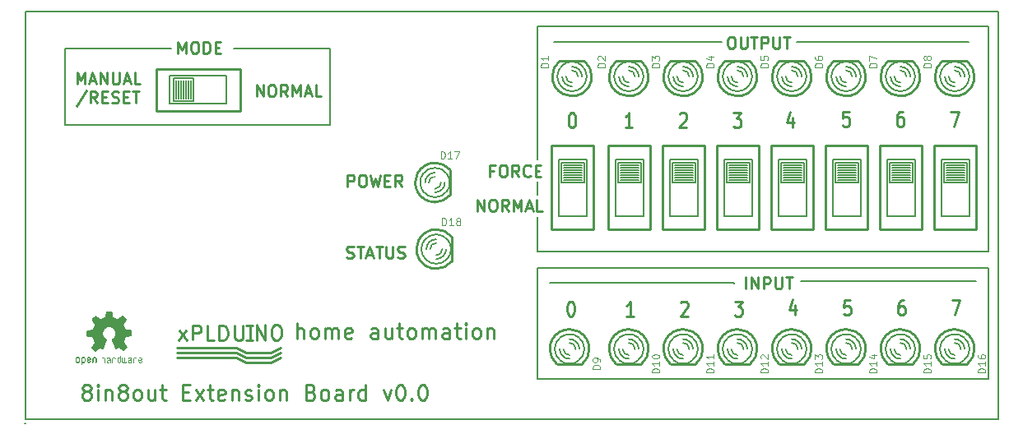
<source format=gto>
G04 (created by PCBNEW (2013-mar-13)-testing) date jeu. 09 mai 2013 09:48:41 CEST*
%MOIN*%
G04 Gerber Fmt 3.4, Leading zero omitted, Abs format*
%FSLAX34Y34*%
G01*
G70*
G90*
G04 APERTURE LIST*
%ADD10C,0.006*%
%ADD11C,0.00590551*%
%ADD12C,0.00984252*%
%ADD13C,0.00787402*%
%ADD14C,0.01*%
%ADD15C,0.0001*%
%ADD16C,0.0035*%
G04 APERTURE END LIST*
G54D10*
G54D11*
X73400Y-29100D02*
X73400Y-45650D01*
X34000Y-29100D02*
X34000Y-45600D01*
X34000Y-29100D02*
X73400Y-29100D01*
X34000Y-45650D02*
X34000Y-45600D01*
X73400Y-45650D02*
X34000Y-45650D01*
G54D12*
X40195Y-30813D02*
X40195Y-30341D01*
X40352Y-30678D01*
X40510Y-30341D01*
X40510Y-30813D01*
X40825Y-30341D02*
X40915Y-30341D01*
X40960Y-30363D01*
X41005Y-30408D01*
X41027Y-30498D01*
X41027Y-30656D01*
X41005Y-30746D01*
X40960Y-30791D01*
X40915Y-30813D01*
X40825Y-30813D01*
X40780Y-30791D01*
X40735Y-30746D01*
X40712Y-30656D01*
X40712Y-30498D01*
X40735Y-30408D01*
X40780Y-30363D01*
X40825Y-30341D01*
X41229Y-30813D02*
X41229Y-30341D01*
X41342Y-30341D01*
X41409Y-30363D01*
X41454Y-30408D01*
X41477Y-30453D01*
X41499Y-30543D01*
X41499Y-30611D01*
X41477Y-30701D01*
X41454Y-30746D01*
X41409Y-30791D01*
X41342Y-30813D01*
X41229Y-30813D01*
X41702Y-30566D02*
X41859Y-30566D01*
X41927Y-30813D02*
X41702Y-30813D01*
X41702Y-30341D01*
X41927Y-30341D01*
G54D13*
X35600Y-30600D02*
X35600Y-33700D01*
X39900Y-30600D02*
X35600Y-30600D01*
X46350Y-33700D02*
X35600Y-33700D01*
X46350Y-30600D02*
X46350Y-33700D01*
X42450Y-30600D02*
X46350Y-30600D01*
G54D12*
X36430Y-44525D02*
X36370Y-44495D01*
X36340Y-44465D01*
X36310Y-44405D01*
X36310Y-44375D01*
X36340Y-44315D01*
X36370Y-44285D01*
X36430Y-44255D01*
X36550Y-44255D01*
X36610Y-44285D01*
X36640Y-44315D01*
X36670Y-44375D01*
X36670Y-44405D01*
X36640Y-44465D01*
X36610Y-44495D01*
X36550Y-44525D01*
X36430Y-44525D01*
X36370Y-44555D01*
X36340Y-44585D01*
X36310Y-44644D01*
X36310Y-44764D01*
X36340Y-44824D01*
X36370Y-44854D01*
X36430Y-44884D01*
X36550Y-44884D01*
X36610Y-44854D01*
X36640Y-44824D01*
X36670Y-44764D01*
X36670Y-44644D01*
X36640Y-44585D01*
X36610Y-44555D01*
X36550Y-44525D01*
X36940Y-44884D02*
X36940Y-44465D01*
X36940Y-44255D02*
X36910Y-44285D01*
X36940Y-44315D01*
X36970Y-44285D01*
X36940Y-44255D01*
X36940Y-44315D01*
X37240Y-44465D02*
X37240Y-44884D01*
X37240Y-44525D02*
X37270Y-44495D01*
X37330Y-44465D01*
X37420Y-44465D01*
X37480Y-44495D01*
X37510Y-44555D01*
X37510Y-44884D01*
X37900Y-44525D02*
X37840Y-44495D01*
X37810Y-44465D01*
X37780Y-44405D01*
X37780Y-44375D01*
X37810Y-44315D01*
X37840Y-44285D01*
X37900Y-44255D01*
X38020Y-44255D01*
X38080Y-44285D01*
X38110Y-44315D01*
X38140Y-44375D01*
X38140Y-44405D01*
X38110Y-44465D01*
X38080Y-44495D01*
X38020Y-44525D01*
X37900Y-44525D01*
X37840Y-44555D01*
X37810Y-44585D01*
X37780Y-44644D01*
X37780Y-44764D01*
X37810Y-44824D01*
X37840Y-44854D01*
X37900Y-44884D01*
X38020Y-44884D01*
X38080Y-44854D01*
X38110Y-44824D01*
X38140Y-44764D01*
X38140Y-44644D01*
X38110Y-44585D01*
X38080Y-44555D01*
X38020Y-44525D01*
X38500Y-44884D02*
X38440Y-44854D01*
X38410Y-44824D01*
X38380Y-44764D01*
X38380Y-44585D01*
X38410Y-44525D01*
X38440Y-44495D01*
X38500Y-44465D01*
X38590Y-44465D01*
X38650Y-44495D01*
X38680Y-44525D01*
X38710Y-44585D01*
X38710Y-44764D01*
X38680Y-44824D01*
X38650Y-44854D01*
X38590Y-44884D01*
X38500Y-44884D01*
X39250Y-44465D02*
X39250Y-44884D01*
X38980Y-44465D02*
X38980Y-44794D01*
X39010Y-44854D01*
X39070Y-44884D01*
X39160Y-44884D01*
X39220Y-44854D01*
X39250Y-44824D01*
X39460Y-44465D02*
X39700Y-44465D01*
X39550Y-44255D02*
X39550Y-44794D01*
X39580Y-44854D01*
X39640Y-44884D01*
X39700Y-44884D01*
X40390Y-44555D02*
X40600Y-44555D01*
X40690Y-44884D02*
X40390Y-44884D01*
X40390Y-44255D01*
X40690Y-44255D01*
X40900Y-44884D02*
X41230Y-44465D01*
X40900Y-44465D02*
X41230Y-44884D01*
X41380Y-44465D02*
X41620Y-44465D01*
X41470Y-44255D02*
X41470Y-44794D01*
X41500Y-44854D01*
X41560Y-44884D01*
X41620Y-44884D01*
X42070Y-44854D02*
X42010Y-44884D01*
X41890Y-44884D01*
X41830Y-44854D01*
X41800Y-44794D01*
X41800Y-44555D01*
X41830Y-44495D01*
X41890Y-44465D01*
X42010Y-44465D01*
X42070Y-44495D01*
X42100Y-44555D01*
X42100Y-44614D01*
X41800Y-44674D01*
X42370Y-44465D02*
X42370Y-44884D01*
X42370Y-44525D02*
X42400Y-44495D01*
X42460Y-44465D01*
X42550Y-44465D01*
X42610Y-44495D01*
X42640Y-44555D01*
X42640Y-44884D01*
X42910Y-44854D02*
X42970Y-44884D01*
X43090Y-44884D01*
X43150Y-44854D01*
X43180Y-44794D01*
X43180Y-44764D01*
X43150Y-44704D01*
X43090Y-44674D01*
X43000Y-44674D01*
X42940Y-44644D01*
X42910Y-44585D01*
X42910Y-44555D01*
X42940Y-44495D01*
X43000Y-44465D01*
X43090Y-44465D01*
X43150Y-44495D01*
X43449Y-44884D02*
X43449Y-44465D01*
X43449Y-44255D02*
X43419Y-44285D01*
X43449Y-44315D01*
X43479Y-44285D01*
X43449Y-44255D01*
X43449Y-44315D01*
X43839Y-44884D02*
X43779Y-44854D01*
X43749Y-44824D01*
X43719Y-44764D01*
X43719Y-44585D01*
X43749Y-44525D01*
X43779Y-44495D01*
X43839Y-44465D01*
X43929Y-44465D01*
X43989Y-44495D01*
X44019Y-44525D01*
X44049Y-44585D01*
X44049Y-44764D01*
X44019Y-44824D01*
X43989Y-44854D01*
X43929Y-44884D01*
X43839Y-44884D01*
X44319Y-44465D02*
X44319Y-44884D01*
X44319Y-44525D02*
X44349Y-44495D01*
X44409Y-44465D01*
X44499Y-44465D01*
X44559Y-44495D01*
X44589Y-44555D01*
X44589Y-44884D01*
X45579Y-44555D02*
X45669Y-44585D01*
X45699Y-44614D01*
X45729Y-44674D01*
X45729Y-44764D01*
X45699Y-44824D01*
X45669Y-44854D01*
X45609Y-44884D01*
X45369Y-44884D01*
X45369Y-44255D01*
X45579Y-44255D01*
X45639Y-44285D01*
X45669Y-44315D01*
X45699Y-44375D01*
X45699Y-44435D01*
X45669Y-44495D01*
X45639Y-44525D01*
X45579Y-44555D01*
X45369Y-44555D01*
X46089Y-44884D02*
X46029Y-44854D01*
X45999Y-44824D01*
X45969Y-44764D01*
X45969Y-44585D01*
X45999Y-44525D01*
X46029Y-44495D01*
X46089Y-44465D01*
X46179Y-44465D01*
X46239Y-44495D01*
X46269Y-44525D01*
X46299Y-44585D01*
X46299Y-44764D01*
X46269Y-44824D01*
X46239Y-44854D01*
X46179Y-44884D01*
X46089Y-44884D01*
X46839Y-44884D02*
X46839Y-44555D01*
X46809Y-44495D01*
X46749Y-44465D01*
X46629Y-44465D01*
X46569Y-44495D01*
X46839Y-44854D02*
X46779Y-44884D01*
X46629Y-44884D01*
X46569Y-44854D01*
X46539Y-44794D01*
X46539Y-44734D01*
X46569Y-44674D01*
X46629Y-44644D01*
X46779Y-44644D01*
X46839Y-44614D01*
X47139Y-44884D02*
X47139Y-44465D01*
X47139Y-44585D02*
X47169Y-44525D01*
X47199Y-44495D01*
X47259Y-44465D01*
X47319Y-44465D01*
X47799Y-44884D02*
X47799Y-44255D01*
X47799Y-44854D02*
X47739Y-44884D01*
X47619Y-44884D01*
X47559Y-44854D01*
X47529Y-44824D01*
X47499Y-44764D01*
X47499Y-44585D01*
X47529Y-44525D01*
X47559Y-44495D01*
X47619Y-44465D01*
X47739Y-44465D01*
X47799Y-44495D01*
X48519Y-44465D02*
X48669Y-44884D01*
X48819Y-44465D01*
X49179Y-44255D02*
X49239Y-44255D01*
X49299Y-44285D01*
X49329Y-44315D01*
X49359Y-44375D01*
X49389Y-44495D01*
X49389Y-44644D01*
X49359Y-44764D01*
X49329Y-44824D01*
X49299Y-44854D01*
X49239Y-44884D01*
X49179Y-44884D01*
X49119Y-44854D01*
X49089Y-44824D01*
X49059Y-44764D01*
X49029Y-44644D01*
X49029Y-44495D01*
X49059Y-44375D01*
X49089Y-44315D01*
X49119Y-44285D01*
X49179Y-44255D01*
X49659Y-44824D02*
X49689Y-44854D01*
X49659Y-44884D01*
X49629Y-44854D01*
X49659Y-44824D01*
X49659Y-44884D01*
X50079Y-44255D02*
X50139Y-44255D01*
X50199Y-44285D01*
X50229Y-44315D01*
X50259Y-44375D01*
X50289Y-44495D01*
X50289Y-44644D01*
X50259Y-44764D01*
X50229Y-44824D01*
X50199Y-44854D01*
X50139Y-44884D01*
X50079Y-44884D01*
X50019Y-44854D01*
X49989Y-44824D01*
X49959Y-44764D01*
X49929Y-44644D01*
X49929Y-44495D01*
X49959Y-44375D01*
X49989Y-44315D01*
X50019Y-44285D01*
X50079Y-44255D01*
G54D13*
X65400Y-40050D02*
X72500Y-40050D01*
X62700Y-40100D02*
X62700Y-40150D01*
X55250Y-40100D02*
X62700Y-40100D01*
X57200Y-44000D02*
X54750Y-44000D01*
X73000Y-44000D02*
X72550Y-44000D01*
X73000Y-39500D02*
X73000Y-44000D01*
X54750Y-39500D02*
X73000Y-39500D01*
X54750Y-40450D02*
X54750Y-39500D01*
X54750Y-30450D02*
X54750Y-29700D01*
X54750Y-35100D02*
X54750Y-30350D01*
X54750Y-36550D02*
X54750Y-36000D01*
X54750Y-38850D02*
X54750Y-37450D01*
X65250Y-30350D02*
X72200Y-30350D01*
X55400Y-30350D02*
X62200Y-30350D01*
X73000Y-29700D02*
X54750Y-29700D01*
X73000Y-30250D02*
X73000Y-29700D01*
X73000Y-30900D02*
X73000Y-30250D01*
X73000Y-38850D02*
X73000Y-30900D01*
X54750Y-38850D02*
X73000Y-38850D01*
G54D12*
X52317Y-37213D02*
X52317Y-36741D01*
X52587Y-37213D01*
X52587Y-36741D01*
X52902Y-36741D02*
X52992Y-36741D01*
X53037Y-36763D01*
X53082Y-36808D01*
X53105Y-36898D01*
X53105Y-37056D01*
X53082Y-37146D01*
X53037Y-37191D01*
X52992Y-37213D01*
X52902Y-37213D01*
X52857Y-37191D01*
X52812Y-37146D01*
X52790Y-37056D01*
X52790Y-36898D01*
X52812Y-36808D01*
X52857Y-36763D01*
X52902Y-36741D01*
X53577Y-37213D02*
X53420Y-36988D01*
X53307Y-37213D02*
X53307Y-36741D01*
X53487Y-36741D01*
X53532Y-36763D01*
X53555Y-36786D01*
X53577Y-36831D01*
X53577Y-36898D01*
X53555Y-36943D01*
X53532Y-36966D01*
X53487Y-36988D01*
X53307Y-36988D01*
X53779Y-37213D02*
X53779Y-36741D01*
X53937Y-37078D01*
X54094Y-36741D01*
X54094Y-37213D01*
X54297Y-37078D02*
X54522Y-37078D01*
X54252Y-37213D02*
X54409Y-36741D01*
X54567Y-37213D01*
X54949Y-37213D02*
X54724Y-37213D01*
X54724Y-36741D01*
X43367Y-32563D02*
X43367Y-32091D01*
X43637Y-32563D01*
X43637Y-32091D01*
X43952Y-32091D02*
X44042Y-32091D01*
X44087Y-32113D01*
X44132Y-32158D01*
X44155Y-32248D01*
X44155Y-32406D01*
X44132Y-32496D01*
X44087Y-32541D01*
X44042Y-32563D01*
X43952Y-32563D01*
X43907Y-32541D01*
X43862Y-32496D01*
X43840Y-32406D01*
X43840Y-32248D01*
X43862Y-32158D01*
X43907Y-32113D01*
X43952Y-32091D01*
X44627Y-32563D02*
X44470Y-32338D01*
X44357Y-32563D02*
X44357Y-32091D01*
X44537Y-32091D01*
X44582Y-32113D01*
X44605Y-32136D01*
X44627Y-32181D01*
X44627Y-32248D01*
X44605Y-32293D01*
X44582Y-32316D01*
X44537Y-32338D01*
X44357Y-32338D01*
X44829Y-32563D02*
X44829Y-32091D01*
X44987Y-32428D01*
X45144Y-32091D01*
X45144Y-32563D01*
X45347Y-32428D02*
X45572Y-32428D01*
X45302Y-32563D02*
X45459Y-32091D01*
X45617Y-32563D01*
X45999Y-32563D02*
X45774Y-32563D01*
X45774Y-32091D01*
X45010Y-42384D02*
X45010Y-41755D01*
X45280Y-42384D02*
X45280Y-42055D01*
X45250Y-41995D01*
X45190Y-41965D01*
X45100Y-41965D01*
X45040Y-41995D01*
X45010Y-42025D01*
X45670Y-42384D02*
X45610Y-42354D01*
X45580Y-42324D01*
X45550Y-42264D01*
X45550Y-42085D01*
X45580Y-42025D01*
X45610Y-41995D01*
X45670Y-41965D01*
X45760Y-41965D01*
X45820Y-41995D01*
X45850Y-42025D01*
X45880Y-42085D01*
X45880Y-42264D01*
X45850Y-42324D01*
X45820Y-42354D01*
X45760Y-42384D01*
X45670Y-42384D01*
X46150Y-42384D02*
X46150Y-41965D01*
X46150Y-42025D02*
X46180Y-41995D01*
X46240Y-41965D01*
X46330Y-41965D01*
X46390Y-41995D01*
X46420Y-42055D01*
X46420Y-42384D01*
X46420Y-42055D02*
X46450Y-41995D01*
X46510Y-41965D01*
X46600Y-41965D01*
X46660Y-41995D01*
X46690Y-42055D01*
X46690Y-42384D01*
X47230Y-42354D02*
X47170Y-42384D01*
X47050Y-42384D01*
X46990Y-42354D01*
X46960Y-42294D01*
X46960Y-42055D01*
X46990Y-41995D01*
X47050Y-41965D01*
X47170Y-41965D01*
X47230Y-41995D01*
X47260Y-42055D01*
X47260Y-42114D01*
X46960Y-42174D01*
X48280Y-42384D02*
X48280Y-42055D01*
X48250Y-41995D01*
X48190Y-41965D01*
X48070Y-41965D01*
X48010Y-41995D01*
X48280Y-42354D02*
X48220Y-42384D01*
X48070Y-42384D01*
X48010Y-42354D01*
X47980Y-42294D01*
X47980Y-42234D01*
X48010Y-42174D01*
X48070Y-42144D01*
X48220Y-42144D01*
X48280Y-42114D01*
X48850Y-41965D02*
X48850Y-42384D01*
X48580Y-41965D02*
X48580Y-42294D01*
X48610Y-42354D01*
X48670Y-42384D01*
X48760Y-42384D01*
X48820Y-42354D01*
X48850Y-42324D01*
X49059Y-41965D02*
X49299Y-41965D01*
X49149Y-41755D02*
X49149Y-42294D01*
X49179Y-42354D01*
X49239Y-42384D01*
X49299Y-42384D01*
X49599Y-42384D02*
X49539Y-42354D01*
X49509Y-42324D01*
X49479Y-42264D01*
X49479Y-42085D01*
X49509Y-42025D01*
X49539Y-41995D01*
X49599Y-41965D01*
X49689Y-41965D01*
X49749Y-41995D01*
X49779Y-42025D01*
X49809Y-42085D01*
X49809Y-42264D01*
X49779Y-42324D01*
X49749Y-42354D01*
X49689Y-42384D01*
X49599Y-42384D01*
X50079Y-42384D02*
X50079Y-41965D01*
X50079Y-42025D02*
X50109Y-41995D01*
X50169Y-41965D01*
X50259Y-41965D01*
X50319Y-41995D01*
X50349Y-42055D01*
X50349Y-42384D01*
X50349Y-42055D02*
X50379Y-41995D01*
X50439Y-41965D01*
X50529Y-41965D01*
X50589Y-41995D01*
X50619Y-42055D01*
X50619Y-42384D01*
X51189Y-42384D02*
X51189Y-42055D01*
X51159Y-41995D01*
X51099Y-41965D01*
X50979Y-41965D01*
X50919Y-41995D01*
X51189Y-42354D02*
X51129Y-42384D01*
X50979Y-42384D01*
X50919Y-42354D01*
X50889Y-42294D01*
X50889Y-42234D01*
X50919Y-42174D01*
X50979Y-42144D01*
X51129Y-42144D01*
X51189Y-42114D01*
X51399Y-41965D02*
X51639Y-41965D01*
X51489Y-41755D02*
X51489Y-42294D01*
X51519Y-42354D01*
X51579Y-42384D01*
X51639Y-42384D01*
X51849Y-42384D02*
X51849Y-41965D01*
X51849Y-41755D02*
X51819Y-41785D01*
X51849Y-41815D01*
X51879Y-41785D01*
X51849Y-41755D01*
X51849Y-41815D01*
X52239Y-42384D02*
X52179Y-42354D01*
X52149Y-42324D01*
X52119Y-42264D01*
X52119Y-42085D01*
X52149Y-42025D01*
X52179Y-41995D01*
X52239Y-41965D01*
X52329Y-41965D01*
X52389Y-41995D01*
X52419Y-42025D01*
X52449Y-42085D01*
X52449Y-42264D01*
X52419Y-42324D01*
X52389Y-42354D01*
X52329Y-42384D01*
X52239Y-42384D01*
X52719Y-41965D02*
X52719Y-42384D01*
X52719Y-42025D02*
X52749Y-41995D01*
X52809Y-41965D01*
X52899Y-41965D01*
X52959Y-41995D01*
X52989Y-42055D01*
X52989Y-42384D01*
X47058Y-36213D02*
X47058Y-35741D01*
X47238Y-35741D01*
X47283Y-35763D01*
X47306Y-35786D01*
X47328Y-35831D01*
X47328Y-35898D01*
X47306Y-35943D01*
X47283Y-35966D01*
X47238Y-35988D01*
X47058Y-35988D01*
X47621Y-35741D02*
X47711Y-35741D01*
X47756Y-35763D01*
X47801Y-35808D01*
X47823Y-35898D01*
X47823Y-36056D01*
X47801Y-36146D01*
X47756Y-36191D01*
X47711Y-36213D01*
X47621Y-36213D01*
X47576Y-36191D01*
X47531Y-36146D01*
X47508Y-36056D01*
X47508Y-35898D01*
X47531Y-35808D01*
X47576Y-35763D01*
X47621Y-35741D01*
X47981Y-35741D02*
X48093Y-36213D01*
X48183Y-35876D01*
X48273Y-36213D01*
X48386Y-35741D01*
X48566Y-35966D02*
X48723Y-35966D01*
X48791Y-36213D02*
X48566Y-36213D01*
X48566Y-35741D01*
X48791Y-35741D01*
X49263Y-36213D02*
X49106Y-35988D01*
X48993Y-36213D02*
X48993Y-35741D01*
X49173Y-35741D01*
X49218Y-35763D01*
X49241Y-35786D01*
X49263Y-35831D01*
X49263Y-35898D01*
X49241Y-35943D01*
X49218Y-35966D01*
X49173Y-35988D01*
X48993Y-35988D01*
X47030Y-39091D02*
X47097Y-39113D01*
X47210Y-39113D01*
X47255Y-39091D01*
X47277Y-39068D01*
X47300Y-39023D01*
X47300Y-38978D01*
X47277Y-38933D01*
X47255Y-38911D01*
X47210Y-38888D01*
X47120Y-38866D01*
X47075Y-38843D01*
X47052Y-38821D01*
X47030Y-38776D01*
X47030Y-38731D01*
X47052Y-38686D01*
X47075Y-38663D01*
X47120Y-38641D01*
X47232Y-38641D01*
X47300Y-38663D01*
X47435Y-38641D02*
X47705Y-38641D01*
X47570Y-39113D02*
X47570Y-38641D01*
X47840Y-38978D02*
X48065Y-38978D01*
X47795Y-39113D02*
X47952Y-38641D01*
X48110Y-39113D01*
X48200Y-38641D02*
X48469Y-38641D01*
X48334Y-39113D02*
X48334Y-38641D01*
X48627Y-38641D02*
X48627Y-39023D01*
X48649Y-39068D01*
X48672Y-39091D01*
X48717Y-39113D01*
X48807Y-39113D01*
X48852Y-39091D01*
X48874Y-39068D01*
X48897Y-39023D01*
X48897Y-38641D01*
X49099Y-39091D02*
X49167Y-39113D01*
X49279Y-39113D01*
X49324Y-39091D01*
X49347Y-39068D01*
X49369Y-39023D01*
X49369Y-38978D01*
X49347Y-38933D01*
X49324Y-38911D01*
X49279Y-38888D01*
X49189Y-38866D01*
X49144Y-38843D01*
X49122Y-38821D01*
X49099Y-38776D01*
X49099Y-38731D01*
X49122Y-38686D01*
X49144Y-38663D01*
X49189Y-38641D01*
X49302Y-38641D01*
X49369Y-38663D01*
X36101Y-32063D02*
X36101Y-31591D01*
X36258Y-31928D01*
X36416Y-31591D01*
X36416Y-32063D01*
X36618Y-31928D02*
X36843Y-31928D01*
X36573Y-32063D02*
X36731Y-31591D01*
X36888Y-32063D01*
X37046Y-32063D02*
X37046Y-31591D01*
X37316Y-32063D01*
X37316Y-31591D01*
X37541Y-31591D02*
X37541Y-31973D01*
X37563Y-32018D01*
X37586Y-32041D01*
X37631Y-32063D01*
X37721Y-32063D01*
X37766Y-32041D01*
X37788Y-32018D01*
X37811Y-31973D01*
X37811Y-31591D01*
X38013Y-31928D02*
X38238Y-31928D01*
X37968Y-32063D02*
X38126Y-31591D01*
X38283Y-32063D01*
X38666Y-32063D02*
X38441Y-32063D01*
X38441Y-31591D01*
X36483Y-32328D02*
X36078Y-32936D01*
X36911Y-32823D02*
X36753Y-32598D01*
X36641Y-32823D02*
X36641Y-32351D01*
X36821Y-32351D01*
X36866Y-32373D01*
X36888Y-32396D01*
X36911Y-32441D01*
X36911Y-32508D01*
X36888Y-32553D01*
X36866Y-32576D01*
X36821Y-32598D01*
X36641Y-32598D01*
X37113Y-32576D02*
X37271Y-32576D01*
X37338Y-32823D02*
X37113Y-32823D01*
X37113Y-32351D01*
X37338Y-32351D01*
X37518Y-32801D02*
X37586Y-32823D01*
X37698Y-32823D01*
X37743Y-32801D01*
X37766Y-32778D01*
X37788Y-32733D01*
X37788Y-32688D01*
X37766Y-32643D01*
X37743Y-32621D01*
X37698Y-32598D01*
X37608Y-32576D01*
X37563Y-32553D01*
X37541Y-32531D01*
X37518Y-32486D01*
X37518Y-32441D01*
X37541Y-32396D01*
X37563Y-32373D01*
X37608Y-32351D01*
X37721Y-32351D01*
X37788Y-32373D01*
X37991Y-32576D02*
X38148Y-32576D01*
X38216Y-32823D02*
X37991Y-32823D01*
X37991Y-32351D01*
X38216Y-32351D01*
X38351Y-32351D02*
X38621Y-32351D01*
X38486Y-32823D02*
X38486Y-32351D01*
G54D13*
X54750Y-40600D02*
X54750Y-40450D01*
X54750Y-40900D02*
X54750Y-40500D01*
X54750Y-44000D02*
X54750Y-40900D01*
X72650Y-44000D02*
X57150Y-44000D01*
G54D12*
X52983Y-35566D02*
X52826Y-35566D01*
X52826Y-35813D02*
X52826Y-35341D01*
X53051Y-35341D01*
X53321Y-35341D02*
X53411Y-35341D01*
X53456Y-35363D01*
X53501Y-35408D01*
X53523Y-35498D01*
X53523Y-35656D01*
X53501Y-35746D01*
X53456Y-35791D01*
X53411Y-35813D01*
X53321Y-35813D01*
X53276Y-35791D01*
X53231Y-35746D01*
X53208Y-35656D01*
X53208Y-35498D01*
X53231Y-35408D01*
X53276Y-35363D01*
X53321Y-35341D01*
X53996Y-35813D02*
X53838Y-35588D01*
X53726Y-35813D02*
X53726Y-35341D01*
X53906Y-35341D01*
X53951Y-35363D01*
X53973Y-35386D01*
X53996Y-35431D01*
X53996Y-35498D01*
X53973Y-35543D01*
X53951Y-35566D01*
X53906Y-35588D01*
X53726Y-35588D01*
X54468Y-35768D02*
X54446Y-35791D01*
X54378Y-35813D01*
X54333Y-35813D01*
X54266Y-35791D01*
X54221Y-35746D01*
X54198Y-35701D01*
X54176Y-35611D01*
X54176Y-35543D01*
X54198Y-35453D01*
X54221Y-35408D01*
X54266Y-35363D01*
X54333Y-35341D01*
X54378Y-35341D01*
X54446Y-35363D01*
X54468Y-35386D01*
X54671Y-35566D02*
X54828Y-35566D01*
X54896Y-35813D02*
X54671Y-35813D01*
X54671Y-35341D01*
X54896Y-35341D01*
X63188Y-40363D02*
X63188Y-39891D01*
X63413Y-40363D02*
X63413Y-39891D01*
X63683Y-40363D01*
X63683Y-39891D01*
X63908Y-40363D02*
X63908Y-39891D01*
X64088Y-39891D01*
X64133Y-39913D01*
X64156Y-39936D01*
X64178Y-39981D01*
X64178Y-40048D01*
X64156Y-40093D01*
X64133Y-40116D01*
X64088Y-40138D01*
X63908Y-40138D01*
X64381Y-39891D02*
X64381Y-40273D01*
X64403Y-40318D01*
X64426Y-40341D01*
X64471Y-40363D01*
X64561Y-40363D01*
X64606Y-40341D01*
X64628Y-40318D01*
X64651Y-40273D01*
X64651Y-39891D01*
X64808Y-39891D02*
X65078Y-39891D01*
X64943Y-40363D02*
X64943Y-39891D01*
X56076Y-40867D02*
X56123Y-40867D01*
X56171Y-40896D01*
X56195Y-40925D01*
X56219Y-40983D01*
X56242Y-41098D01*
X56242Y-41243D01*
X56219Y-41358D01*
X56195Y-41416D01*
X56171Y-41445D01*
X56123Y-41474D01*
X56076Y-41474D01*
X56028Y-41445D01*
X56004Y-41416D01*
X55980Y-41358D01*
X55957Y-41243D01*
X55957Y-41098D01*
X55980Y-40983D01*
X56004Y-40925D01*
X56028Y-40896D01*
X56076Y-40867D01*
X58642Y-41474D02*
X58357Y-41474D01*
X58500Y-41474D02*
X58500Y-40867D01*
X58452Y-40954D01*
X58404Y-41012D01*
X58357Y-41041D01*
X60557Y-40925D02*
X60580Y-40896D01*
X60628Y-40867D01*
X60747Y-40867D01*
X60795Y-40896D01*
X60819Y-40925D01*
X60842Y-40983D01*
X60842Y-41041D01*
X60819Y-41127D01*
X60533Y-41474D01*
X60842Y-41474D01*
X62733Y-40867D02*
X63042Y-40867D01*
X62876Y-41098D01*
X62947Y-41098D01*
X62995Y-41127D01*
X63019Y-41156D01*
X63042Y-41214D01*
X63042Y-41358D01*
X63019Y-41416D01*
X62995Y-41445D01*
X62947Y-41474D01*
X62804Y-41474D01*
X62757Y-41445D01*
X62733Y-41416D01*
X71533Y-40817D02*
X71866Y-40817D01*
X71652Y-41424D01*
X69595Y-40817D02*
X69500Y-40817D01*
X69452Y-40846D01*
X69428Y-40875D01*
X69380Y-40962D01*
X69357Y-41077D01*
X69357Y-41308D01*
X69380Y-41366D01*
X69404Y-41395D01*
X69452Y-41424D01*
X69547Y-41424D01*
X69595Y-41395D01*
X69619Y-41366D01*
X69642Y-41308D01*
X69642Y-41164D01*
X69619Y-41106D01*
X69595Y-41077D01*
X69547Y-41048D01*
X69452Y-41048D01*
X69404Y-41077D01*
X69380Y-41106D01*
X69357Y-41164D01*
X67419Y-40817D02*
X67180Y-40817D01*
X67157Y-41106D01*
X67180Y-41077D01*
X67228Y-41048D01*
X67347Y-41048D01*
X67395Y-41077D01*
X67419Y-41106D01*
X67442Y-41164D01*
X67442Y-41308D01*
X67419Y-41366D01*
X67395Y-41395D01*
X67347Y-41424D01*
X67228Y-41424D01*
X67180Y-41395D01*
X67157Y-41366D01*
X65195Y-41020D02*
X65195Y-41424D01*
X65076Y-40789D02*
X64957Y-41222D01*
X65266Y-41222D01*
X65095Y-33420D02*
X65095Y-33824D01*
X64976Y-33189D02*
X64857Y-33622D01*
X65166Y-33622D01*
X67369Y-33167D02*
X67130Y-33167D01*
X67107Y-33456D01*
X67130Y-33427D01*
X67178Y-33398D01*
X67297Y-33398D01*
X67345Y-33427D01*
X67369Y-33456D01*
X67392Y-33514D01*
X67392Y-33658D01*
X67369Y-33716D01*
X67345Y-33745D01*
X67297Y-33774D01*
X67178Y-33774D01*
X67130Y-33745D01*
X67107Y-33716D01*
X69545Y-33167D02*
X69450Y-33167D01*
X69402Y-33196D01*
X69378Y-33225D01*
X69330Y-33312D01*
X69307Y-33427D01*
X69307Y-33658D01*
X69330Y-33716D01*
X69354Y-33745D01*
X69402Y-33774D01*
X69497Y-33774D01*
X69545Y-33745D01*
X69569Y-33716D01*
X69592Y-33658D01*
X69592Y-33514D01*
X69569Y-33456D01*
X69545Y-33427D01*
X69497Y-33398D01*
X69402Y-33398D01*
X69354Y-33427D01*
X69330Y-33456D01*
X69307Y-33514D01*
X71483Y-33167D02*
X71816Y-33167D01*
X71602Y-33774D01*
X62683Y-33217D02*
X62992Y-33217D01*
X62826Y-33448D01*
X62897Y-33448D01*
X62945Y-33477D01*
X62969Y-33506D01*
X62992Y-33564D01*
X62992Y-33708D01*
X62969Y-33766D01*
X62945Y-33795D01*
X62897Y-33824D01*
X62754Y-33824D01*
X62707Y-33795D01*
X62683Y-33766D01*
X60507Y-33275D02*
X60530Y-33246D01*
X60578Y-33217D01*
X60697Y-33217D01*
X60745Y-33246D01*
X60769Y-33275D01*
X60792Y-33333D01*
X60792Y-33391D01*
X60769Y-33477D01*
X60483Y-33824D01*
X60792Y-33824D01*
X58592Y-33824D02*
X58307Y-33824D01*
X58450Y-33824D02*
X58450Y-33217D01*
X58402Y-33304D01*
X58354Y-33362D01*
X58307Y-33391D01*
X56126Y-33217D02*
X56173Y-33217D01*
X56221Y-33246D01*
X56245Y-33275D01*
X56269Y-33333D01*
X56292Y-33448D01*
X56292Y-33593D01*
X56269Y-33708D01*
X56245Y-33766D01*
X56221Y-33795D01*
X56173Y-33824D01*
X56126Y-33824D01*
X56078Y-33795D01*
X56054Y-33766D01*
X56030Y-33708D01*
X56007Y-33593D01*
X56007Y-33448D01*
X56030Y-33333D01*
X56054Y-33275D01*
X56078Y-33246D01*
X56126Y-33217D01*
X62563Y-30141D02*
X62653Y-30141D01*
X62698Y-30163D01*
X62743Y-30208D01*
X62766Y-30298D01*
X62766Y-30456D01*
X62743Y-30546D01*
X62698Y-30591D01*
X62653Y-30613D01*
X62563Y-30613D01*
X62518Y-30591D01*
X62473Y-30546D01*
X62451Y-30456D01*
X62451Y-30298D01*
X62473Y-30208D01*
X62518Y-30163D01*
X62563Y-30141D01*
X62968Y-30141D02*
X62968Y-30523D01*
X62991Y-30568D01*
X63013Y-30591D01*
X63058Y-30613D01*
X63148Y-30613D01*
X63193Y-30591D01*
X63216Y-30568D01*
X63238Y-30523D01*
X63238Y-30141D01*
X63396Y-30141D02*
X63666Y-30141D01*
X63531Y-30613D02*
X63531Y-30141D01*
X63823Y-30613D02*
X63823Y-30141D01*
X64003Y-30141D01*
X64048Y-30163D01*
X64071Y-30186D01*
X64093Y-30231D01*
X64093Y-30298D01*
X64071Y-30343D01*
X64048Y-30366D01*
X64003Y-30388D01*
X63823Y-30388D01*
X64296Y-30141D02*
X64296Y-30523D01*
X64318Y-30568D01*
X64341Y-30591D01*
X64386Y-30613D01*
X64476Y-30613D01*
X64521Y-30591D01*
X64543Y-30568D01*
X64566Y-30523D01*
X64566Y-30141D01*
X64723Y-30141D02*
X64993Y-30141D01*
X64858Y-30613D02*
X64858Y-30141D01*
G54D11*
X34000Y-45800D02*
G75*
G03X34000Y-45800I0J0D01*
G74*
G01*
X33999Y-45800D02*
X34000Y-45800D01*
X34000Y-45799D02*
X34000Y-45800D01*
G54D14*
X40150Y-43150D02*
X42550Y-43150D01*
X42550Y-43150D02*
X42950Y-43350D01*
X42950Y-43350D02*
X43950Y-43350D01*
X43950Y-43350D02*
X44350Y-43150D01*
X40150Y-42950D02*
X42550Y-42950D01*
X42550Y-42950D02*
X42950Y-43150D01*
X42950Y-43150D02*
X43950Y-43150D01*
X43950Y-43150D02*
X44350Y-42950D01*
X43950Y-42950D02*
X44350Y-42750D01*
X42950Y-42950D02*
X43950Y-42950D01*
X42550Y-42750D02*
X42950Y-42950D01*
X40150Y-42750D02*
X42550Y-42750D01*
X40150Y-42750D02*
X42550Y-42750D01*
X42550Y-42750D02*
X42950Y-42950D01*
X42950Y-42950D02*
X43950Y-42950D01*
X43950Y-42950D02*
X44350Y-42750D01*
X43950Y-42950D02*
X44350Y-42750D01*
X42950Y-42950D02*
X43950Y-42950D01*
X42550Y-42750D02*
X42950Y-42950D01*
X40150Y-42750D02*
X42550Y-42750D01*
X40150Y-42750D02*
X42550Y-42750D01*
X42550Y-42750D02*
X42950Y-42950D01*
X42950Y-42950D02*
X43950Y-42950D01*
X43950Y-42950D02*
X44350Y-42750D01*
X43950Y-42950D02*
X44350Y-42750D01*
X42950Y-42950D02*
X43950Y-42950D01*
X42550Y-42750D02*
X42950Y-42950D01*
X40150Y-42750D02*
X42550Y-42750D01*
X40150Y-42750D02*
X42550Y-42750D01*
X42550Y-42750D02*
X42950Y-42950D01*
X42950Y-42950D02*
X43950Y-42950D01*
X43950Y-42950D02*
X44350Y-42750D01*
X43950Y-42950D02*
X44350Y-42750D01*
X42950Y-42950D02*
X43950Y-42950D01*
X42550Y-42750D02*
X42950Y-42950D01*
X40150Y-42750D02*
X42550Y-42750D01*
X40150Y-42750D02*
X42550Y-42750D01*
X42550Y-42750D02*
X42950Y-42950D01*
X42950Y-42950D02*
X43950Y-42950D01*
X43950Y-42950D02*
X44350Y-42750D01*
X44225Y-42450D02*
X44325Y-42375D01*
X44000Y-42350D02*
X44100Y-42450D01*
X43175Y-42450D02*
X43225Y-42450D01*
X42950Y-42450D02*
X43200Y-42450D01*
X42950Y-41850D02*
X43225Y-41850D01*
X43100Y-42425D02*
X43100Y-41900D01*
X43975Y-42250D02*
X44000Y-42350D01*
X44100Y-42450D02*
X44225Y-42450D01*
X44375Y-42225D02*
X44350Y-42350D01*
X43975Y-42025D02*
X44000Y-41925D01*
X44000Y-41925D02*
X44075Y-41850D01*
X44075Y-41850D02*
X44125Y-41825D01*
X44125Y-41825D02*
X44225Y-41825D01*
X44225Y-41825D02*
X44275Y-41850D01*
X44275Y-41850D02*
X44325Y-41875D01*
X44325Y-41875D02*
X44350Y-41925D01*
X44350Y-41925D02*
X44375Y-42000D01*
X44375Y-42000D02*
X44375Y-42050D01*
X44375Y-42050D02*
X44375Y-42225D01*
X43975Y-42050D02*
X43975Y-42250D01*
X43375Y-42450D02*
X43375Y-41825D01*
X43375Y-41850D02*
X43725Y-42450D01*
X43725Y-42450D02*
X43725Y-41825D01*
X42475Y-41850D02*
X42475Y-42325D01*
X42475Y-42325D02*
X42500Y-42375D01*
X42500Y-42375D02*
X42525Y-42400D01*
X42525Y-42400D02*
X42550Y-42425D01*
X42550Y-42425D02*
X42600Y-42450D01*
X42600Y-42450D02*
X42650Y-42450D01*
X42650Y-42450D02*
X42700Y-42450D01*
X42700Y-42450D02*
X42750Y-42425D01*
X42750Y-42425D02*
X42775Y-42400D01*
X42775Y-42400D02*
X42800Y-42375D01*
X42800Y-42375D02*
X42800Y-42325D01*
X42800Y-42325D02*
X42800Y-41850D01*
X41875Y-41850D02*
X42000Y-41850D01*
X42000Y-41850D02*
X42100Y-41875D01*
X42100Y-41875D02*
X42150Y-41925D01*
X42150Y-41925D02*
X42175Y-42000D01*
X42175Y-42000D02*
X42200Y-42100D01*
X42200Y-42100D02*
X42200Y-42175D01*
X42200Y-42175D02*
X42200Y-42225D01*
X42200Y-42225D02*
X42175Y-42300D01*
X42175Y-42300D02*
X42150Y-42350D01*
X42150Y-42350D02*
X42100Y-42400D01*
X42100Y-42400D02*
X42025Y-42450D01*
X42025Y-42450D02*
X41975Y-42450D01*
X41975Y-42450D02*
X41850Y-42450D01*
X41850Y-42450D02*
X41850Y-41850D01*
X41375Y-41850D02*
X41375Y-42450D01*
X41375Y-42450D02*
X41650Y-42450D01*
X40775Y-41850D02*
X40800Y-41850D01*
X40800Y-41850D02*
X41025Y-41850D01*
X41025Y-41850D02*
X41075Y-41875D01*
X41075Y-41875D02*
X41100Y-41900D01*
X41100Y-41900D02*
X41125Y-41950D01*
X41125Y-41950D02*
X41125Y-42000D01*
X41125Y-42000D02*
X41125Y-42050D01*
X41125Y-42050D02*
X41100Y-42100D01*
X41100Y-42100D02*
X41050Y-42125D01*
X41050Y-42125D02*
X41000Y-42150D01*
X41000Y-42150D02*
X40775Y-42150D01*
X40775Y-42425D02*
X40775Y-41850D01*
X40250Y-42050D02*
X40550Y-42450D01*
X40225Y-42450D02*
X40525Y-42050D01*
G54D11*
X55600Y-35100D02*
X56750Y-35100D01*
X56750Y-35100D02*
X56750Y-37400D01*
X56750Y-37400D02*
X55600Y-37400D01*
X55600Y-37400D02*
X55600Y-35100D01*
X56550Y-35350D02*
X55800Y-35350D01*
X56550Y-35650D02*
X55800Y-35650D01*
X56550Y-35950D02*
X55800Y-35950D01*
X56550Y-35850D02*
X55800Y-35850D01*
X56550Y-35750D02*
X55800Y-35750D01*
X56500Y-35450D02*
X55800Y-35450D01*
X56550Y-35550D02*
X55800Y-35550D01*
X56550Y-35450D02*
X55800Y-35450D01*
X56650Y-35250D02*
X55700Y-35250D01*
X55700Y-35250D02*
X55700Y-36050D01*
X55700Y-36050D02*
X56650Y-36050D01*
X56650Y-36050D02*
X56650Y-35250D01*
X56650Y-35250D02*
X56600Y-35250D01*
G54D14*
X55300Y-36250D02*
X55300Y-34550D01*
X55300Y-34550D02*
X55500Y-34550D01*
X55300Y-36250D02*
X55300Y-37950D01*
X55300Y-37950D02*
X55500Y-37950D01*
X57000Y-37750D02*
X57000Y-37950D01*
X57000Y-37950D02*
X55500Y-37950D01*
X57000Y-36250D02*
X57000Y-34550D01*
X57000Y-34550D02*
X55500Y-34550D01*
X57000Y-36250D02*
X57000Y-37750D01*
G54D11*
X57900Y-35100D02*
X59050Y-35100D01*
X59050Y-35100D02*
X59050Y-37400D01*
X59050Y-37400D02*
X57900Y-37400D01*
X57900Y-37400D02*
X57900Y-35100D01*
X58850Y-35350D02*
X58100Y-35350D01*
X58850Y-35650D02*
X58100Y-35650D01*
X58850Y-35950D02*
X58100Y-35950D01*
X58850Y-35850D02*
X58100Y-35850D01*
X58850Y-35750D02*
X58100Y-35750D01*
X58800Y-35450D02*
X58100Y-35450D01*
X58850Y-35550D02*
X58100Y-35550D01*
X58850Y-35450D02*
X58100Y-35450D01*
X58950Y-35250D02*
X58000Y-35250D01*
X58000Y-35250D02*
X58000Y-36050D01*
X58000Y-36050D02*
X58950Y-36050D01*
X58950Y-36050D02*
X58950Y-35250D01*
X58950Y-35250D02*
X58900Y-35250D01*
G54D14*
X57600Y-36250D02*
X57600Y-34550D01*
X57600Y-34550D02*
X57800Y-34550D01*
X57600Y-36250D02*
X57600Y-37950D01*
X57600Y-37950D02*
X57800Y-37950D01*
X59300Y-37750D02*
X59300Y-37950D01*
X59300Y-37950D02*
X57800Y-37950D01*
X59300Y-36250D02*
X59300Y-34550D01*
X59300Y-34550D02*
X57800Y-34550D01*
X59300Y-36250D02*
X59300Y-37750D01*
G54D11*
X60100Y-35100D02*
X61250Y-35100D01*
X61250Y-35100D02*
X61250Y-37400D01*
X61250Y-37400D02*
X60100Y-37400D01*
X60100Y-37400D02*
X60100Y-35100D01*
X61050Y-35350D02*
X60300Y-35350D01*
X61050Y-35650D02*
X60300Y-35650D01*
X61050Y-35950D02*
X60300Y-35950D01*
X61050Y-35850D02*
X60300Y-35850D01*
X61050Y-35750D02*
X60300Y-35750D01*
X61000Y-35450D02*
X60300Y-35450D01*
X61050Y-35550D02*
X60300Y-35550D01*
X61050Y-35450D02*
X60300Y-35450D01*
X61150Y-35250D02*
X60200Y-35250D01*
X60200Y-35250D02*
X60200Y-36050D01*
X60200Y-36050D02*
X61150Y-36050D01*
X61150Y-36050D02*
X61150Y-35250D01*
X61150Y-35250D02*
X61100Y-35250D01*
G54D14*
X59800Y-36250D02*
X59800Y-34550D01*
X59800Y-34550D02*
X60000Y-34550D01*
X59800Y-36250D02*
X59800Y-37950D01*
X59800Y-37950D02*
X60000Y-37950D01*
X61500Y-37750D02*
X61500Y-37950D01*
X61500Y-37950D02*
X60000Y-37950D01*
X61500Y-36250D02*
X61500Y-34550D01*
X61500Y-34550D02*
X60000Y-34550D01*
X61500Y-36250D02*
X61500Y-37750D01*
G54D11*
X62300Y-35100D02*
X63450Y-35100D01*
X63450Y-35100D02*
X63450Y-37400D01*
X63450Y-37400D02*
X62300Y-37400D01*
X62300Y-37400D02*
X62300Y-35100D01*
X63250Y-35350D02*
X62500Y-35350D01*
X63250Y-35650D02*
X62500Y-35650D01*
X63250Y-35950D02*
X62500Y-35950D01*
X63250Y-35850D02*
X62500Y-35850D01*
X63250Y-35750D02*
X62500Y-35750D01*
X63200Y-35450D02*
X62500Y-35450D01*
X63250Y-35550D02*
X62500Y-35550D01*
X63250Y-35450D02*
X62500Y-35450D01*
X63350Y-35250D02*
X62400Y-35250D01*
X62400Y-35250D02*
X62400Y-36050D01*
X62400Y-36050D02*
X63350Y-36050D01*
X63350Y-36050D02*
X63350Y-35250D01*
X63350Y-35250D02*
X63300Y-35250D01*
G54D14*
X62000Y-36250D02*
X62000Y-34550D01*
X62000Y-34550D02*
X62200Y-34550D01*
X62000Y-36250D02*
X62000Y-37950D01*
X62000Y-37950D02*
X62200Y-37950D01*
X63700Y-37750D02*
X63700Y-37950D01*
X63700Y-37950D02*
X62200Y-37950D01*
X63700Y-36250D02*
X63700Y-34550D01*
X63700Y-34550D02*
X62200Y-34550D01*
X63700Y-36250D02*
X63700Y-37750D01*
G54D11*
X64500Y-35100D02*
X65650Y-35100D01*
X65650Y-35100D02*
X65650Y-37400D01*
X65650Y-37400D02*
X64500Y-37400D01*
X64500Y-37400D02*
X64500Y-35100D01*
X65450Y-35350D02*
X64700Y-35350D01*
X65450Y-35650D02*
X64700Y-35650D01*
X65450Y-35950D02*
X64700Y-35950D01*
X65450Y-35850D02*
X64700Y-35850D01*
X65450Y-35750D02*
X64700Y-35750D01*
X65400Y-35450D02*
X64700Y-35450D01*
X65450Y-35550D02*
X64700Y-35550D01*
X65450Y-35450D02*
X64700Y-35450D01*
X65550Y-35250D02*
X64600Y-35250D01*
X64600Y-35250D02*
X64600Y-36050D01*
X64600Y-36050D02*
X65550Y-36050D01*
X65550Y-36050D02*
X65550Y-35250D01*
X65550Y-35250D02*
X65500Y-35250D01*
G54D14*
X64200Y-36250D02*
X64200Y-34550D01*
X64200Y-34550D02*
X64400Y-34550D01*
X64200Y-36250D02*
X64200Y-37950D01*
X64200Y-37950D02*
X64400Y-37950D01*
X65900Y-37750D02*
X65900Y-37950D01*
X65900Y-37950D02*
X64400Y-37950D01*
X65900Y-36250D02*
X65900Y-34550D01*
X65900Y-34550D02*
X64400Y-34550D01*
X65900Y-36250D02*
X65900Y-37750D01*
G54D11*
X66700Y-35100D02*
X67850Y-35100D01*
X67850Y-35100D02*
X67850Y-37400D01*
X67850Y-37400D02*
X66700Y-37400D01*
X66700Y-37400D02*
X66700Y-35100D01*
X67650Y-35350D02*
X66900Y-35350D01*
X67650Y-35650D02*
X66900Y-35650D01*
X67650Y-35950D02*
X66900Y-35950D01*
X67650Y-35850D02*
X66900Y-35850D01*
X67650Y-35750D02*
X66900Y-35750D01*
X67600Y-35450D02*
X66900Y-35450D01*
X67650Y-35550D02*
X66900Y-35550D01*
X67650Y-35450D02*
X66900Y-35450D01*
X67750Y-35250D02*
X66800Y-35250D01*
X66800Y-35250D02*
X66800Y-36050D01*
X66800Y-36050D02*
X67750Y-36050D01*
X67750Y-36050D02*
X67750Y-35250D01*
X67750Y-35250D02*
X67700Y-35250D01*
G54D14*
X66400Y-36250D02*
X66400Y-34550D01*
X66400Y-34550D02*
X66600Y-34550D01*
X66400Y-36250D02*
X66400Y-37950D01*
X66400Y-37950D02*
X66600Y-37950D01*
X68100Y-37750D02*
X68100Y-37950D01*
X68100Y-37950D02*
X66600Y-37950D01*
X68100Y-36250D02*
X68100Y-34550D01*
X68100Y-34550D02*
X66600Y-34550D01*
X68100Y-36250D02*
X68100Y-37750D01*
G54D11*
X68900Y-35100D02*
X70050Y-35100D01*
X70050Y-35100D02*
X70050Y-37400D01*
X70050Y-37400D02*
X68900Y-37400D01*
X68900Y-37400D02*
X68900Y-35100D01*
X69850Y-35350D02*
X69100Y-35350D01*
X69850Y-35650D02*
X69100Y-35650D01*
X69850Y-35950D02*
X69100Y-35950D01*
X69850Y-35850D02*
X69100Y-35850D01*
X69850Y-35750D02*
X69100Y-35750D01*
X69800Y-35450D02*
X69100Y-35450D01*
X69850Y-35550D02*
X69100Y-35550D01*
X69850Y-35450D02*
X69100Y-35450D01*
X69950Y-35250D02*
X69000Y-35250D01*
X69000Y-35250D02*
X69000Y-36050D01*
X69000Y-36050D02*
X69950Y-36050D01*
X69950Y-36050D02*
X69950Y-35250D01*
X69950Y-35250D02*
X69900Y-35250D01*
G54D14*
X68600Y-36250D02*
X68600Y-34550D01*
X68600Y-34550D02*
X68800Y-34550D01*
X68600Y-36250D02*
X68600Y-37950D01*
X68600Y-37950D02*
X68800Y-37950D01*
X70300Y-37750D02*
X70300Y-37950D01*
X70300Y-37950D02*
X68800Y-37950D01*
X70300Y-36250D02*
X70300Y-34550D01*
X70300Y-34550D02*
X68800Y-34550D01*
X70300Y-36250D02*
X70300Y-37750D01*
G54D11*
X71100Y-35100D02*
X72250Y-35100D01*
X72250Y-35100D02*
X72250Y-37400D01*
X72250Y-37400D02*
X71100Y-37400D01*
X71100Y-37400D02*
X71100Y-35100D01*
X72050Y-35350D02*
X71300Y-35350D01*
X72050Y-35650D02*
X71300Y-35650D01*
X72050Y-35950D02*
X71300Y-35950D01*
X72050Y-35850D02*
X71300Y-35850D01*
X72050Y-35750D02*
X71300Y-35750D01*
X72000Y-35450D02*
X71300Y-35450D01*
X72050Y-35550D02*
X71300Y-35550D01*
X72050Y-35450D02*
X71300Y-35450D01*
X72150Y-35250D02*
X71200Y-35250D01*
X71200Y-35250D02*
X71200Y-36050D01*
X71200Y-36050D02*
X72150Y-36050D01*
X72150Y-36050D02*
X72150Y-35250D01*
X72150Y-35250D02*
X72100Y-35250D01*
G54D14*
X70800Y-36250D02*
X70800Y-34550D01*
X70800Y-34550D02*
X71000Y-34550D01*
X70800Y-36250D02*
X70800Y-37950D01*
X70800Y-37950D02*
X71000Y-37950D01*
X72500Y-37750D02*
X72500Y-37950D01*
X72500Y-37950D02*
X71000Y-37950D01*
X72500Y-36250D02*
X72500Y-34550D01*
X72500Y-34550D02*
X71000Y-34550D01*
X72500Y-36250D02*
X72500Y-37750D01*
G54D11*
X39850Y-32850D02*
X39850Y-31700D01*
X39850Y-31700D02*
X42150Y-31700D01*
X42150Y-31700D02*
X42150Y-32850D01*
X42150Y-32850D02*
X39850Y-32850D01*
X40100Y-31900D02*
X40100Y-32650D01*
X40400Y-31900D02*
X40400Y-32650D01*
X40700Y-31900D02*
X40700Y-32650D01*
X40600Y-31900D02*
X40600Y-32650D01*
X40500Y-31900D02*
X40500Y-32650D01*
X40200Y-31950D02*
X40200Y-32650D01*
X40300Y-31900D02*
X40300Y-32650D01*
X40200Y-31900D02*
X40200Y-32650D01*
X40000Y-31800D02*
X40000Y-32750D01*
X40000Y-32750D02*
X40800Y-32750D01*
X40800Y-32750D02*
X40800Y-31800D01*
X40800Y-31800D02*
X40000Y-31800D01*
X40000Y-31800D02*
X40000Y-31850D01*
G54D14*
X41000Y-33150D02*
X39300Y-33150D01*
X39300Y-33150D02*
X39300Y-32950D01*
X41000Y-33150D02*
X42700Y-33150D01*
X42700Y-33150D02*
X42700Y-32950D01*
X42500Y-31450D02*
X42700Y-31450D01*
X42700Y-31450D02*
X42700Y-32950D01*
X41000Y-31450D02*
X39300Y-31450D01*
X39300Y-31450D02*
X39300Y-32950D01*
X41000Y-31450D02*
X42500Y-31450D01*
X69950Y-31130D02*
X68950Y-31130D01*
G54D10*
X69065Y-32210D02*
G75*
G03X69450Y-32350I384J460D01*
G74*
G01*
X69450Y-32349D02*
G75*
G03X69847Y-32198I0J599D01*
G74*
G01*
X69450Y-31150D02*
G75*
G03X69060Y-31294I0J-599D01*
G74*
G01*
X69834Y-31289D02*
G75*
G03X69450Y-31150I-384J-460D01*
G74*
G01*
X69100Y-31262D02*
G75*
G03X68850Y-31750I349J-487D01*
G74*
G01*
X68850Y-31750D02*
G75*
G03X69089Y-32229I600J0D01*
G74*
G01*
X70049Y-31750D02*
G75*
G03X69818Y-31277I-599J0D01*
G74*
G01*
X69818Y-32223D02*
G75*
G03X70050Y-31750I-368J473D01*
G74*
G01*
X69200Y-31750D02*
G75*
G03X69450Y-32000I250J0D01*
G74*
G01*
X69050Y-31750D02*
G75*
G03X69450Y-32150I400J0D01*
G74*
G01*
X69700Y-31750D02*
G75*
G03X69450Y-31500I-250J0D01*
G74*
G01*
X69850Y-31750D02*
G75*
G03X69450Y-31350I-400J0D01*
G74*
G01*
G54D14*
X68936Y-31136D02*
G75*
G03X68650Y-31750I513J-613D01*
G74*
G01*
X68651Y-31750D02*
G75*
G03X69073Y-32454I799J0D01*
G74*
G01*
X70248Y-31748D02*
G75*
G03X69965Y-31139I-798J-1D01*
G74*
G01*
X69847Y-32444D02*
G75*
G03X70250Y-31750I-397J694D01*
G74*
G01*
X69070Y-32454D02*
G75*
G03X69450Y-32550I379J704D01*
G74*
G01*
X69450Y-32549D02*
G75*
G03X69868Y-32431I0J799D01*
G74*
G01*
X56650Y-31130D02*
X55650Y-31130D01*
G54D10*
X55765Y-32210D02*
G75*
G03X56150Y-32350I384J460D01*
G74*
G01*
X56150Y-32349D02*
G75*
G03X56547Y-32198I0J599D01*
G74*
G01*
X56150Y-31150D02*
G75*
G03X55760Y-31294I0J-599D01*
G74*
G01*
X56534Y-31289D02*
G75*
G03X56150Y-31150I-384J-460D01*
G74*
G01*
X55800Y-31262D02*
G75*
G03X55550Y-31750I349J-487D01*
G74*
G01*
X55550Y-31750D02*
G75*
G03X55789Y-32229I600J0D01*
G74*
G01*
X56749Y-31750D02*
G75*
G03X56518Y-31277I-599J0D01*
G74*
G01*
X56518Y-32223D02*
G75*
G03X56750Y-31750I-368J473D01*
G74*
G01*
X55900Y-31750D02*
G75*
G03X56150Y-32000I250J0D01*
G74*
G01*
X55750Y-31750D02*
G75*
G03X56150Y-32150I400J0D01*
G74*
G01*
X56400Y-31750D02*
G75*
G03X56150Y-31500I-250J0D01*
G74*
G01*
X56550Y-31750D02*
G75*
G03X56150Y-31350I-400J0D01*
G74*
G01*
G54D14*
X55636Y-31136D02*
G75*
G03X55350Y-31750I513J-613D01*
G74*
G01*
X55351Y-31750D02*
G75*
G03X55773Y-32454I799J0D01*
G74*
G01*
X56948Y-31748D02*
G75*
G03X56665Y-31139I-798J-1D01*
G74*
G01*
X56547Y-32444D02*
G75*
G03X56950Y-31750I-397J694D01*
G74*
G01*
X55770Y-32454D02*
G75*
G03X56150Y-32550I379J704D01*
G74*
G01*
X56150Y-32549D02*
G75*
G03X56568Y-32431I0J799D01*
G74*
G01*
X58950Y-31130D02*
X57950Y-31130D01*
G54D10*
X58065Y-32210D02*
G75*
G03X58450Y-32350I384J460D01*
G74*
G01*
X58450Y-32349D02*
G75*
G03X58847Y-32198I0J599D01*
G74*
G01*
X58450Y-31150D02*
G75*
G03X58060Y-31294I0J-599D01*
G74*
G01*
X58834Y-31289D02*
G75*
G03X58450Y-31150I-384J-460D01*
G74*
G01*
X58100Y-31262D02*
G75*
G03X57850Y-31750I349J-487D01*
G74*
G01*
X57850Y-31750D02*
G75*
G03X58089Y-32229I600J0D01*
G74*
G01*
X59049Y-31750D02*
G75*
G03X58818Y-31277I-599J0D01*
G74*
G01*
X58818Y-32223D02*
G75*
G03X59050Y-31750I-368J473D01*
G74*
G01*
X58200Y-31750D02*
G75*
G03X58450Y-32000I250J0D01*
G74*
G01*
X58050Y-31750D02*
G75*
G03X58450Y-32150I400J0D01*
G74*
G01*
X58700Y-31750D02*
G75*
G03X58450Y-31500I-250J0D01*
G74*
G01*
X58850Y-31750D02*
G75*
G03X58450Y-31350I-400J0D01*
G74*
G01*
G54D14*
X57936Y-31136D02*
G75*
G03X57650Y-31750I513J-613D01*
G74*
G01*
X57651Y-31750D02*
G75*
G03X58073Y-32454I799J0D01*
G74*
G01*
X59248Y-31748D02*
G75*
G03X58965Y-31139I-798J-1D01*
G74*
G01*
X58847Y-32444D02*
G75*
G03X59250Y-31750I-397J694D01*
G74*
G01*
X58070Y-32454D02*
G75*
G03X58450Y-32550I379J704D01*
G74*
G01*
X58450Y-32549D02*
G75*
G03X58868Y-32431I0J799D01*
G74*
G01*
X51270Y-39250D02*
X51270Y-38250D01*
G54D10*
X50189Y-38365D02*
G75*
G03X50050Y-38750I460J-384D01*
G74*
G01*
X50050Y-38750D02*
G75*
G03X50201Y-39147I599J0D01*
G74*
G01*
X51249Y-38750D02*
G75*
G03X51105Y-38360I-599J0D01*
G74*
G01*
X51110Y-39134D02*
G75*
G03X51250Y-38750I-460J384D01*
G74*
G01*
X51137Y-38400D02*
G75*
G03X50650Y-38150I-487J-349D01*
G74*
G01*
X50650Y-38150D02*
G75*
G03X50170Y-38389I0J-600D01*
G74*
G01*
X50650Y-39349D02*
G75*
G03X51122Y-39118I0J599D01*
G74*
G01*
X50176Y-39118D02*
G75*
G03X50650Y-39350I473J368D01*
G74*
G01*
X50650Y-38500D02*
G75*
G03X50400Y-38750I0J-250D01*
G74*
G01*
X50650Y-38350D02*
G75*
G03X50250Y-38750I0J-400D01*
G74*
G01*
X50650Y-39000D02*
G75*
G03X50900Y-38750I0J250D01*
G74*
G01*
X50650Y-39150D02*
G75*
G03X51050Y-38750I0J400D01*
G74*
G01*
G54D14*
X51263Y-38236D02*
G75*
G03X50650Y-37950I-613J-513D01*
G74*
G01*
X50650Y-37951D02*
G75*
G03X49945Y-38373I0J-799D01*
G74*
G01*
X50651Y-39548D02*
G75*
G03X51260Y-39265I-1J798D01*
G74*
G01*
X49955Y-39147D02*
G75*
G03X50650Y-39550I694J397D01*
G74*
G01*
X49945Y-38370D02*
G75*
G03X49850Y-38750I704J-379D01*
G74*
G01*
X49850Y-38750D02*
G75*
G03X49968Y-39168I799J0D01*
G74*
G01*
X61150Y-31130D02*
X60150Y-31130D01*
G54D10*
X60265Y-32210D02*
G75*
G03X60650Y-32350I384J460D01*
G74*
G01*
X60650Y-32349D02*
G75*
G03X61047Y-32198I0J599D01*
G74*
G01*
X60650Y-31150D02*
G75*
G03X60260Y-31294I0J-599D01*
G74*
G01*
X61034Y-31289D02*
G75*
G03X60650Y-31150I-384J-460D01*
G74*
G01*
X60300Y-31262D02*
G75*
G03X60050Y-31750I349J-487D01*
G74*
G01*
X60050Y-31750D02*
G75*
G03X60289Y-32229I600J0D01*
G74*
G01*
X61249Y-31750D02*
G75*
G03X61018Y-31277I-599J0D01*
G74*
G01*
X61018Y-32223D02*
G75*
G03X61250Y-31750I-368J473D01*
G74*
G01*
X60400Y-31750D02*
G75*
G03X60650Y-32000I250J0D01*
G74*
G01*
X60250Y-31750D02*
G75*
G03X60650Y-32150I400J0D01*
G74*
G01*
X60900Y-31750D02*
G75*
G03X60650Y-31500I-250J0D01*
G74*
G01*
X61050Y-31750D02*
G75*
G03X60650Y-31350I-400J0D01*
G74*
G01*
G54D14*
X60136Y-31136D02*
G75*
G03X59850Y-31750I513J-613D01*
G74*
G01*
X59851Y-31750D02*
G75*
G03X60273Y-32454I799J0D01*
G74*
G01*
X61448Y-31748D02*
G75*
G03X61165Y-31139I-798J-1D01*
G74*
G01*
X61047Y-32444D02*
G75*
G03X61450Y-31750I-397J694D01*
G74*
G01*
X60270Y-32454D02*
G75*
G03X60650Y-32550I379J704D01*
G74*
G01*
X60650Y-32549D02*
G75*
G03X61068Y-32431I0J799D01*
G74*
G01*
X51220Y-36550D02*
X51220Y-35550D01*
G54D10*
X50139Y-35665D02*
G75*
G03X50000Y-36050I460J-384D01*
G74*
G01*
X50000Y-36050D02*
G75*
G03X50151Y-36447I599J0D01*
G74*
G01*
X51199Y-36050D02*
G75*
G03X51055Y-35660I-599J0D01*
G74*
G01*
X51060Y-36434D02*
G75*
G03X51200Y-36050I-460J384D01*
G74*
G01*
X51087Y-35700D02*
G75*
G03X50600Y-35450I-487J-349D01*
G74*
G01*
X50600Y-35450D02*
G75*
G03X50120Y-35689I0J-600D01*
G74*
G01*
X50600Y-36649D02*
G75*
G03X51072Y-36418I0J599D01*
G74*
G01*
X50126Y-36418D02*
G75*
G03X50600Y-36650I473J368D01*
G74*
G01*
X50600Y-35800D02*
G75*
G03X50350Y-36050I0J-250D01*
G74*
G01*
X50600Y-35650D02*
G75*
G03X50200Y-36050I0J-400D01*
G74*
G01*
X50600Y-36300D02*
G75*
G03X50850Y-36050I0J250D01*
G74*
G01*
X50600Y-36450D02*
G75*
G03X51000Y-36050I0J400D01*
G74*
G01*
G54D14*
X51213Y-35536D02*
G75*
G03X50600Y-35250I-613J-513D01*
G74*
G01*
X50600Y-35251D02*
G75*
G03X49895Y-35673I0J-799D01*
G74*
G01*
X50601Y-36848D02*
G75*
G03X51210Y-36565I-1J798D01*
G74*
G01*
X49905Y-36447D02*
G75*
G03X50600Y-36850I694J397D01*
G74*
G01*
X49895Y-35670D02*
G75*
G03X49800Y-36050I704J-379D01*
G74*
G01*
X49800Y-36050D02*
G75*
G03X49918Y-36468I799J0D01*
G74*
G01*
X63350Y-31130D02*
X62350Y-31130D01*
G54D10*
X62465Y-32210D02*
G75*
G03X62850Y-32350I384J460D01*
G74*
G01*
X62850Y-32349D02*
G75*
G03X63247Y-32198I0J599D01*
G74*
G01*
X62850Y-31150D02*
G75*
G03X62460Y-31294I0J-599D01*
G74*
G01*
X63234Y-31289D02*
G75*
G03X62850Y-31150I-384J-460D01*
G74*
G01*
X62500Y-31262D02*
G75*
G03X62250Y-31750I349J-487D01*
G74*
G01*
X62250Y-31750D02*
G75*
G03X62489Y-32229I600J0D01*
G74*
G01*
X63449Y-31750D02*
G75*
G03X63218Y-31277I-599J0D01*
G74*
G01*
X63218Y-32223D02*
G75*
G03X63450Y-31750I-368J473D01*
G74*
G01*
X62600Y-31750D02*
G75*
G03X62850Y-32000I250J0D01*
G74*
G01*
X62450Y-31750D02*
G75*
G03X62850Y-32150I400J0D01*
G74*
G01*
X63100Y-31750D02*
G75*
G03X62850Y-31500I-250J0D01*
G74*
G01*
X63250Y-31750D02*
G75*
G03X62850Y-31350I-400J0D01*
G74*
G01*
G54D14*
X62336Y-31136D02*
G75*
G03X62050Y-31750I513J-613D01*
G74*
G01*
X62051Y-31750D02*
G75*
G03X62473Y-32454I799J0D01*
G74*
G01*
X63648Y-31748D02*
G75*
G03X63365Y-31139I-798J-1D01*
G74*
G01*
X63247Y-32444D02*
G75*
G03X63650Y-31750I-397J694D01*
G74*
G01*
X62470Y-32454D02*
G75*
G03X62850Y-32550I379J704D01*
G74*
G01*
X62850Y-32549D02*
G75*
G03X63268Y-32431I0J799D01*
G74*
G01*
X65550Y-31130D02*
X64550Y-31130D01*
G54D10*
X64665Y-32210D02*
G75*
G03X65050Y-32350I384J460D01*
G74*
G01*
X65050Y-32349D02*
G75*
G03X65447Y-32198I0J599D01*
G74*
G01*
X65050Y-31150D02*
G75*
G03X64660Y-31294I0J-599D01*
G74*
G01*
X65434Y-31289D02*
G75*
G03X65050Y-31150I-384J-460D01*
G74*
G01*
X64700Y-31262D02*
G75*
G03X64450Y-31750I349J-487D01*
G74*
G01*
X64450Y-31750D02*
G75*
G03X64689Y-32229I600J0D01*
G74*
G01*
X65649Y-31750D02*
G75*
G03X65418Y-31277I-599J0D01*
G74*
G01*
X65418Y-32223D02*
G75*
G03X65650Y-31750I-368J473D01*
G74*
G01*
X64800Y-31750D02*
G75*
G03X65050Y-32000I250J0D01*
G74*
G01*
X64650Y-31750D02*
G75*
G03X65050Y-32150I400J0D01*
G74*
G01*
X65300Y-31750D02*
G75*
G03X65050Y-31500I-250J0D01*
G74*
G01*
X65450Y-31750D02*
G75*
G03X65050Y-31350I-400J0D01*
G74*
G01*
G54D14*
X64536Y-31136D02*
G75*
G03X64250Y-31750I513J-613D01*
G74*
G01*
X64251Y-31750D02*
G75*
G03X64673Y-32454I799J0D01*
G74*
G01*
X65848Y-31748D02*
G75*
G03X65565Y-31139I-798J-1D01*
G74*
G01*
X65447Y-32444D02*
G75*
G03X65850Y-31750I-397J694D01*
G74*
G01*
X64670Y-32454D02*
G75*
G03X65050Y-32550I379J704D01*
G74*
G01*
X65050Y-32549D02*
G75*
G03X65468Y-32431I0J799D01*
G74*
G01*
X67750Y-31130D02*
X66750Y-31130D01*
G54D10*
X66865Y-32210D02*
G75*
G03X67250Y-32350I384J460D01*
G74*
G01*
X67250Y-32349D02*
G75*
G03X67647Y-32198I0J599D01*
G74*
G01*
X67250Y-31150D02*
G75*
G03X66860Y-31294I0J-599D01*
G74*
G01*
X67634Y-31289D02*
G75*
G03X67250Y-31150I-384J-460D01*
G74*
G01*
X66900Y-31262D02*
G75*
G03X66650Y-31750I349J-487D01*
G74*
G01*
X66650Y-31750D02*
G75*
G03X66889Y-32229I600J0D01*
G74*
G01*
X67849Y-31750D02*
G75*
G03X67618Y-31277I-599J0D01*
G74*
G01*
X67618Y-32223D02*
G75*
G03X67850Y-31750I-368J473D01*
G74*
G01*
X67000Y-31750D02*
G75*
G03X67250Y-32000I250J0D01*
G74*
G01*
X66850Y-31750D02*
G75*
G03X67250Y-32150I400J0D01*
G74*
G01*
X67500Y-31750D02*
G75*
G03X67250Y-31500I-250J0D01*
G74*
G01*
X67650Y-31750D02*
G75*
G03X67250Y-31350I-400J0D01*
G74*
G01*
G54D14*
X66736Y-31136D02*
G75*
G03X66450Y-31750I513J-613D01*
G74*
G01*
X66451Y-31750D02*
G75*
G03X66873Y-32454I799J0D01*
G74*
G01*
X68048Y-31748D02*
G75*
G03X67765Y-31139I-798J-1D01*
G74*
G01*
X67647Y-32444D02*
G75*
G03X68050Y-31750I-397J694D01*
G74*
G01*
X66870Y-32454D02*
G75*
G03X67250Y-32550I379J704D01*
G74*
G01*
X67250Y-32549D02*
G75*
G03X67668Y-32431I0J799D01*
G74*
G01*
X62350Y-43420D02*
X63350Y-43420D01*
G54D10*
X63234Y-42339D02*
G75*
G03X62850Y-42200I-384J-460D01*
G74*
G01*
X62850Y-42200D02*
G75*
G03X62452Y-42351I0J-599D01*
G74*
G01*
X62850Y-43399D02*
G75*
G03X63239Y-43255I0J599D01*
G74*
G01*
X62465Y-43260D02*
G75*
G03X62850Y-43400I384J460D01*
G74*
G01*
X63199Y-43287D02*
G75*
G03X63450Y-42800I-349J487D01*
G74*
G01*
X63450Y-42800D02*
G75*
G03X63210Y-42320I-600J0D01*
G74*
G01*
X62250Y-42800D02*
G75*
G03X62481Y-43272I599J0D01*
G74*
G01*
X62481Y-42326D02*
G75*
G03X62250Y-42800I368J-473D01*
G74*
G01*
X63100Y-42800D02*
G75*
G03X62850Y-42550I-250J0D01*
G74*
G01*
X63250Y-42800D02*
G75*
G03X62850Y-42400I-400J0D01*
G74*
G01*
X62600Y-42800D02*
G75*
G03X62850Y-43050I250J0D01*
G74*
G01*
X62450Y-42800D02*
G75*
G03X62850Y-43200I400J0D01*
G74*
G01*
G54D14*
X63363Y-43413D02*
G75*
G03X63650Y-42800I-513J613D01*
G74*
G01*
X63649Y-42800D02*
G75*
G03X63226Y-42095I-799J0D01*
G74*
G01*
X62051Y-42801D02*
G75*
G03X62334Y-43410I798J1D01*
G74*
G01*
X62452Y-42105D02*
G75*
G03X62050Y-42800I397J-694D01*
G74*
G01*
X63229Y-42095D02*
G75*
G03X62850Y-42000I-379J-704D01*
G74*
G01*
X62850Y-42000D02*
G75*
G03X62431Y-42118I0J-799D01*
G74*
G01*
X72150Y-31130D02*
X71150Y-31130D01*
G54D10*
X71265Y-32210D02*
G75*
G03X71650Y-32350I384J460D01*
G74*
G01*
X71650Y-32349D02*
G75*
G03X72047Y-32198I0J599D01*
G74*
G01*
X71650Y-31150D02*
G75*
G03X71260Y-31294I0J-599D01*
G74*
G01*
X72034Y-31289D02*
G75*
G03X71650Y-31150I-384J-460D01*
G74*
G01*
X71300Y-31262D02*
G75*
G03X71050Y-31750I349J-487D01*
G74*
G01*
X71050Y-31750D02*
G75*
G03X71289Y-32229I600J0D01*
G74*
G01*
X72249Y-31750D02*
G75*
G03X72018Y-31277I-599J0D01*
G74*
G01*
X72018Y-32223D02*
G75*
G03X72250Y-31750I-368J473D01*
G74*
G01*
X71400Y-31750D02*
G75*
G03X71650Y-32000I250J0D01*
G74*
G01*
X71250Y-31750D02*
G75*
G03X71650Y-32150I400J0D01*
G74*
G01*
X71900Y-31750D02*
G75*
G03X71650Y-31500I-250J0D01*
G74*
G01*
X72050Y-31750D02*
G75*
G03X71650Y-31350I-400J0D01*
G74*
G01*
G54D14*
X71136Y-31136D02*
G75*
G03X70850Y-31750I513J-613D01*
G74*
G01*
X70851Y-31750D02*
G75*
G03X71273Y-32454I799J0D01*
G74*
G01*
X72448Y-31748D02*
G75*
G03X72165Y-31139I-798J-1D01*
G74*
G01*
X72047Y-32444D02*
G75*
G03X72450Y-31750I-397J694D01*
G74*
G01*
X71270Y-32454D02*
G75*
G03X71650Y-32550I379J704D01*
G74*
G01*
X71650Y-32549D02*
G75*
G03X72068Y-32431I0J799D01*
G74*
G01*
X55550Y-43420D02*
X56550Y-43420D01*
G54D10*
X56434Y-42339D02*
G75*
G03X56050Y-42200I-384J-460D01*
G74*
G01*
X56050Y-42200D02*
G75*
G03X55652Y-42351I0J-599D01*
G74*
G01*
X56050Y-43399D02*
G75*
G03X56439Y-43255I0J599D01*
G74*
G01*
X55665Y-43260D02*
G75*
G03X56050Y-43400I384J460D01*
G74*
G01*
X56399Y-43287D02*
G75*
G03X56650Y-42800I-349J487D01*
G74*
G01*
X56650Y-42800D02*
G75*
G03X56410Y-42320I-600J0D01*
G74*
G01*
X55450Y-42800D02*
G75*
G03X55681Y-43272I599J0D01*
G74*
G01*
X55681Y-42326D02*
G75*
G03X55450Y-42800I368J-473D01*
G74*
G01*
X56300Y-42800D02*
G75*
G03X56050Y-42550I-250J0D01*
G74*
G01*
X56450Y-42800D02*
G75*
G03X56050Y-42400I-400J0D01*
G74*
G01*
X55800Y-42800D02*
G75*
G03X56050Y-43050I250J0D01*
G74*
G01*
X55650Y-42800D02*
G75*
G03X56050Y-43200I400J0D01*
G74*
G01*
G54D14*
X56563Y-43413D02*
G75*
G03X56850Y-42800I-513J613D01*
G74*
G01*
X56849Y-42800D02*
G75*
G03X56426Y-42095I-799J0D01*
G74*
G01*
X55251Y-42801D02*
G75*
G03X55534Y-43410I798J1D01*
G74*
G01*
X55652Y-42105D02*
G75*
G03X55250Y-42800I397J-694D01*
G74*
G01*
X56429Y-42095D02*
G75*
G03X56050Y-42000I-379J-704D01*
G74*
G01*
X56050Y-42000D02*
G75*
G03X55631Y-42118I0J-799D01*
G74*
G01*
X57950Y-43420D02*
X58950Y-43420D01*
G54D10*
X58834Y-42339D02*
G75*
G03X58450Y-42200I-384J-460D01*
G74*
G01*
X58450Y-42200D02*
G75*
G03X58052Y-42351I0J-599D01*
G74*
G01*
X58450Y-43399D02*
G75*
G03X58839Y-43255I0J599D01*
G74*
G01*
X58065Y-43260D02*
G75*
G03X58450Y-43400I384J460D01*
G74*
G01*
X58799Y-43287D02*
G75*
G03X59050Y-42800I-349J487D01*
G74*
G01*
X59050Y-42800D02*
G75*
G03X58810Y-42320I-600J0D01*
G74*
G01*
X57850Y-42800D02*
G75*
G03X58081Y-43272I599J0D01*
G74*
G01*
X58081Y-42326D02*
G75*
G03X57850Y-42800I368J-473D01*
G74*
G01*
X58700Y-42800D02*
G75*
G03X58450Y-42550I-250J0D01*
G74*
G01*
X58850Y-42800D02*
G75*
G03X58450Y-42400I-400J0D01*
G74*
G01*
X58200Y-42800D02*
G75*
G03X58450Y-43050I250J0D01*
G74*
G01*
X58050Y-42800D02*
G75*
G03X58450Y-43200I400J0D01*
G74*
G01*
G54D14*
X58963Y-43413D02*
G75*
G03X59250Y-42800I-513J613D01*
G74*
G01*
X59249Y-42800D02*
G75*
G03X58826Y-42095I-799J0D01*
G74*
G01*
X57651Y-42801D02*
G75*
G03X57934Y-43410I798J1D01*
G74*
G01*
X58052Y-42105D02*
G75*
G03X57650Y-42800I397J-694D01*
G74*
G01*
X58829Y-42095D02*
G75*
G03X58450Y-42000I-379J-704D01*
G74*
G01*
X58450Y-42000D02*
G75*
G03X58031Y-42118I0J-799D01*
G74*
G01*
X60150Y-43420D02*
X61150Y-43420D01*
G54D10*
X61034Y-42339D02*
G75*
G03X60650Y-42200I-384J-460D01*
G74*
G01*
X60650Y-42200D02*
G75*
G03X60252Y-42351I0J-599D01*
G74*
G01*
X60650Y-43399D02*
G75*
G03X61039Y-43255I0J599D01*
G74*
G01*
X60265Y-43260D02*
G75*
G03X60650Y-43400I384J460D01*
G74*
G01*
X60999Y-43287D02*
G75*
G03X61250Y-42800I-349J487D01*
G74*
G01*
X61250Y-42800D02*
G75*
G03X61010Y-42320I-600J0D01*
G74*
G01*
X60050Y-42800D02*
G75*
G03X60281Y-43272I599J0D01*
G74*
G01*
X60281Y-42326D02*
G75*
G03X60050Y-42800I368J-473D01*
G74*
G01*
X60900Y-42800D02*
G75*
G03X60650Y-42550I-250J0D01*
G74*
G01*
X61050Y-42800D02*
G75*
G03X60650Y-42400I-400J0D01*
G74*
G01*
X60400Y-42800D02*
G75*
G03X60650Y-43050I250J0D01*
G74*
G01*
X60250Y-42800D02*
G75*
G03X60650Y-43200I400J0D01*
G74*
G01*
G54D14*
X61163Y-43413D02*
G75*
G03X61450Y-42800I-513J613D01*
G74*
G01*
X61449Y-42800D02*
G75*
G03X61026Y-42095I-799J0D01*
G74*
G01*
X59851Y-42801D02*
G75*
G03X60134Y-43410I798J1D01*
G74*
G01*
X60252Y-42105D02*
G75*
G03X59850Y-42800I397J-694D01*
G74*
G01*
X61029Y-42095D02*
G75*
G03X60650Y-42000I-379J-704D01*
G74*
G01*
X60650Y-42000D02*
G75*
G03X60231Y-42118I0J-799D01*
G74*
G01*
X71150Y-43420D02*
X72150Y-43420D01*
G54D10*
X72034Y-42339D02*
G75*
G03X71650Y-42200I-384J-460D01*
G74*
G01*
X71650Y-42200D02*
G75*
G03X71252Y-42351I0J-599D01*
G74*
G01*
X71650Y-43399D02*
G75*
G03X72039Y-43255I0J599D01*
G74*
G01*
X71265Y-43260D02*
G75*
G03X71650Y-43400I384J460D01*
G74*
G01*
X71999Y-43287D02*
G75*
G03X72250Y-42800I-349J487D01*
G74*
G01*
X72250Y-42800D02*
G75*
G03X72010Y-42320I-600J0D01*
G74*
G01*
X71050Y-42800D02*
G75*
G03X71281Y-43272I599J0D01*
G74*
G01*
X71281Y-42326D02*
G75*
G03X71050Y-42800I368J-473D01*
G74*
G01*
X71900Y-42800D02*
G75*
G03X71650Y-42550I-250J0D01*
G74*
G01*
X72050Y-42800D02*
G75*
G03X71650Y-42400I-400J0D01*
G74*
G01*
X71400Y-42800D02*
G75*
G03X71650Y-43050I250J0D01*
G74*
G01*
X71250Y-42800D02*
G75*
G03X71650Y-43200I400J0D01*
G74*
G01*
G54D14*
X72163Y-43413D02*
G75*
G03X72450Y-42800I-513J613D01*
G74*
G01*
X72449Y-42800D02*
G75*
G03X72026Y-42095I-799J0D01*
G74*
G01*
X70851Y-42801D02*
G75*
G03X71134Y-43410I798J1D01*
G74*
G01*
X71252Y-42105D02*
G75*
G03X70850Y-42800I397J-694D01*
G74*
G01*
X72029Y-42095D02*
G75*
G03X71650Y-42000I-379J-704D01*
G74*
G01*
X71650Y-42000D02*
G75*
G03X71231Y-42118I0J-799D01*
G74*
G01*
X68950Y-43420D02*
X69950Y-43420D01*
G54D10*
X69834Y-42339D02*
G75*
G03X69450Y-42200I-384J-460D01*
G74*
G01*
X69450Y-42200D02*
G75*
G03X69052Y-42351I0J-599D01*
G74*
G01*
X69450Y-43399D02*
G75*
G03X69839Y-43255I0J599D01*
G74*
G01*
X69065Y-43260D02*
G75*
G03X69450Y-43400I384J460D01*
G74*
G01*
X69799Y-43287D02*
G75*
G03X70050Y-42800I-349J487D01*
G74*
G01*
X70050Y-42800D02*
G75*
G03X69810Y-42320I-600J0D01*
G74*
G01*
X68850Y-42800D02*
G75*
G03X69081Y-43272I599J0D01*
G74*
G01*
X69081Y-42326D02*
G75*
G03X68850Y-42800I368J-473D01*
G74*
G01*
X69700Y-42800D02*
G75*
G03X69450Y-42550I-250J0D01*
G74*
G01*
X69850Y-42800D02*
G75*
G03X69450Y-42400I-400J0D01*
G74*
G01*
X69200Y-42800D02*
G75*
G03X69450Y-43050I250J0D01*
G74*
G01*
X69050Y-42800D02*
G75*
G03X69450Y-43200I400J0D01*
G74*
G01*
G54D14*
X69963Y-43413D02*
G75*
G03X70250Y-42800I-513J613D01*
G74*
G01*
X70249Y-42800D02*
G75*
G03X69826Y-42095I-799J0D01*
G74*
G01*
X68651Y-42801D02*
G75*
G03X68934Y-43410I798J1D01*
G74*
G01*
X69052Y-42105D02*
G75*
G03X68650Y-42800I397J-694D01*
G74*
G01*
X69829Y-42095D02*
G75*
G03X69450Y-42000I-379J-704D01*
G74*
G01*
X69450Y-42000D02*
G75*
G03X69031Y-42118I0J-799D01*
G74*
G01*
X66750Y-43420D02*
X67750Y-43420D01*
G54D10*
X67634Y-42339D02*
G75*
G03X67250Y-42200I-384J-460D01*
G74*
G01*
X67250Y-42200D02*
G75*
G03X66852Y-42351I0J-599D01*
G74*
G01*
X67250Y-43399D02*
G75*
G03X67639Y-43255I0J599D01*
G74*
G01*
X66865Y-43260D02*
G75*
G03X67250Y-43400I384J460D01*
G74*
G01*
X67599Y-43287D02*
G75*
G03X67850Y-42800I-349J487D01*
G74*
G01*
X67850Y-42800D02*
G75*
G03X67610Y-42320I-600J0D01*
G74*
G01*
X66650Y-42800D02*
G75*
G03X66881Y-43272I599J0D01*
G74*
G01*
X66881Y-42326D02*
G75*
G03X66650Y-42800I368J-473D01*
G74*
G01*
X67500Y-42800D02*
G75*
G03X67250Y-42550I-250J0D01*
G74*
G01*
X67650Y-42800D02*
G75*
G03X67250Y-42400I-400J0D01*
G74*
G01*
X67000Y-42800D02*
G75*
G03X67250Y-43050I250J0D01*
G74*
G01*
X66850Y-42800D02*
G75*
G03X67250Y-43200I400J0D01*
G74*
G01*
G54D14*
X67763Y-43413D02*
G75*
G03X68050Y-42800I-513J613D01*
G74*
G01*
X68049Y-42800D02*
G75*
G03X67626Y-42095I-799J0D01*
G74*
G01*
X66451Y-42801D02*
G75*
G03X66734Y-43410I798J1D01*
G74*
G01*
X66852Y-42105D02*
G75*
G03X66450Y-42800I397J-694D01*
G74*
G01*
X67629Y-42095D02*
G75*
G03X67250Y-42000I-379J-704D01*
G74*
G01*
X67250Y-42000D02*
G75*
G03X66831Y-42118I0J-799D01*
G74*
G01*
X64550Y-43420D02*
X65550Y-43420D01*
G54D10*
X65434Y-42339D02*
G75*
G03X65050Y-42200I-384J-460D01*
G74*
G01*
X65050Y-42200D02*
G75*
G03X64652Y-42351I0J-599D01*
G74*
G01*
X65050Y-43399D02*
G75*
G03X65439Y-43255I0J599D01*
G74*
G01*
X64665Y-43260D02*
G75*
G03X65050Y-43400I384J460D01*
G74*
G01*
X65399Y-43287D02*
G75*
G03X65650Y-42800I-349J487D01*
G74*
G01*
X65650Y-42800D02*
G75*
G03X65410Y-42320I-600J0D01*
G74*
G01*
X64450Y-42800D02*
G75*
G03X64681Y-43272I599J0D01*
G74*
G01*
X64681Y-42326D02*
G75*
G03X64450Y-42800I368J-473D01*
G74*
G01*
X65300Y-42800D02*
G75*
G03X65050Y-42550I-250J0D01*
G74*
G01*
X65450Y-42800D02*
G75*
G03X65050Y-42400I-400J0D01*
G74*
G01*
X64800Y-42800D02*
G75*
G03X65050Y-43050I250J0D01*
G74*
G01*
X64650Y-42800D02*
G75*
G03X65050Y-43200I400J0D01*
G74*
G01*
G54D14*
X65563Y-43413D02*
G75*
G03X65850Y-42800I-513J613D01*
G74*
G01*
X65849Y-42800D02*
G75*
G03X65426Y-42095I-799J0D01*
G74*
G01*
X64251Y-42801D02*
G75*
G03X64534Y-43410I798J1D01*
G74*
G01*
X64652Y-42105D02*
G75*
G03X64250Y-42800I397J-694D01*
G74*
G01*
X65429Y-42095D02*
G75*
G03X65050Y-42000I-379J-704D01*
G74*
G01*
X65050Y-42000D02*
G75*
G03X64631Y-42118I0J-799D01*
G74*
G01*
G54D15*
G36*
X37310Y-41270D02*
X37320Y-41270D01*
X37320Y-41280D01*
X37310Y-41280D01*
X37310Y-41270D01*
X37310Y-41270D01*
G37*
G36*
X37320Y-41270D02*
X37330Y-41270D01*
X37330Y-41280D01*
X37320Y-41280D01*
X37320Y-41270D01*
X37320Y-41270D01*
G37*
G36*
X37330Y-41270D02*
X37340Y-41270D01*
X37340Y-41280D01*
X37330Y-41280D01*
X37330Y-41270D01*
X37330Y-41270D01*
G37*
G36*
X37340Y-41270D02*
X37350Y-41270D01*
X37350Y-41280D01*
X37340Y-41280D01*
X37340Y-41270D01*
X37340Y-41270D01*
G37*
G36*
X37350Y-41270D02*
X37360Y-41270D01*
X37360Y-41280D01*
X37350Y-41280D01*
X37350Y-41270D01*
X37350Y-41270D01*
G37*
G36*
X37360Y-41270D02*
X37370Y-41270D01*
X37370Y-41280D01*
X37360Y-41280D01*
X37360Y-41270D01*
X37360Y-41270D01*
G37*
G36*
X37370Y-41270D02*
X37380Y-41270D01*
X37380Y-41280D01*
X37370Y-41280D01*
X37370Y-41270D01*
X37370Y-41270D01*
G37*
G36*
X37380Y-41270D02*
X37390Y-41270D01*
X37390Y-41280D01*
X37380Y-41280D01*
X37380Y-41270D01*
X37380Y-41270D01*
G37*
G36*
X37390Y-41270D02*
X37400Y-41270D01*
X37400Y-41280D01*
X37390Y-41280D01*
X37390Y-41270D01*
X37390Y-41270D01*
G37*
G36*
X37400Y-41270D02*
X37410Y-41270D01*
X37410Y-41280D01*
X37400Y-41280D01*
X37400Y-41270D01*
X37400Y-41270D01*
G37*
G36*
X37410Y-41270D02*
X37420Y-41270D01*
X37420Y-41280D01*
X37410Y-41280D01*
X37410Y-41270D01*
X37410Y-41270D01*
G37*
G36*
X37420Y-41270D02*
X37430Y-41270D01*
X37430Y-41280D01*
X37420Y-41280D01*
X37420Y-41270D01*
X37420Y-41270D01*
G37*
G36*
X37430Y-41270D02*
X37440Y-41270D01*
X37440Y-41280D01*
X37430Y-41280D01*
X37430Y-41270D01*
X37430Y-41270D01*
G37*
G36*
X37440Y-41270D02*
X37450Y-41270D01*
X37450Y-41280D01*
X37440Y-41280D01*
X37440Y-41270D01*
X37440Y-41270D01*
G37*
G36*
X37450Y-41270D02*
X37460Y-41270D01*
X37460Y-41280D01*
X37450Y-41280D01*
X37450Y-41270D01*
X37450Y-41270D01*
G37*
G36*
X37460Y-41270D02*
X37470Y-41270D01*
X37470Y-41280D01*
X37460Y-41280D01*
X37460Y-41270D01*
X37460Y-41270D01*
G37*
G36*
X37470Y-41270D02*
X37480Y-41270D01*
X37480Y-41280D01*
X37470Y-41280D01*
X37470Y-41270D01*
X37470Y-41270D01*
G37*
G36*
X37480Y-41270D02*
X37490Y-41270D01*
X37490Y-41280D01*
X37480Y-41280D01*
X37480Y-41270D01*
X37480Y-41270D01*
G37*
G36*
X37490Y-41270D02*
X37500Y-41270D01*
X37500Y-41280D01*
X37490Y-41280D01*
X37490Y-41270D01*
X37490Y-41270D01*
G37*
G36*
X37500Y-41270D02*
X37510Y-41270D01*
X37510Y-41280D01*
X37500Y-41280D01*
X37500Y-41270D01*
X37500Y-41270D01*
G37*
G36*
X37290Y-41280D02*
X37300Y-41280D01*
X37300Y-41290D01*
X37290Y-41290D01*
X37290Y-41280D01*
X37290Y-41280D01*
G37*
G36*
X37300Y-41280D02*
X37310Y-41280D01*
X37310Y-41290D01*
X37300Y-41290D01*
X37300Y-41280D01*
X37300Y-41280D01*
G37*
G36*
X37310Y-41280D02*
X37320Y-41280D01*
X37320Y-41290D01*
X37310Y-41290D01*
X37310Y-41280D01*
X37310Y-41280D01*
G37*
G36*
X37320Y-41280D02*
X37330Y-41280D01*
X37330Y-41290D01*
X37320Y-41290D01*
X37320Y-41280D01*
X37320Y-41280D01*
G37*
G36*
X37330Y-41280D02*
X37340Y-41280D01*
X37340Y-41290D01*
X37330Y-41290D01*
X37330Y-41280D01*
X37330Y-41280D01*
G37*
G36*
X37340Y-41280D02*
X37350Y-41280D01*
X37350Y-41290D01*
X37340Y-41290D01*
X37340Y-41280D01*
X37340Y-41280D01*
G37*
G36*
X37350Y-41280D02*
X37360Y-41280D01*
X37360Y-41290D01*
X37350Y-41290D01*
X37350Y-41280D01*
X37350Y-41280D01*
G37*
G36*
X37360Y-41280D02*
X37370Y-41280D01*
X37370Y-41290D01*
X37360Y-41290D01*
X37360Y-41280D01*
X37360Y-41280D01*
G37*
G36*
X37370Y-41280D02*
X37380Y-41280D01*
X37380Y-41290D01*
X37370Y-41290D01*
X37370Y-41280D01*
X37370Y-41280D01*
G37*
G36*
X37380Y-41280D02*
X37390Y-41280D01*
X37390Y-41290D01*
X37380Y-41290D01*
X37380Y-41280D01*
X37380Y-41280D01*
G37*
G36*
X37390Y-41280D02*
X37400Y-41280D01*
X37400Y-41290D01*
X37390Y-41290D01*
X37390Y-41280D01*
X37390Y-41280D01*
G37*
G36*
X37400Y-41280D02*
X37410Y-41280D01*
X37410Y-41290D01*
X37400Y-41290D01*
X37400Y-41280D01*
X37400Y-41280D01*
G37*
G36*
X37410Y-41280D02*
X37420Y-41280D01*
X37420Y-41290D01*
X37410Y-41290D01*
X37410Y-41280D01*
X37410Y-41280D01*
G37*
G36*
X37420Y-41280D02*
X37430Y-41280D01*
X37430Y-41290D01*
X37420Y-41290D01*
X37420Y-41280D01*
X37420Y-41280D01*
G37*
G36*
X37430Y-41280D02*
X37440Y-41280D01*
X37440Y-41290D01*
X37430Y-41290D01*
X37430Y-41280D01*
X37430Y-41280D01*
G37*
G36*
X37440Y-41280D02*
X37450Y-41280D01*
X37450Y-41290D01*
X37440Y-41290D01*
X37440Y-41280D01*
X37440Y-41280D01*
G37*
G36*
X37450Y-41280D02*
X37460Y-41280D01*
X37460Y-41290D01*
X37450Y-41290D01*
X37450Y-41280D01*
X37450Y-41280D01*
G37*
G36*
X37460Y-41280D02*
X37470Y-41280D01*
X37470Y-41290D01*
X37460Y-41290D01*
X37460Y-41280D01*
X37460Y-41280D01*
G37*
G36*
X37470Y-41280D02*
X37480Y-41280D01*
X37480Y-41290D01*
X37470Y-41290D01*
X37470Y-41280D01*
X37470Y-41280D01*
G37*
G36*
X37480Y-41280D02*
X37490Y-41280D01*
X37490Y-41290D01*
X37480Y-41290D01*
X37480Y-41280D01*
X37480Y-41280D01*
G37*
G36*
X37490Y-41280D02*
X37500Y-41280D01*
X37500Y-41290D01*
X37490Y-41290D01*
X37490Y-41280D01*
X37490Y-41280D01*
G37*
G36*
X37500Y-41280D02*
X37510Y-41280D01*
X37510Y-41290D01*
X37500Y-41290D01*
X37500Y-41280D01*
X37500Y-41280D01*
G37*
G36*
X37510Y-41280D02*
X37520Y-41280D01*
X37520Y-41290D01*
X37510Y-41290D01*
X37510Y-41280D01*
X37510Y-41280D01*
G37*
G36*
X37520Y-41280D02*
X37530Y-41280D01*
X37530Y-41290D01*
X37520Y-41290D01*
X37520Y-41280D01*
X37520Y-41280D01*
G37*
G36*
X37280Y-41290D02*
X37290Y-41290D01*
X37290Y-41300D01*
X37280Y-41300D01*
X37280Y-41290D01*
X37280Y-41290D01*
G37*
G36*
X37290Y-41290D02*
X37300Y-41290D01*
X37300Y-41300D01*
X37290Y-41300D01*
X37290Y-41290D01*
X37290Y-41290D01*
G37*
G36*
X37300Y-41290D02*
X37310Y-41290D01*
X37310Y-41300D01*
X37300Y-41300D01*
X37300Y-41290D01*
X37300Y-41290D01*
G37*
G36*
X37310Y-41290D02*
X37320Y-41290D01*
X37320Y-41300D01*
X37310Y-41300D01*
X37310Y-41290D01*
X37310Y-41290D01*
G37*
G36*
X37320Y-41290D02*
X37330Y-41290D01*
X37330Y-41300D01*
X37320Y-41300D01*
X37320Y-41290D01*
X37320Y-41290D01*
G37*
G36*
X37330Y-41290D02*
X37340Y-41290D01*
X37340Y-41300D01*
X37330Y-41300D01*
X37330Y-41290D01*
X37330Y-41290D01*
G37*
G36*
X37340Y-41290D02*
X37350Y-41290D01*
X37350Y-41300D01*
X37340Y-41300D01*
X37340Y-41290D01*
X37340Y-41290D01*
G37*
G36*
X37350Y-41290D02*
X37360Y-41290D01*
X37360Y-41300D01*
X37350Y-41300D01*
X37350Y-41290D01*
X37350Y-41290D01*
G37*
G36*
X37360Y-41290D02*
X37370Y-41290D01*
X37370Y-41300D01*
X37360Y-41300D01*
X37360Y-41290D01*
X37360Y-41290D01*
G37*
G36*
X37370Y-41290D02*
X37380Y-41290D01*
X37380Y-41300D01*
X37370Y-41300D01*
X37370Y-41290D01*
X37370Y-41290D01*
G37*
G36*
X37380Y-41290D02*
X37390Y-41290D01*
X37390Y-41300D01*
X37380Y-41300D01*
X37380Y-41290D01*
X37380Y-41290D01*
G37*
G36*
X37390Y-41290D02*
X37400Y-41290D01*
X37400Y-41300D01*
X37390Y-41300D01*
X37390Y-41290D01*
X37390Y-41290D01*
G37*
G36*
X37400Y-41290D02*
X37410Y-41290D01*
X37410Y-41300D01*
X37400Y-41300D01*
X37400Y-41290D01*
X37400Y-41290D01*
G37*
G36*
X37410Y-41290D02*
X37420Y-41290D01*
X37420Y-41300D01*
X37410Y-41300D01*
X37410Y-41290D01*
X37410Y-41290D01*
G37*
G36*
X37420Y-41290D02*
X37430Y-41290D01*
X37430Y-41300D01*
X37420Y-41300D01*
X37420Y-41290D01*
X37420Y-41290D01*
G37*
G36*
X37430Y-41290D02*
X37440Y-41290D01*
X37440Y-41300D01*
X37430Y-41300D01*
X37430Y-41290D01*
X37430Y-41290D01*
G37*
G36*
X37440Y-41290D02*
X37450Y-41290D01*
X37450Y-41300D01*
X37440Y-41300D01*
X37440Y-41290D01*
X37440Y-41290D01*
G37*
G36*
X37450Y-41290D02*
X37460Y-41290D01*
X37460Y-41300D01*
X37450Y-41300D01*
X37450Y-41290D01*
X37450Y-41290D01*
G37*
G36*
X37460Y-41290D02*
X37470Y-41290D01*
X37470Y-41300D01*
X37460Y-41300D01*
X37460Y-41290D01*
X37460Y-41290D01*
G37*
G36*
X37470Y-41290D02*
X37480Y-41290D01*
X37480Y-41300D01*
X37470Y-41300D01*
X37470Y-41290D01*
X37470Y-41290D01*
G37*
G36*
X37480Y-41290D02*
X37490Y-41290D01*
X37490Y-41300D01*
X37480Y-41300D01*
X37480Y-41290D01*
X37480Y-41290D01*
G37*
G36*
X37490Y-41290D02*
X37500Y-41290D01*
X37500Y-41300D01*
X37490Y-41300D01*
X37490Y-41290D01*
X37490Y-41290D01*
G37*
G36*
X37500Y-41290D02*
X37510Y-41290D01*
X37510Y-41300D01*
X37500Y-41300D01*
X37500Y-41290D01*
X37500Y-41290D01*
G37*
G36*
X37510Y-41290D02*
X37520Y-41290D01*
X37520Y-41300D01*
X37510Y-41300D01*
X37510Y-41290D01*
X37510Y-41290D01*
G37*
G36*
X37520Y-41290D02*
X37530Y-41290D01*
X37530Y-41300D01*
X37520Y-41300D01*
X37520Y-41290D01*
X37520Y-41290D01*
G37*
G36*
X37280Y-41300D02*
X37290Y-41300D01*
X37290Y-41310D01*
X37280Y-41310D01*
X37280Y-41300D01*
X37280Y-41300D01*
G37*
G36*
X37290Y-41300D02*
X37300Y-41300D01*
X37300Y-41310D01*
X37290Y-41310D01*
X37290Y-41300D01*
X37290Y-41300D01*
G37*
G36*
X37300Y-41300D02*
X37310Y-41300D01*
X37310Y-41310D01*
X37300Y-41310D01*
X37300Y-41300D01*
X37300Y-41300D01*
G37*
G36*
X37310Y-41300D02*
X37320Y-41300D01*
X37320Y-41310D01*
X37310Y-41310D01*
X37310Y-41300D01*
X37310Y-41300D01*
G37*
G36*
X37320Y-41300D02*
X37330Y-41300D01*
X37330Y-41310D01*
X37320Y-41310D01*
X37320Y-41300D01*
X37320Y-41300D01*
G37*
G36*
X37330Y-41300D02*
X37340Y-41300D01*
X37340Y-41310D01*
X37330Y-41310D01*
X37330Y-41300D01*
X37330Y-41300D01*
G37*
G36*
X37340Y-41300D02*
X37350Y-41300D01*
X37350Y-41310D01*
X37340Y-41310D01*
X37340Y-41300D01*
X37340Y-41300D01*
G37*
G36*
X37350Y-41300D02*
X37360Y-41300D01*
X37360Y-41310D01*
X37350Y-41310D01*
X37350Y-41300D01*
X37350Y-41300D01*
G37*
G36*
X37360Y-41300D02*
X37370Y-41300D01*
X37370Y-41310D01*
X37360Y-41310D01*
X37360Y-41300D01*
X37360Y-41300D01*
G37*
G36*
X37370Y-41300D02*
X37380Y-41300D01*
X37380Y-41310D01*
X37370Y-41310D01*
X37370Y-41300D01*
X37370Y-41300D01*
G37*
G36*
X37380Y-41300D02*
X37390Y-41300D01*
X37390Y-41310D01*
X37380Y-41310D01*
X37380Y-41300D01*
X37380Y-41300D01*
G37*
G36*
X37390Y-41300D02*
X37400Y-41300D01*
X37400Y-41310D01*
X37390Y-41310D01*
X37390Y-41300D01*
X37390Y-41300D01*
G37*
G36*
X37400Y-41300D02*
X37410Y-41300D01*
X37410Y-41310D01*
X37400Y-41310D01*
X37400Y-41300D01*
X37400Y-41300D01*
G37*
G36*
X37410Y-41300D02*
X37420Y-41300D01*
X37420Y-41310D01*
X37410Y-41310D01*
X37410Y-41300D01*
X37410Y-41300D01*
G37*
G36*
X37420Y-41300D02*
X37430Y-41300D01*
X37430Y-41310D01*
X37420Y-41310D01*
X37420Y-41300D01*
X37420Y-41300D01*
G37*
G36*
X37430Y-41300D02*
X37440Y-41300D01*
X37440Y-41310D01*
X37430Y-41310D01*
X37430Y-41300D01*
X37430Y-41300D01*
G37*
G36*
X37440Y-41300D02*
X37450Y-41300D01*
X37450Y-41310D01*
X37440Y-41310D01*
X37440Y-41300D01*
X37440Y-41300D01*
G37*
G36*
X37450Y-41300D02*
X37460Y-41300D01*
X37460Y-41310D01*
X37450Y-41310D01*
X37450Y-41300D01*
X37450Y-41300D01*
G37*
G36*
X37460Y-41300D02*
X37470Y-41300D01*
X37470Y-41310D01*
X37460Y-41310D01*
X37460Y-41300D01*
X37460Y-41300D01*
G37*
G36*
X37470Y-41300D02*
X37480Y-41300D01*
X37480Y-41310D01*
X37470Y-41310D01*
X37470Y-41300D01*
X37470Y-41300D01*
G37*
G36*
X37480Y-41300D02*
X37490Y-41300D01*
X37490Y-41310D01*
X37480Y-41310D01*
X37480Y-41300D01*
X37480Y-41300D01*
G37*
G36*
X37490Y-41300D02*
X37500Y-41300D01*
X37500Y-41310D01*
X37490Y-41310D01*
X37490Y-41300D01*
X37490Y-41300D01*
G37*
G36*
X37500Y-41300D02*
X37510Y-41300D01*
X37510Y-41310D01*
X37500Y-41310D01*
X37500Y-41300D01*
X37500Y-41300D01*
G37*
G36*
X37510Y-41300D02*
X37520Y-41300D01*
X37520Y-41310D01*
X37510Y-41310D01*
X37510Y-41300D01*
X37510Y-41300D01*
G37*
G36*
X37520Y-41300D02*
X37530Y-41300D01*
X37530Y-41310D01*
X37520Y-41310D01*
X37520Y-41300D01*
X37520Y-41300D01*
G37*
G36*
X37280Y-41310D02*
X37290Y-41310D01*
X37290Y-41320D01*
X37280Y-41320D01*
X37280Y-41310D01*
X37280Y-41310D01*
G37*
G36*
X37290Y-41310D02*
X37300Y-41310D01*
X37300Y-41320D01*
X37290Y-41320D01*
X37290Y-41310D01*
X37290Y-41310D01*
G37*
G36*
X37300Y-41310D02*
X37310Y-41310D01*
X37310Y-41320D01*
X37300Y-41320D01*
X37300Y-41310D01*
X37300Y-41310D01*
G37*
G36*
X37310Y-41310D02*
X37320Y-41310D01*
X37320Y-41320D01*
X37310Y-41320D01*
X37310Y-41310D01*
X37310Y-41310D01*
G37*
G36*
X37320Y-41310D02*
X37330Y-41310D01*
X37330Y-41320D01*
X37320Y-41320D01*
X37320Y-41310D01*
X37320Y-41310D01*
G37*
G36*
X37330Y-41310D02*
X37340Y-41310D01*
X37340Y-41320D01*
X37330Y-41320D01*
X37330Y-41310D01*
X37330Y-41310D01*
G37*
G36*
X37340Y-41310D02*
X37350Y-41310D01*
X37350Y-41320D01*
X37340Y-41320D01*
X37340Y-41310D01*
X37340Y-41310D01*
G37*
G36*
X37350Y-41310D02*
X37360Y-41310D01*
X37360Y-41320D01*
X37350Y-41320D01*
X37350Y-41310D01*
X37350Y-41310D01*
G37*
G36*
X37360Y-41310D02*
X37370Y-41310D01*
X37370Y-41320D01*
X37360Y-41320D01*
X37360Y-41310D01*
X37360Y-41310D01*
G37*
G36*
X37370Y-41310D02*
X37380Y-41310D01*
X37380Y-41320D01*
X37370Y-41320D01*
X37370Y-41310D01*
X37370Y-41310D01*
G37*
G36*
X37380Y-41310D02*
X37390Y-41310D01*
X37390Y-41320D01*
X37380Y-41320D01*
X37380Y-41310D01*
X37380Y-41310D01*
G37*
G36*
X37390Y-41310D02*
X37400Y-41310D01*
X37400Y-41320D01*
X37390Y-41320D01*
X37390Y-41310D01*
X37390Y-41310D01*
G37*
G36*
X37400Y-41310D02*
X37410Y-41310D01*
X37410Y-41320D01*
X37400Y-41320D01*
X37400Y-41310D01*
X37400Y-41310D01*
G37*
G36*
X37410Y-41310D02*
X37420Y-41310D01*
X37420Y-41320D01*
X37410Y-41320D01*
X37410Y-41310D01*
X37410Y-41310D01*
G37*
G36*
X37420Y-41310D02*
X37430Y-41310D01*
X37430Y-41320D01*
X37420Y-41320D01*
X37420Y-41310D01*
X37420Y-41310D01*
G37*
G36*
X37430Y-41310D02*
X37440Y-41310D01*
X37440Y-41320D01*
X37430Y-41320D01*
X37430Y-41310D01*
X37430Y-41310D01*
G37*
G36*
X37440Y-41310D02*
X37450Y-41310D01*
X37450Y-41320D01*
X37440Y-41320D01*
X37440Y-41310D01*
X37440Y-41310D01*
G37*
G36*
X37450Y-41310D02*
X37460Y-41310D01*
X37460Y-41320D01*
X37450Y-41320D01*
X37450Y-41310D01*
X37450Y-41310D01*
G37*
G36*
X37460Y-41310D02*
X37470Y-41310D01*
X37470Y-41320D01*
X37460Y-41320D01*
X37460Y-41310D01*
X37460Y-41310D01*
G37*
G36*
X37470Y-41310D02*
X37480Y-41310D01*
X37480Y-41320D01*
X37470Y-41320D01*
X37470Y-41310D01*
X37470Y-41310D01*
G37*
G36*
X37480Y-41310D02*
X37490Y-41310D01*
X37490Y-41320D01*
X37480Y-41320D01*
X37480Y-41310D01*
X37480Y-41310D01*
G37*
G36*
X37490Y-41310D02*
X37500Y-41310D01*
X37500Y-41320D01*
X37490Y-41320D01*
X37490Y-41310D01*
X37490Y-41310D01*
G37*
G36*
X37500Y-41310D02*
X37510Y-41310D01*
X37510Y-41320D01*
X37500Y-41320D01*
X37500Y-41310D01*
X37500Y-41310D01*
G37*
G36*
X37510Y-41310D02*
X37520Y-41310D01*
X37520Y-41320D01*
X37510Y-41320D01*
X37510Y-41310D01*
X37510Y-41310D01*
G37*
G36*
X37520Y-41310D02*
X37530Y-41310D01*
X37530Y-41320D01*
X37520Y-41320D01*
X37520Y-41310D01*
X37520Y-41310D01*
G37*
G36*
X37280Y-41320D02*
X37290Y-41320D01*
X37290Y-41330D01*
X37280Y-41330D01*
X37280Y-41320D01*
X37280Y-41320D01*
G37*
G36*
X37290Y-41320D02*
X37300Y-41320D01*
X37300Y-41330D01*
X37290Y-41330D01*
X37290Y-41320D01*
X37290Y-41320D01*
G37*
G36*
X37300Y-41320D02*
X37310Y-41320D01*
X37310Y-41330D01*
X37300Y-41330D01*
X37300Y-41320D01*
X37300Y-41320D01*
G37*
G36*
X37310Y-41320D02*
X37320Y-41320D01*
X37320Y-41330D01*
X37310Y-41330D01*
X37310Y-41320D01*
X37310Y-41320D01*
G37*
G36*
X37320Y-41320D02*
X37330Y-41320D01*
X37330Y-41330D01*
X37320Y-41330D01*
X37320Y-41320D01*
X37320Y-41320D01*
G37*
G36*
X37330Y-41320D02*
X37340Y-41320D01*
X37340Y-41330D01*
X37330Y-41330D01*
X37330Y-41320D01*
X37330Y-41320D01*
G37*
G36*
X37340Y-41320D02*
X37350Y-41320D01*
X37350Y-41330D01*
X37340Y-41330D01*
X37340Y-41320D01*
X37340Y-41320D01*
G37*
G36*
X37350Y-41320D02*
X37360Y-41320D01*
X37360Y-41330D01*
X37350Y-41330D01*
X37350Y-41320D01*
X37350Y-41320D01*
G37*
G36*
X37360Y-41320D02*
X37370Y-41320D01*
X37370Y-41330D01*
X37360Y-41330D01*
X37360Y-41320D01*
X37360Y-41320D01*
G37*
G36*
X37370Y-41320D02*
X37380Y-41320D01*
X37380Y-41330D01*
X37370Y-41330D01*
X37370Y-41320D01*
X37370Y-41320D01*
G37*
G36*
X37380Y-41320D02*
X37390Y-41320D01*
X37390Y-41330D01*
X37380Y-41330D01*
X37380Y-41320D01*
X37380Y-41320D01*
G37*
G36*
X37390Y-41320D02*
X37400Y-41320D01*
X37400Y-41330D01*
X37390Y-41330D01*
X37390Y-41320D01*
X37390Y-41320D01*
G37*
G36*
X37400Y-41320D02*
X37410Y-41320D01*
X37410Y-41330D01*
X37400Y-41330D01*
X37400Y-41320D01*
X37400Y-41320D01*
G37*
G36*
X37410Y-41320D02*
X37420Y-41320D01*
X37420Y-41330D01*
X37410Y-41330D01*
X37410Y-41320D01*
X37410Y-41320D01*
G37*
G36*
X37420Y-41320D02*
X37430Y-41320D01*
X37430Y-41330D01*
X37420Y-41330D01*
X37420Y-41320D01*
X37420Y-41320D01*
G37*
G36*
X37430Y-41320D02*
X37440Y-41320D01*
X37440Y-41330D01*
X37430Y-41330D01*
X37430Y-41320D01*
X37430Y-41320D01*
G37*
G36*
X37440Y-41320D02*
X37450Y-41320D01*
X37450Y-41330D01*
X37440Y-41330D01*
X37440Y-41320D01*
X37440Y-41320D01*
G37*
G36*
X37450Y-41320D02*
X37460Y-41320D01*
X37460Y-41330D01*
X37450Y-41330D01*
X37450Y-41320D01*
X37450Y-41320D01*
G37*
G36*
X37460Y-41320D02*
X37470Y-41320D01*
X37470Y-41330D01*
X37460Y-41330D01*
X37460Y-41320D01*
X37460Y-41320D01*
G37*
G36*
X37470Y-41320D02*
X37480Y-41320D01*
X37480Y-41330D01*
X37470Y-41330D01*
X37470Y-41320D01*
X37470Y-41320D01*
G37*
G36*
X37480Y-41320D02*
X37490Y-41320D01*
X37490Y-41330D01*
X37480Y-41330D01*
X37480Y-41320D01*
X37480Y-41320D01*
G37*
G36*
X37490Y-41320D02*
X37500Y-41320D01*
X37500Y-41330D01*
X37490Y-41330D01*
X37490Y-41320D01*
X37490Y-41320D01*
G37*
G36*
X37500Y-41320D02*
X37510Y-41320D01*
X37510Y-41330D01*
X37500Y-41330D01*
X37500Y-41320D01*
X37500Y-41320D01*
G37*
G36*
X37510Y-41320D02*
X37520Y-41320D01*
X37520Y-41330D01*
X37510Y-41330D01*
X37510Y-41320D01*
X37510Y-41320D01*
G37*
G36*
X37520Y-41320D02*
X37530Y-41320D01*
X37530Y-41330D01*
X37520Y-41330D01*
X37520Y-41320D01*
X37520Y-41320D01*
G37*
G36*
X37270Y-41330D02*
X37280Y-41330D01*
X37280Y-41340D01*
X37270Y-41340D01*
X37270Y-41330D01*
X37270Y-41330D01*
G37*
G36*
X37280Y-41330D02*
X37290Y-41330D01*
X37290Y-41340D01*
X37280Y-41340D01*
X37280Y-41330D01*
X37280Y-41330D01*
G37*
G36*
X37290Y-41330D02*
X37300Y-41330D01*
X37300Y-41340D01*
X37290Y-41340D01*
X37290Y-41330D01*
X37290Y-41330D01*
G37*
G36*
X37300Y-41330D02*
X37310Y-41330D01*
X37310Y-41340D01*
X37300Y-41340D01*
X37300Y-41330D01*
X37300Y-41330D01*
G37*
G36*
X37310Y-41330D02*
X37320Y-41330D01*
X37320Y-41340D01*
X37310Y-41340D01*
X37310Y-41330D01*
X37310Y-41330D01*
G37*
G36*
X37320Y-41330D02*
X37330Y-41330D01*
X37330Y-41340D01*
X37320Y-41340D01*
X37320Y-41330D01*
X37320Y-41330D01*
G37*
G36*
X37330Y-41330D02*
X37340Y-41330D01*
X37340Y-41340D01*
X37330Y-41340D01*
X37330Y-41330D01*
X37330Y-41330D01*
G37*
G36*
X37340Y-41330D02*
X37350Y-41330D01*
X37350Y-41340D01*
X37340Y-41340D01*
X37340Y-41330D01*
X37340Y-41330D01*
G37*
G36*
X37350Y-41330D02*
X37360Y-41330D01*
X37360Y-41340D01*
X37350Y-41340D01*
X37350Y-41330D01*
X37350Y-41330D01*
G37*
G36*
X37360Y-41330D02*
X37370Y-41330D01*
X37370Y-41340D01*
X37360Y-41340D01*
X37360Y-41330D01*
X37360Y-41330D01*
G37*
G36*
X37370Y-41330D02*
X37380Y-41330D01*
X37380Y-41340D01*
X37370Y-41340D01*
X37370Y-41330D01*
X37370Y-41330D01*
G37*
G36*
X37380Y-41330D02*
X37390Y-41330D01*
X37390Y-41340D01*
X37380Y-41340D01*
X37380Y-41330D01*
X37380Y-41330D01*
G37*
G36*
X37390Y-41330D02*
X37400Y-41330D01*
X37400Y-41340D01*
X37390Y-41340D01*
X37390Y-41330D01*
X37390Y-41330D01*
G37*
G36*
X37400Y-41330D02*
X37410Y-41330D01*
X37410Y-41340D01*
X37400Y-41340D01*
X37400Y-41330D01*
X37400Y-41330D01*
G37*
G36*
X37410Y-41330D02*
X37420Y-41330D01*
X37420Y-41340D01*
X37410Y-41340D01*
X37410Y-41330D01*
X37410Y-41330D01*
G37*
G36*
X37420Y-41330D02*
X37430Y-41330D01*
X37430Y-41340D01*
X37420Y-41340D01*
X37420Y-41330D01*
X37420Y-41330D01*
G37*
G36*
X37430Y-41330D02*
X37440Y-41330D01*
X37440Y-41340D01*
X37430Y-41340D01*
X37430Y-41330D01*
X37430Y-41330D01*
G37*
G36*
X37440Y-41330D02*
X37450Y-41330D01*
X37450Y-41340D01*
X37440Y-41340D01*
X37440Y-41330D01*
X37440Y-41330D01*
G37*
G36*
X37450Y-41330D02*
X37460Y-41330D01*
X37460Y-41340D01*
X37450Y-41340D01*
X37450Y-41330D01*
X37450Y-41330D01*
G37*
G36*
X37460Y-41330D02*
X37470Y-41330D01*
X37470Y-41340D01*
X37460Y-41340D01*
X37460Y-41330D01*
X37460Y-41330D01*
G37*
G36*
X37470Y-41330D02*
X37480Y-41330D01*
X37480Y-41340D01*
X37470Y-41340D01*
X37470Y-41330D01*
X37470Y-41330D01*
G37*
G36*
X37480Y-41330D02*
X37490Y-41330D01*
X37490Y-41340D01*
X37480Y-41340D01*
X37480Y-41330D01*
X37480Y-41330D01*
G37*
G36*
X37490Y-41330D02*
X37500Y-41330D01*
X37500Y-41340D01*
X37490Y-41340D01*
X37490Y-41330D01*
X37490Y-41330D01*
G37*
G36*
X37500Y-41330D02*
X37510Y-41330D01*
X37510Y-41340D01*
X37500Y-41340D01*
X37500Y-41330D01*
X37500Y-41330D01*
G37*
G36*
X37510Y-41330D02*
X37520Y-41330D01*
X37520Y-41340D01*
X37510Y-41340D01*
X37510Y-41330D01*
X37510Y-41330D01*
G37*
G36*
X37520Y-41330D02*
X37530Y-41330D01*
X37530Y-41340D01*
X37520Y-41340D01*
X37520Y-41330D01*
X37520Y-41330D01*
G37*
G36*
X37530Y-41330D02*
X37540Y-41330D01*
X37540Y-41340D01*
X37530Y-41340D01*
X37530Y-41330D01*
X37530Y-41330D01*
G37*
G36*
X37270Y-41340D02*
X37280Y-41340D01*
X37280Y-41350D01*
X37270Y-41350D01*
X37270Y-41340D01*
X37270Y-41340D01*
G37*
G36*
X37280Y-41340D02*
X37290Y-41340D01*
X37290Y-41350D01*
X37280Y-41350D01*
X37280Y-41340D01*
X37280Y-41340D01*
G37*
G36*
X37290Y-41340D02*
X37300Y-41340D01*
X37300Y-41350D01*
X37290Y-41350D01*
X37290Y-41340D01*
X37290Y-41340D01*
G37*
G36*
X37300Y-41340D02*
X37310Y-41340D01*
X37310Y-41350D01*
X37300Y-41350D01*
X37300Y-41340D01*
X37300Y-41340D01*
G37*
G36*
X37310Y-41340D02*
X37320Y-41340D01*
X37320Y-41350D01*
X37310Y-41350D01*
X37310Y-41340D01*
X37310Y-41340D01*
G37*
G36*
X37320Y-41340D02*
X37330Y-41340D01*
X37330Y-41350D01*
X37320Y-41350D01*
X37320Y-41340D01*
X37320Y-41340D01*
G37*
G36*
X37330Y-41340D02*
X37340Y-41340D01*
X37340Y-41350D01*
X37330Y-41350D01*
X37330Y-41340D01*
X37330Y-41340D01*
G37*
G36*
X37340Y-41340D02*
X37350Y-41340D01*
X37350Y-41350D01*
X37340Y-41350D01*
X37340Y-41340D01*
X37340Y-41340D01*
G37*
G36*
X37350Y-41340D02*
X37360Y-41340D01*
X37360Y-41350D01*
X37350Y-41350D01*
X37350Y-41340D01*
X37350Y-41340D01*
G37*
G36*
X37360Y-41340D02*
X37370Y-41340D01*
X37370Y-41350D01*
X37360Y-41350D01*
X37360Y-41340D01*
X37360Y-41340D01*
G37*
G36*
X37370Y-41340D02*
X37380Y-41340D01*
X37380Y-41350D01*
X37370Y-41350D01*
X37370Y-41340D01*
X37370Y-41340D01*
G37*
G36*
X37380Y-41340D02*
X37390Y-41340D01*
X37390Y-41350D01*
X37380Y-41350D01*
X37380Y-41340D01*
X37380Y-41340D01*
G37*
G36*
X37390Y-41340D02*
X37400Y-41340D01*
X37400Y-41350D01*
X37390Y-41350D01*
X37390Y-41340D01*
X37390Y-41340D01*
G37*
G36*
X37400Y-41340D02*
X37410Y-41340D01*
X37410Y-41350D01*
X37400Y-41350D01*
X37400Y-41340D01*
X37400Y-41340D01*
G37*
G36*
X37410Y-41340D02*
X37420Y-41340D01*
X37420Y-41350D01*
X37410Y-41350D01*
X37410Y-41340D01*
X37410Y-41340D01*
G37*
G36*
X37420Y-41340D02*
X37430Y-41340D01*
X37430Y-41350D01*
X37420Y-41350D01*
X37420Y-41340D01*
X37420Y-41340D01*
G37*
G36*
X37430Y-41340D02*
X37440Y-41340D01*
X37440Y-41350D01*
X37430Y-41350D01*
X37430Y-41340D01*
X37430Y-41340D01*
G37*
G36*
X37440Y-41340D02*
X37450Y-41340D01*
X37450Y-41350D01*
X37440Y-41350D01*
X37440Y-41340D01*
X37440Y-41340D01*
G37*
G36*
X37450Y-41340D02*
X37460Y-41340D01*
X37460Y-41350D01*
X37450Y-41350D01*
X37450Y-41340D01*
X37450Y-41340D01*
G37*
G36*
X37460Y-41340D02*
X37470Y-41340D01*
X37470Y-41350D01*
X37460Y-41350D01*
X37460Y-41340D01*
X37460Y-41340D01*
G37*
G36*
X37470Y-41340D02*
X37480Y-41340D01*
X37480Y-41350D01*
X37470Y-41350D01*
X37470Y-41340D01*
X37470Y-41340D01*
G37*
G36*
X37480Y-41340D02*
X37490Y-41340D01*
X37490Y-41350D01*
X37480Y-41350D01*
X37480Y-41340D01*
X37480Y-41340D01*
G37*
G36*
X37490Y-41340D02*
X37500Y-41340D01*
X37500Y-41350D01*
X37490Y-41350D01*
X37490Y-41340D01*
X37490Y-41340D01*
G37*
G36*
X37500Y-41340D02*
X37510Y-41340D01*
X37510Y-41350D01*
X37500Y-41350D01*
X37500Y-41340D01*
X37500Y-41340D01*
G37*
G36*
X37510Y-41340D02*
X37520Y-41340D01*
X37520Y-41350D01*
X37510Y-41350D01*
X37510Y-41340D01*
X37510Y-41340D01*
G37*
G36*
X37520Y-41340D02*
X37530Y-41340D01*
X37530Y-41350D01*
X37520Y-41350D01*
X37520Y-41340D01*
X37520Y-41340D01*
G37*
G36*
X37530Y-41340D02*
X37540Y-41340D01*
X37540Y-41350D01*
X37530Y-41350D01*
X37530Y-41340D01*
X37530Y-41340D01*
G37*
G36*
X37270Y-41350D02*
X37280Y-41350D01*
X37280Y-41360D01*
X37270Y-41360D01*
X37270Y-41350D01*
X37270Y-41350D01*
G37*
G36*
X37280Y-41350D02*
X37290Y-41350D01*
X37290Y-41360D01*
X37280Y-41360D01*
X37280Y-41350D01*
X37280Y-41350D01*
G37*
G36*
X37290Y-41350D02*
X37300Y-41350D01*
X37300Y-41360D01*
X37290Y-41360D01*
X37290Y-41350D01*
X37290Y-41350D01*
G37*
G36*
X37300Y-41350D02*
X37310Y-41350D01*
X37310Y-41360D01*
X37300Y-41360D01*
X37300Y-41350D01*
X37300Y-41350D01*
G37*
G36*
X37310Y-41350D02*
X37320Y-41350D01*
X37320Y-41360D01*
X37310Y-41360D01*
X37310Y-41350D01*
X37310Y-41350D01*
G37*
G36*
X37320Y-41350D02*
X37330Y-41350D01*
X37330Y-41360D01*
X37320Y-41360D01*
X37320Y-41350D01*
X37320Y-41350D01*
G37*
G36*
X37330Y-41350D02*
X37340Y-41350D01*
X37340Y-41360D01*
X37330Y-41360D01*
X37330Y-41350D01*
X37330Y-41350D01*
G37*
G36*
X37340Y-41350D02*
X37350Y-41350D01*
X37350Y-41360D01*
X37340Y-41360D01*
X37340Y-41350D01*
X37340Y-41350D01*
G37*
G36*
X37350Y-41350D02*
X37360Y-41350D01*
X37360Y-41360D01*
X37350Y-41360D01*
X37350Y-41350D01*
X37350Y-41350D01*
G37*
G36*
X37360Y-41350D02*
X37370Y-41350D01*
X37370Y-41360D01*
X37360Y-41360D01*
X37360Y-41350D01*
X37360Y-41350D01*
G37*
G36*
X37370Y-41350D02*
X37380Y-41350D01*
X37380Y-41360D01*
X37370Y-41360D01*
X37370Y-41350D01*
X37370Y-41350D01*
G37*
G36*
X37380Y-41350D02*
X37390Y-41350D01*
X37390Y-41360D01*
X37380Y-41360D01*
X37380Y-41350D01*
X37380Y-41350D01*
G37*
G36*
X37390Y-41350D02*
X37400Y-41350D01*
X37400Y-41360D01*
X37390Y-41360D01*
X37390Y-41350D01*
X37390Y-41350D01*
G37*
G36*
X37400Y-41350D02*
X37410Y-41350D01*
X37410Y-41360D01*
X37400Y-41360D01*
X37400Y-41350D01*
X37400Y-41350D01*
G37*
G36*
X37410Y-41350D02*
X37420Y-41350D01*
X37420Y-41360D01*
X37410Y-41360D01*
X37410Y-41350D01*
X37410Y-41350D01*
G37*
G36*
X37420Y-41350D02*
X37430Y-41350D01*
X37430Y-41360D01*
X37420Y-41360D01*
X37420Y-41350D01*
X37420Y-41350D01*
G37*
G36*
X37430Y-41350D02*
X37440Y-41350D01*
X37440Y-41360D01*
X37430Y-41360D01*
X37430Y-41350D01*
X37430Y-41350D01*
G37*
G36*
X37440Y-41350D02*
X37450Y-41350D01*
X37450Y-41360D01*
X37440Y-41360D01*
X37440Y-41350D01*
X37440Y-41350D01*
G37*
G36*
X37450Y-41350D02*
X37460Y-41350D01*
X37460Y-41360D01*
X37450Y-41360D01*
X37450Y-41350D01*
X37450Y-41350D01*
G37*
G36*
X37460Y-41350D02*
X37470Y-41350D01*
X37470Y-41360D01*
X37460Y-41360D01*
X37460Y-41350D01*
X37460Y-41350D01*
G37*
G36*
X37470Y-41350D02*
X37480Y-41350D01*
X37480Y-41360D01*
X37470Y-41360D01*
X37470Y-41350D01*
X37470Y-41350D01*
G37*
G36*
X37480Y-41350D02*
X37490Y-41350D01*
X37490Y-41360D01*
X37480Y-41360D01*
X37480Y-41350D01*
X37480Y-41350D01*
G37*
G36*
X37490Y-41350D02*
X37500Y-41350D01*
X37500Y-41360D01*
X37490Y-41360D01*
X37490Y-41350D01*
X37490Y-41350D01*
G37*
G36*
X37500Y-41350D02*
X37510Y-41350D01*
X37510Y-41360D01*
X37500Y-41360D01*
X37500Y-41350D01*
X37500Y-41350D01*
G37*
G36*
X37510Y-41350D02*
X37520Y-41350D01*
X37520Y-41360D01*
X37510Y-41360D01*
X37510Y-41350D01*
X37510Y-41350D01*
G37*
G36*
X37520Y-41350D02*
X37530Y-41350D01*
X37530Y-41360D01*
X37520Y-41360D01*
X37520Y-41350D01*
X37520Y-41350D01*
G37*
G36*
X37530Y-41350D02*
X37540Y-41350D01*
X37540Y-41360D01*
X37530Y-41360D01*
X37530Y-41350D01*
X37530Y-41350D01*
G37*
G36*
X37270Y-41360D02*
X37280Y-41360D01*
X37280Y-41370D01*
X37270Y-41370D01*
X37270Y-41360D01*
X37270Y-41360D01*
G37*
G36*
X37280Y-41360D02*
X37290Y-41360D01*
X37290Y-41370D01*
X37280Y-41370D01*
X37280Y-41360D01*
X37280Y-41360D01*
G37*
G36*
X37290Y-41360D02*
X37300Y-41360D01*
X37300Y-41370D01*
X37290Y-41370D01*
X37290Y-41360D01*
X37290Y-41360D01*
G37*
G36*
X37300Y-41360D02*
X37310Y-41360D01*
X37310Y-41370D01*
X37300Y-41370D01*
X37300Y-41360D01*
X37300Y-41360D01*
G37*
G36*
X37310Y-41360D02*
X37320Y-41360D01*
X37320Y-41370D01*
X37310Y-41370D01*
X37310Y-41360D01*
X37310Y-41360D01*
G37*
G36*
X37320Y-41360D02*
X37330Y-41360D01*
X37330Y-41370D01*
X37320Y-41370D01*
X37320Y-41360D01*
X37320Y-41360D01*
G37*
G36*
X37330Y-41360D02*
X37340Y-41360D01*
X37340Y-41370D01*
X37330Y-41370D01*
X37330Y-41360D01*
X37330Y-41360D01*
G37*
G36*
X37340Y-41360D02*
X37350Y-41360D01*
X37350Y-41370D01*
X37340Y-41370D01*
X37340Y-41360D01*
X37340Y-41360D01*
G37*
G36*
X37350Y-41360D02*
X37360Y-41360D01*
X37360Y-41370D01*
X37350Y-41370D01*
X37350Y-41360D01*
X37350Y-41360D01*
G37*
G36*
X37360Y-41360D02*
X37370Y-41360D01*
X37370Y-41370D01*
X37360Y-41370D01*
X37360Y-41360D01*
X37360Y-41360D01*
G37*
G36*
X37370Y-41360D02*
X37380Y-41360D01*
X37380Y-41370D01*
X37370Y-41370D01*
X37370Y-41360D01*
X37370Y-41360D01*
G37*
G36*
X37380Y-41360D02*
X37390Y-41360D01*
X37390Y-41370D01*
X37380Y-41370D01*
X37380Y-41360D01*
X37380Y-41360D01*
G37*
G36*
X37390Y-41360D02*
X37400Y-41360D01*
X37400Y-41370D01*
X37390Y-41370D01*
X37390Y-41360D01*
X37390Y-41360D01*
G37*
G36*
X37400Y-41360D02*
X37410Y-41360D01*
X37410Y-41370D01*
X37400Y-41370D01*
X37400Y-41360D01*
X37400Y-41360D01*
G37*
G36*
X37410Y-41360D02*
X37420Y-41360D01*
X37420Y-41370D01*
X37410Y-41370D01*
X37410Y-41360D01*
X37410Y-41360D01*
G37*
G36*
X37420Y-41360D02*
X37430Y-41360D01*
X37430Y-41370D01*
X37420Y-41370D01*
X37420Y-41360D01*
X37420Y-41360D01*
G37*
G36*
X37430Y-41360D02*
X37440Y-41360D01*
X37440Y-41370D01*
X37430Y-41370D01*
X37430Y-41360D01*
X37430Y-41360D01*
G37*
G36*
X37440Y-41360D02*
X37450Y-41360D01*
X37450Y-41370D01*
X37440Y-41370D01*
X37440Y-41360D01*
X37440Y-41360D01*
G37*
G36*
X37450Y-41360D02*
X37460Y-41360D01*
X37460Y-41370D01*
X37450Y-41370D01*
X37450Y-41360D01*
X37450Y-41360D01*
G37*
G36*
X37460Y-41360D02*
X37470Y-41360D01*
X37470Y-41370D01*
X37460Y-41370D01*
X37460Y-41360D01*
X37460Y-41360D01*
G37*
G36*
X37470Y-41360D02*
X37480Y-41360D01*
X37480Y-41370D01*
X37470Y-41370D01*
X37470Y-41360D01*
X37470Y-41360D01*
G37*
G36*
X37480Y-41360D02*
X37490Y-41360D01*
X37490Y-41370D01*
X37480Y-41370D01*
X37480Y-41360D01*
X37480Y-41360D01*
G37*
G36*
X37490Y-41360D02*
X37500Y-41360D01*
X37500Y-41370D01*
X37490Y-41370D01*
X37490Y-41360D01*
X37490Y-41360D01*
G37*
G36*
X37500Y-41360D02*
X37510Y-41360D01*
X37510Y-41370D01*
X37500Y-41370D01*
X37500Y-41360D01*
X37500Y-41360D01*
G37*
G36*
X37510Y-41360D02*
X37520Y-41360D01*
X37520Y-41370D01*
X37510Y-41370D01*
X37510Y-41360D01*
X37510Y-41360D01*
G37*
G36*
X37520Y-41360D02*
X37530Y-41360D01*
X37530Y-41370D01*
X37520Y-41370D01*
X37520Y-41360D01*
X37520Y-41360D01*
G37*
G36*
X37530Y-41360D02*
X37540Y-41360D01*
X37540Y-41370D01*
X37530Y-41370D01*
X37530Y-41360D01*
X37530Y-41360D01*
G37*
G36*
X37270Y-41370D02*
X37280Y-41370D01*
X37280Y-41380D01*
X37270Y-41380D01*
X37270Y-41370D01*
X37270Y-41370D01*
G37*
G36*
X37280Y-41370D02*
X37290Y-41370D01*
X37290Y-41380D01*
X37280Y-41380D01*
X37280Y-41370D01*
X37280Y-41370D01*
G37*
G36*
X37290Y-41370D02*
X37300Y-41370D01*
X37300Y-41380D01*
X37290Y-41380D01*
X37290Y-41370D01*
X37290Y-41370D01*
G37*
G36*
X37300Y-41370D02*
X37310Y-41370D01*
X37310Y-41380D01*
X37300Y-41380D01*
X37300Y-41370D01*
X37300Y-41370D01*
G37*
G36*
X37310Y-41370D02*
X37320Y-41370D01*
X37320Y-41380D01*
X37310Y-41380D01*
X37310Y-41370D01*
X37310Y-41370D01*
G37*
G36*
X37320Y-41370D02*
X37330Y-41370D01*
X37330Y-41380D01*
X37320Y-41380D01*
X37320Y-41370D01*
X37320Y-41370D01*
G37*
G36*
X37330Y-41370D02*
X37340Y-41370D01*
X37340Y-41380D01*
X37330Y-41380D01*
X37330Y-41370D01*
X37330Y-41370D01*
G37*
G36*
X37340Y-41370D02*
X37350Y-41370D01*
X37350Y-41380D01*
X37340Y-41380D01*
X37340Y-41370D01*
X37340Y-41370D01*
G37*
G36*
X37350Y-41370D02*
X37360Y-41370D01*
X37360Y-41380D01*
X37350Y-41380D01*
X37350Y-41370D01*
X37350Y-41370D01*
G37*
G36*
X37360Y-41370D02*
X37370Y-41370D01*
X37370Y-41380D01*
X37360Y-41380D01*
X37360Y-41370D01*
X37360Y-41370D01*
G37*
G36*
X37370Y-41370D02*
X37380Y-41370D01*
X37380Y-41380D01*
X37370Y-41380D01*
X37370Y-41370D01*
X37370Y-41370D01*
G37*
G36*
X37380Y-41370D02*
X37390Y-41370D01*
X37390Y-41380D01*
X37380Y-41380D01*
X37380Y-41370D01*
X37380Y-41370D01*
G37*
G36*
X37390Y-41370D02*
X37400Y-41370D01*
X37400Y-41380D01*
X37390Y-41380D01*
X37390Y-41370D01*
X37390Y-41370D01*
G37*
G36*
X37400Y-41370D02*
X37410Y-41370D01*
X37410Y-41380D01*
X37400Y-41380D01*
X37400Y-41370D01*
X37400Y-41370D01*
G37*
G36*
X37410Y-41370D02*
X37420Y-41370D01*
X37420Y-41380D01*
X37410Y-41380D01*
X37410Y-41370D01*
X37410Y-41370D01*
G37*
G36*
X37420Y-41370D02*
X37430Y-41370D01*
X37430Y-41380D01*
X37420Y-41380D01*
X37420Y-41370D01*
X37420Y-41370D01*
G37*
G36*
X37430Y-41370D02*
X37440Y-41370D01*
X37440Y-41380D01*
X37430Y-41380D01*
X37430Y-41370D01*
X37430Y-41370D01*
G37*
G36*
X37440Y-41370D02*
X37450Y-41370D01*
X37450Y-41380D01*
X37440Y-41380D01*
X37440Y-41370D01*
X37440Y-41370D01*
G37*
G36*
X37450Y-41370D02*
X37460Y-41370D01*
X37460Y-41380D01*
X37450Y-41380D01*
X37450Y-41370D01*
X37450Y-41370D01*
G37*
G36*
X37460Y-41370D02*
X37470Y-41370D01*
X37470Y-41380D01*
X37460Y-41380D01*
X37460Y-41370D01*
X37460Y-41370D01*
G37*
G36*
X37470Y-41370D02*
X37480Y-41370D01*
X37480Y-41380D01*
X37470Y-41380D01*
X37470Y-41370D01*
X37470Y-41370D01*
G37*
G36*
X37480Y-41370D02*
X37490Y-41370D01*
X37490Y-41380D01*
X37480Y-41380D01*
X37480Y-41370D01*
X37480Y-41370D01*
G37*
G36*
X37490Y-41370D02*
X37500Y-41370D01*
X37500Y-41380D01*
X37490Y-41380D01*
X37490Y-41370D01*
X37490Y-41370D01*
G37*
G36*
X37500Y-41370D02*
X37510Y-41370D01*
X37510Y-41380D01*
X37500Y-41380D01*
X37500Y-41370D01*
X37500Y-41370D01*
G37*
G36*
X37510Y-41370D02*
X37520Y-41370D01*
X37520Y-41380D01*
X37510Y-41380D01*
X37510Y-41370D01*
X37510Y-41370D01*
G37*
G36*
X37520Y-41370D02*
X37530Y-41370D01*
X37530Y-41380D01*
X37520Y-41380D01*
X37520Y-41370D01*
X37520Y-41370D01*
G37*
G36*
X37530Y-41370D02*
X37540Y-41370D01*
X37540Y-41380D01*
X37530Y-41380D01*
X37530Y-41370D01*
X37530Y-41370D01*
G37*
G36*
X37260Y-41380D02*
X37270Y-41380D01*
X37270Y-41390D01*
X37260Y-41390D01*
X37260Y-41380D01*
X37260Y-41380D01*
G37*
G36*
X37270Y-41380D02*
X37280Y-41380D01*
X37280Y-41390D01*
X37270Y-41390D01*
X37270Y-41380D01*
X37270Y-41380D01*
G37*
G36*
X37280Y-41380D02*
X37290Y-41380D01*
X37290Y-41390D01*
X37280Y-41390D01*
X37280Y-41380D01*
X37280Y-41380D01*
G37*
G36*
X37290Y-41380D02*
X37300Y-41380D01*
X37300Y-41390D01*
X37290Y-41390D01*
X37290Y-41380D01*
X37290Y-41380D01*
G37*
G36*
X37300Y-41380D02*
X37310Y-41380D01*
X37310Y-41390D01*
X37300Y-41390D01*
X37300Y-41380D01*
X37300Y-41380D01*
G37*
G36*
X37310Y-41380D02*
X37320Y-41380D01*
X37320Y-41390D01*
X37310Y-41390D01*
X37310Y-41380D01*
X37310Y-41380D01*
G37*
G36*
X37320Y-41380D02*
X37330Y-41380D01*
X37330Y-41390D01*
X37320Y-41390D01*
X37320Y-41380D01*
X37320Y-41380D01*
G37*
G36*
X37330Y-41380D02*
X37340Y-41380D01*
X37340Y-41390D01*
X37330Y-41390D01*
X37330Y-41380D01*
X37330Y-41380D01*
G37*
G36*
X37340Y-41380D02*
X37350Y-41380D01*
X37350Y-41390D01*
X37340Y-41390D01*
X37340Y-41380D01*
X37340Y-41380D01*
G37*
G36*
X37350Y-41380D02*
X37360Y-41380D01*
X37360Y-41390D01*
X37350Y-41390D01*
X37350Y-41380D01*
X37350Y-41380D01*
G37*
G36*
X37360Y-41380D02*
X37370Y-41380D01*
X37370Y-41390D01*
X37360Y-41390D01*
X37360Y-41380D01*
X37360Y-41380D01*
G37*
G36*
X37370Y-41380D02*
X37380Y-41380D01*
X37380Y-41390D01*
X37370Y-41390D01*
X37370Y-41380D01*
X37370Y-41380D01*
G37*
G36*
X37380Y-41380D02*
X37390Y-41380D01*
X37390Y-41390D01*
X37380Y-41390D01*
X37380Y-41380D01*
X37380Y-41380D01*
G37*
G36*
X37390Y-41380D02*
X37400Y-41380D01*
X37400Y-41390D01*
X37390Y-41390D01*
X37390Y-41380D01*
X37390Y-41380D01*
G37*
G36*
X37400Y-41380D02*
X37410Y-41380D01*
X37410Y-41390D01*
X37400Y-41390D01*
X37400Y-41380D01*
X37400Y-41380D01*
G37*
G36*
X37410Y-41380D02*
X37420Y-41380D01*
X37420Y-41390D01*
X37410Y-41390D01*
X37410Y-41380D01*
X37410Y-41380D01*
G37*
G36*
X37420Y-41380D02*
X37430Y-41380D01*
X37430Y-41390D01*
X37420Y-41390D01*
X37420Y-41380D01*
X37420Y-41380D01*
G37*
G36*
X37430Y-41380D02*
X37440Y-41380D01*
X37440Y-41390D01*
X37430Y-41390D01*
X37430Y-41380D01*
X37430Y-41380D01*
G37*
G36*
X37440Y-41380D02*
X37450Y-41380D01*
X37450Y-41390D01*
X37440Y-41390D01*
X37440Y-41380D01*
X37440Y-41380D01*
G37*
G36*
X37450Y-41380D02*
X37460Y-41380D01*
X37460Y-41390D01*
X37450Y-41390D01*
X37450Y-41380D01*
X37450Y-41380D01*
G37*
G36*
X37460Y-41380D02*
X37470Y-41380D01*
X37470Y-41390D01*
X37460Y-41390D01*
X37460Y-41380D01*
X37460Y-41380D01*
G37*
G36*
X37470Y-41380D02*
X37480Y-41380D01*
X37480Y-41390D01*
X37470Y-41390D01*
X37470Y-41380D01*
X37470Y-41380D01*
G37*
G36*
X37480Y-41380D02*
X37490Y-41380D01*
X37490Y-41390D01*
X37480Y-41390D01*
X37480Y-41380D01*
X37480Y-41380D01*
G37*
G36*
X37490Y-41380D02*
X37500Y-41380D01*
X37500Y-41390D01*
X37490Y-41390D01*
X37490Y-41380D01*
X37490Y-41380D01*
G37*
G36*
X37500Y-41380D02*
X37510Y-41380D01*
X37510Y-41390D01*
X37500Y-41390D01*
X37500Y-41380D01*
X37500Y-41380D01*
G37*
G36*
X37510Y-41380D02*
X37520Y-41380D01*
X37520Y-41390D01*
X37510Y-41390D01*
X37510Y-41380D01*
X37510Y-41380D01*
G37*
G36*
X37520Y-41380D02*
X37530Y-41380D01*
X37530Y-41390D01*
X37520Y-41390D01*
X37520Y-41380D01*
X37520Y-41380D01*
G37*
G36*
X37530Y-41380D02*
X37540Y-41380D01*
X37540Y-41390D01*
X37530Y-41390D01*
X37530Y-41380D01*
X37530Y-41380D01*
G37*
G36*
X37260Y-41390D02*
X37270Y-41390D01*
X37270Y-41400D01*
X37260Y-41400D01*
X37260Y-41390D01*
X37260Y-41390D01*
G37*
G36*
X37270Y-41390D02*
X37280Y-41390D01*
X37280Y-41400D01*
X37270Y-41400D01*
X37270Y-41390D01*
X37270Y-41390D01*
G37*
G36*
X37280Y-41390D02*
X37290Y-41390D01*
X37290Y-41400D01*
X37280Y-41400D01*
X37280Y-41390D01*
X37280Y-41390D01*
G37*
G36*
X37290Y-41390D02*
X37300Y-41390D01*
X37300Y-41400D01*
X37290Y-41400D01*
X37290Y-41390D01*
X37290Y-41390D01*
G37*
G36*
X37300Y-41390D02*
X37310Y-41390D01*
X37310Y-41400D01*
X37300Y-41400D01*
X37300Y-41390D01*
X37300Y-41390D01*
G37*
G36*
X37310Y-41390D02*
X37320Y-41390D01*
X37320Y-41400D01*
X37310Y-41400D01*
X37310Y-41390D01*
X37310Y-41390D01*
G37*
G36*
X37320Y-41390D02*
X37330Y-41390D01*
X37330Y-41400D01*
X37320Y-41400D01*
X37320Y-41390D01*
X37320Y-41390D01*
G37*
G36*
X37330Y-41390D02*
X37340Y-41390D01*
X37340Y-41400D01*
X37330Y-41400D01*
X37330Y-41390D01*
X37330Y-41390D01*
G37*
G36*
X37340Y-41390D02*
X37350Y-41390D01*
X37350Y-41400D01*
X37340Y-41400D01*
X37340Y-41390D01*
X37340Y-41390D01*
G37*
G36*
X37350Y-41390D02*
X37360Y-41390D01*
X37360Y-41400D01*
X37350Y-41400D01*
X37350Y-41390D01*
X37350Y-41390D01*
G37*
G36*
X37360Y-41390D02*
X37370Y-41390D01*
X37370Y-41400D01*
X37360Y-41400D01*
X37360Y-41390D01*
X37360Y-41390D01*
G37*
G36*
X37370Y-41390D02*
X37380Y-41390D01*
X37380Y-41400D01*
X37370Y-41400D01*
X37370Y-41390D01*
X37370Y-41390D01*
G37*
G36*
X37380Y-41390D02*
X37390Y-41390D01*
X37390Y-41400D01*
X37380Y-41400D01*
X37380Y-41390D01*
X37380Y-41390D01*
G37*
G36*
X37390Y-41390D02*
X37400Y-41390D01*
X37400Y-41400D01*
X37390Y-41400D01*
X37390Y-41390D01*
X37390Y-41390D01*
G37*
G36*
X37400Y-41390D02*
X37410Y-41390D01*
X37410Y-41400D01*
X37400Y-41400D01*
X37400Y-41390D01*
X37400Y-41390D01*
G37*
G36*
X37410Y-41390D02*
X37420Y-41390D01*
X37420Y-41400D01*
X37410Y-41400D01*
X37410Y-41390D01*
X37410Y-41390D01*
G37*
G36*
X37420Y-41390D02*
X37430Y-41390D01*
X37430Y-41400D01*
X37420Y-41400D01*
X37420Y-41390D01*
X37420Y-41390D01*
G37*
G36*
X37430Y-41390D02*
X37440Y-41390D01*
X37440Y-41400D01*
X37430Y-41400D01*
X37430Y-41390D01*
X37430Y-41390D01*
G37*
G36*
X37440Y-41390D02*
X37450Y-41390D01*
X37450Y-41400D01*
X37440Y-41400D01*
X37440Y-41390D01*
X37440Y-41390D01*
G37*
G36*
X37450Y-41390D02*
X37460Y-41390D01*
X37460Y-41400D01*
X37450Y-41400D01*
X37450Y-41390D01*
X37450Y-41390D01*
G37*
G36*
X37460Y-41390D02*
X37470Y-41390D01*
X37470Y-41400D01*
X37460Y-41400D01*
X37460Y-41390D01*
X37460Y-41390D01*
G37*
G36*
X37470Y-41390D02*
X37480Y-41390D01*
X37480Y-41400D01*
X37470Y-41400D01*
X37470Y-41390D01*
X37470Y-41390D01*
G37*
G36*
X37480Y-41390D02*
X37490Y-41390D01*
X37490Y-41400D01*
X37480Y-41400D01*
X37480Y-41390D01*
X37480Y-41390D01*
G37*
G36*
X37490Y-41390D02*
X37500Y-41390D01*
X37500Y-41400D01*
X37490Y-41400D01*
X37490Y-41390D01*
X37490Y-41390D01*
G37*
G36*
X37500Y-41390D02*
X37510Y-41390D01*
X37510Y-41400D01*
X37500Y-41400D01*
X37500Y-41390D01*
X37500Y-41390D01*
G37*
G36*
X37510Y-41390D02*
X37520Y-41390D01*
X37520Y-41400D01*
X37510Y-41400D01*
X37510Y-41390D01*
X37510Y-41390D01*
G37*
G36*
X37520Y-41390D02*
X37530Y-41390D01*
X37530Y-41400D01*
X37520Y-41400D01*
X37520Y-41390D01*
X37520Y-41390D01*
G37*
G36*
X37530Y-41390D02*
X37540Y-41390D01*
X37540Y-41400D01*
X37530Y-41400D01*
X37530Y-41390D01*
X37530Y-41390D01*
G37*
G36*
X37540Y-41390D02*
X37550Y-41390D01*
X37550Y-41400D01*
X37540Y-41400D01*
X37540Y-41390D01*
X37540Y-41390D01*
G37*
G36*
X37260Y-41400D02*
X37270Y-41400D01*
X37270Y-41410D01*
X37260Y-41410D01*
X37260Y-41400D01*
X37260Y-41400D01*
G37*
G36*
X37270Y-41400D02*
X37280Y-41400D01*
X37280Y-41410D01*
X37270Y-41410D01*
X37270Y-41400D01*
X37270Y-41400D01*
G37*
G36*
X37280Y-41400D02*
X37290Y-41400D01*
X37290Y-41410D01*
X37280Y-41410D01*
X37280Y-41400D01*
X37280Y-41400D01*
G37*
G36*
X37290Y-41400D02*
X37300Y-41400D01*
X37300Y-41410D01*
X37290Y-41410D01*
X37290Y-41400D01*
X37290Y-41400D01*
G37*
G36*
X37300Y-41400D02*
X37310Y-41400D01*
X37310Y-41410D01*
X37300Y-41410D01*
X37300Y-41400D01*
X37300Y-41400D01*
G37*
G36*
X37310Y-41400D02*
X37320Y-41400D01*
X37320Y-41410D01*
X37310Y-41410D01*
X37310Y-41400D01*
X37310Y-41400D01*
G37*
G36*
X37320Y-41400D02*
X37330Y-41400D01*
X37330Y-41410D01*
X37320Y-41410D01*
X37320Y-41400D01*
X37320Y-41400D01*
G37*
G36*
X37330Y-41400D02*
X37340Y-41400D01*
X37340Y-41410D01*
X37330Y-41410D01*
X37330Y-41400D01*
X37330Y-41400D01*
G37*
G36*
X37340Y-41400D02*
X37350Y-41400D01*
X37350Y-41410D01*
X37340Y-41410D01*
X37340Y-41400D01*
X37340Y-41400D01*
G37*
G36*
X37350Y-41400D02*
X37360Y-41400D01*
X37360Y-41410D01*
X37350Y-41410D01*
X37350Y-41400D01*
X37350Y-41400D01*
G37*
G36*
X37360Y-41400D02*
X37370Y-41400D01*
X37370Y-41410D01*
X37360Y-41410D01*
X37360Y-41400D01*
X37360Y-41400D01*
G37*
G36*
X37370Y-41400D02*
X37380Y-41400D01*
X37380Y-41410D01*
X37370Y-41410D01*
X37370Y-41400D01*
X37370Y-41400D01*
G37*
G36*
X37380Y-41400D02*
X37390Y-41400D01*
X37390Y-41410D01*
X37380Y-41410D01*
X37380Y-41400D01*
X37380Y-41400D01*
G37*
G36*
X37390Y-41400D02*
X37400Y-41400D01*
X37400Y-41410D01*
X37390Y-41410D01*
X37390Y-41400D01*
X37390Y-41400D01*
G37*
G36*
X37400Y-41400D02*
X37410Y-41400D01*
X37410Y-41410D01*
X37400Y-41410D01*
X37400Y-41400D01*
X37400Y-41400D01*
G37*
G36*
X37410Y-41400D02*
X37420Y-41400D01*
X37420Y-41410D01*
X37410Y-41410D01*
X37410Y-41400D01*
X37410Y-41400D01*
G37*
G36*
X37420Y-41400D02*
X37430Y-41400D01*
X37430Y-41410D01*
X37420Y-41410D01*
X37420Y-41400D01*
X37420Y-41400D01*
G37*
G36*
X37430Y-41400D02*
X37440Y-41400D01*
X37440Y-41410D01*
X37430Y-41410D01*
X37430Y-41400D01*
X37430Y-41400D01*
G37*
G36*
X37440Y-41400D02*
X37450Y-41400D01*
X37450Y-41410D01*
X37440Y-41410D01*
X37440Y-41400D01*
X37440Y-41400D01*
G37*
G36*
X37450Y-41400D02*
X37460Y-41400D01*
X37460Y-41410D01*
X37450Y-41410D01*
X37450Y-41400D01*
X37450Y-41400D01*
G37*
G36*
X37460Y-41400D02*
X37470Y-41400D01*
X37470Y-41410D01*
X37460Y-41410D01*
X37460Y-41400D01*
X37460Y-41400D01*
G37*
G36*
X37470Y-41400D02*
X37480Y-41400D01*
X37480Y-41410D01*
X37470Y-41410D01*
X37470Y-41400D01*
X37470Y-41400D01*
G37*
G36*
X37480Y-41400D02*
X37490Y-41400D01*
X37490Y-41410D01*
X37480Y-41410D01*
X37480Y-41400D01*
X37480Y-41400D01*
G37*
G36*
X37490Y-41400D02*
X37500Y-41400D01*
X37500Y-41410D01*
X37490Y-41410D01*
X37490Y-41400D01*
X37490Y-41400D01*
G37*
G36*
X37500Y-41400D02*
X37510Y-41400D01*
X37510Y-41410D01*
X37500Y-41410D01*
X37500Y-41400D01*
X37500Y-41400D01*
G37*
G36*
X37510Y-41400D02*
X37520Y-41400D01*
X37520Y-41410D01*
X37510Y-41410D01*
X37510Y-41400D01*
X37510Y-41400D01*
G37*
G36*
X37520Y-41400D02*
X37530Y-41400D01*
X37530Y-41410D01*
X37520Y-41410D01*
X37520Y-41400D01*
X37520Y-41400D01*
G37*
G36*
X37530Y-41400D02*
X37540Y-41400D01*
X37540Y-41410D01*
X37530Y-41410D01*
X37530Y-41400D01*
X37530Y-41400D01*
G37*
G36*
X37540Y-41400D02*
X37550Y-41400D01*
X37550Y-41410D01*
X37540Y-41410D01*
X37540Y-41400D01*
X37540Y-41400D01*
G37*
G36*
X37260Y-41410D02*
X37270Y-41410D01*
X37270Y-41420D01*
X37260Y-41420D01*
X37260Y-41410D01*
X37260Y-41410D01*
G37*
G36*
X37270Y-41410D02*
X37280Y-41410D01*
X37280Y-41420D01*
X37270Y-41420D01*
X37270Y-41410D01*
X37270Y-41410D01*
G37*
G36*
X37280Y-41410D02*
X37290Y-41410D01*
X37290Y-41420D01*
X37280Y-41420D01*
X37280Y-41410D01*
X37280Y-41410D01*
G37*
G36*
X37290Y-41410D02*
X37300Y-41410D01*
X37300Y-41420D01*
X37290Y-41420D01*
X37290Y-41410D01*
X37290Y-41410D01*
G37*
G36*
X37300Y-41410D02*
X37310Y-41410D01*
X37310Y-41420D01*
X37300Y-41420D01*
X37300Y-41410D01*
X37300Y-41410D01*
G37*
G36*
X37310Y-41410D02*
X37320Y-41410D01*
X37320Y-41420D01*
X37310Y-41420D01*
X37310Y-41410D01*
X37310Y-41410D01*
G37*
G36*
X37320Y-41410D02*
X37330Y-41410D01*
X37330Y-41420D01*
X37320Y-41420D01*
X37320Y-41410D01*
X37320Y-41410D01*
G37*
G36*
X37330Y-41410D02*
X37340Y-41410D01*
X37340Y-41420D01*
X37330Y-41420D01*
X37330Y-41410D01*
X37330Y-41410D01*
G37*
G36*
X37340Y-41410D02*
X37350Y-41410D01*
X37350Y-41420D01*
X37340Y-41420D01*
X37340Y-41410D01*
X37340Y-41410D01*
G37*
G36*
X37350Y-41410D02*
X37360Y-41410D01*
X37360Y-41420D01*
X37350Y-41420D01*
X37350Y-41410D01*
X37350Y-41410D01*
G37*
G36*
X37360Y-41410D02*
X37370Y-41410D01*
X37370Y-41420D01*
X37360Y-41420D01*
X37360Y-41410D01*
X37360Y-41410D01*
G37*
G36*
X37370Y-41410D02*
X37380Y-41410D01*
X37380Y-41420D01*
X37370Y-41420D01*
X37370Y-41410D01*
X37370Y-41410D01*
G37*
G36*
X37380Y-41410D02*
X37390Y-41410D01*
X37390Y-41420D01*
X37380Y-41420D01*
X37380Y-41410D01*
X37380Y-41410D01*
G37*
G36*
X37390Y-41410D02*
X37400Y-41410D01*
X37400Y-41420D01*
X37390Y-41420D01*
X37390Y-41410D01*
X37390Y-41410D01*
G37*
G36*
X37400Y-41410D02*
X37410Y-41410D01*
X37410Y-41420D01*
X37400Y-41420D01*
X37400Y-41410D01*
X37400Y-41410D01*
G37*
G36*
X37410Y-41410D02*
X37420Y-41410D01*
X37420Y-41420D01*
X37410Y-41420D01*
X37410Y-41410D01*
X37410Y-41410D01*
G37*
G36*
X37420Y-41410D02*
X37430Y-41410D01*
X37430Y-41420D01*
X37420Y-41420D01*
X37420Y-41410D01*
X37420Y-41410D01*
G37*
G36*
X37430Y-41410D02*
X37440Y-41410D01*
X37440Y-41420D01*
X37430Y-41420D01*
X37430Y-41410D01*
X37430Y-41410D01*
G37*
G36*
X37440Y-41410D02*
X37450Y-41410D01*
X37450Y-41420D01*
X37440Y-41420D01*
X37440Y-41410D01*
X37440Y-41410D01*
G37*
G36*
X37450Y-41410D02*
X37460Y-41410D01*
X37460Y-41420D01*
X37450Y-41420D01*
X37450Y-41410D01*
X37450Y-41410D01*
G37*
G36*
X37460Y-41410D02*
X37470Y-41410D01*
X37470Y-41420D01*
X37460Y-41420D01*
X37460Y-41410D01*
X37460Y-41410D01*
G37*
G36*
X37470Y-41410D02*
X37480Y-41410D01*
X37480Y-41420D01*
X37470Y-41420D01*
X37470Y-41410D01*
X37470Y-41410D01*
G37*
G36*
X37480Y-41410D02*
X37490Y-41410D01*
X37490Y-41420D01*
X37480Y-41420D01*
X37480Y-41410D01*
X37480Y-41410D01*
G37*
G36*
X37490Y-41410D02*
X37500Y-41410D01*
X37500Y-41420D01*
X37490Y-41420D01*
X37490Y-41410D01*
X37490Y-41410D01*
G37*
G36*
X37500Y-41410D02*
X37510Y-41410D01*
X37510Y-41420D01*
X37500Y-41420D01*
X37500Y-41410D01*
X37500Y-41410D01*
G37*
G36*
X37510Y-41410D02*
X37520Y-41410D01*
X37520Y-41420D01*
X37510Y-41420D01*
X37510Y-41410D01*
X37510Y-41410D01*
G37*
G36*
X37520Y-41410D02*
X37530Y-41410D01*
X37530Y-41420D01*
X37520Y-41420D01*
X37520Y-41410D01*
X37520Y-41410D01*
G37*
G36*
X37530Y-41410D02*
X37540Y-41410D01*
X37540Y-41420D01*
X37530Y-41420D01*
X37530Y-41410D01*
X37530Y-41410D01*
G37*
G36*
X37540Y-41410D02*
X37550Y-41410D01*
X37550Y-41420D01*
X37540Y-41420D01*
X37540Y-41410D01*
X37540Y-41410D01*
G37*
G36*
X37260Y-41420D02*
X37270Y-41420D01*
X37270Y-41430D01*
X37260Y-41430D01*
X37260Y-41420D01*
X37260Y-41420D01*
G37*
G36*
X37270Y-41420D02*
X37280Y-41420D01*
X37280Y-41430D01*
X37270Y-41430D01*
X37270Y-41420D01*
X37270Y-41420D01*
G37*
G36*
X37280Y-41420D02*
X37290Y-41420D01*
X37290Y-41430D01*
X37280Y-41430D01*
X37280Y-41420D01*
X37280Y-41420D01*
G37*
G36*
X37290Y-41420D02*
X37300Y-41420D01*
X37300Y-41430D01*
X37290Y-41430D01*
X37290Y-41420D01*
X37290Y-41420D01*
G37*
G36*
X37300Y-41420D02*
X37310Y-41420D01*
X37310Y-41430D01*
X37300Y-41430D01*
X37300Y-41420D01*
X37300Y-41420D01*
G37*
G36*
X37310Y-41420D02*
X37320Y-41420D01*
X37320Y-41430D01*
X37310Y-41430D01*
X37310Y-41420D01*
X37310Y-41420D01*
G37*
G36*
X37320Y-41420D02*
X37330Y-41420D01*
X37330Y-41430D01*
X37320Y-41430D01*
X37320Y-41420D01*
X37320Y-41420D01*
G37*
G36*
X37330Y-41420D02*
X37340Y-41420D01*
X37340Y-41430D01*
X37330Y-41430D01*
X37330Y-41420D01*
X37330Y-41420D01*
G37*
G36*
X37340Y-41420D02*
X37350Y-41420D01*
X37350Y-41430D01*
X37340Y-41430D01*
X37340Y-41420D01*
X37340Y-41420D01*
G37*
G36*
X37350Y-41420D02*
X37360Y-41420D01*
X37360Y-41430D01*
X37350Y-41430D01*
X37350Y-41420D01*
X37350Y-41420D01*
G37*
G36*
X37360Y-41420D02*
X37370Y-41420D01*
X37370Y-41430D01*
X37360Y-41430D01*
X37360Y-41420D01*
X37360Y-41420D01*
G37*
G36*
X37370Y-41420D02*
X37380Y-41420D01*
X37380Y-41430D01*
X37370Y-41430D01*
X37370Y-41420D01*
X37370Y-41420D01*
G37*
G36*
X37380Y-41420D02*
X37390Y-41420D01*
X37390Y-41430D01*
X37380Y-41430D01*
X37380Y-41420D01*
X37380Y-41420D01*
G37*
G36*
X37390Y-41420D02*
X37400Y-41420D01*
X37400Y-41430D01*
X37390Y-41430D01*
X37390Y-41420D01*
X37390Y-41420D01*
G37*
G36*
X37400Y-41420D02*
X37410Y-41420D01*
X37410Y-41430D01*
X37400Y-41430D01*
X37400Y-41420D01*
X37400Y-41420D01*
G37*
G36*
X37410Y-41420D02*
X37420Y-41420D01*
X37420Y-41430D01*
X37410Y-41430D01*
X37410Y-41420D01*
X37410Y-41420D01*
G37*
G36*
X37420Y-41420D02*
X37430Y-41420D01*
X37430Y-41430D01*
X37420Y-41430D01*
X37420Y-41420D01*
X37420Y-41420D01*
G37*
G36*
X37430Y-41420D02*
X37440Y-41420D01*
X37440Y-41430D01*
X37430Y-41430D01*
X37430Y-41420D01*
X37430Y-41420D01*
G37*
G36*
X37440Y-41420D02*
X37450Y-41420D01*
X37450Y-41430D01*
X37440Y-41430D01*
X37440Y-41420D01*
X37440Y-41420D01*
G37*
G36*
X37450Y-41420D02*
X37460Y-41420D01*
X37460Y-41430D01*
X37450Y-41430D01*
X37450Y-41420D01*
X37450Y-41420D01*
G37*
G36*
X37460Y-41420D02*
X37470Y-41420D01*
X37470Y-41430D01*
X37460Y-41430D01*
X37460Y-41420D01*
X37460Y-41420D01*
G37*
G36*
X37470Y-41420D02*
X37480Y-41420D01*
X37480Y-41430D01*
X37470Y-41430D01*
X37470Y-41420D01*
X37470Y-41420D01*
G37*
G36*
X37480Y-41420D02*
X37490Y-41420D01*
X37490Y-41430D01*
X37480Y-41430D01*
X37480Y-41420D01*
X37480Y-41420D01*
G37*
G36*
X37490Y-41420D02*
X37500Y-41420D01*
X37500Y-41430D01*
X37490Y-41430D01*
X37490Y-41420D01*
X37490Y-41420D01*
G37*
G36*
X37500Y-41420D02*
X37510Y-41420D01*
X37510Y-41430D01*
X37500Y-41430D01*
X37500Y-41420D01*
X37500Y-41420D01*
G37*
G36*
X37510Y-41420D02*
X37520Y-41420D01*
X37520Y-41430D01*
X37510Y-41430D01*
X37510Y-41420D01*
X37510Y-41420D01*
G37*
G36*
X37520Y-41420D02*
X37530Y-41420D01*
X37530Y-41430D01*
X37520Y-41430D01*
X37520Y-41420D01*
X37520Y-41420D01*
G37*
G36*
X37530Y-41420D02*
X37540Y-41420D01*
X37540Y-41430D01*
X37530Y-41430D01*
X37530Y-41420D01*
X37530Y-41420D01*
G37*
G36*
X37540Y-41420D02*
X37550Y-41420D01*
X37550Y-41430D01*
X37540Y-41430D01*
X37540Y-41420D01*
X37540Y-41420D01*
G37*
G36*
X37260Y-41430D02*
X37270Y-41430D01*
X37270Y-41440D01*
X37260Y-41440D01*
X37260Y-41430D01*
X37260Y-41430D01*
G37*
G36*
X37270Y-41430D02*
X37280Y-41430D01*
X37280Y-41440D01*
X37270Y-41440D01*
X37270Y-41430D01*
X37270Y-41430D01*
G37*
G36*
X37280Y-41430D02*
X37290Y-41430D01*
X37290Y-41440D01*
X37280Y-41440D01*
X37280Y-41430D01*
X37280Y-41430D01*
G37*
G36*
X37290Y-41430D02*
X37300Y-41430D01*
X37300Y-41440D01*
X37290Y-41440D01*
X37290Y-41430D01*
X37290Y-41430D01*
G37*
G36*
X37300Y-41430D02*
X37310Y-41430D01*
X37310Y-41440D01*
X37300Y-41440D01*
X37300Y-41430D01*
X37300Y-41430D01*
G37*
G36*
X37310Y-41430D02*
X37320Y-41430D01*
X37320Y-41440D01*
X37310Y-41440D01*
X37310Y-41430D01*
X37310Y-41430D01*
G37*
G36*
X37320Y-41430D02*
X37330Y-41430D01*
X37330Y-41440D01*
X37320Y-41440D01*
X37320Y-41430D01*
X37320Y-41430D01*
G37*
G36*
X37330Y-41430D02*
X37340Y-41430D01*
X37340Y-41440D01*
X37330Y-41440D01*
X37330Y-41430D01*
X37330Y-41430D01*
G37*
G36*
X37340Y-41430D02*
X37350Y-41430D01*
X37350Y-41440D01*
X37340Y-41440D01*
X37340Y-41430D01*
X37340Y-41430D01*
G37*
G36*
X37350Y-41430D02*
X37360Y-41430D01*
X37360Y-41440D01*
X37350Y-41440D01*
X37350Y-41430D01*
X37350Y-41430D01*
G37*
G36*
X37360Y-41430D02*
X37370Y-41430D01*
X37370Y-41440D01*
X37360Y-41440D01*
X37360Y-41430D01*
X37360Y-41430D01*
G37*
G36*
X37370Y-41430D02*
X37380Y-41430D01*
X37380Y-41440D01*
X37370Y-41440D01*
X37370Y-41430D01*
X37370Y-41430D01*
G37*
G36*
X37380Y-41430D02*
X37390Y-41430D01*
X37390Y-41440D01*
X37380Y-41440D01*
X37380Y-41430D01*
X37380Y-41430D01*
G37*
G36*
X37390Y-41430D02*
X37400Y-41430D01*
X37400Y-41440D01*
X37390Y-41440D01*
X37390Y-41430D01*
X37390Y-41430D01*
G37*
G36*
X37400Y-41430D02*
X37410Y-41430D01*
X37410Y-41440D01*
X37400Y-41440D01*
X37400Y-41430D01*
X37400Y-41430D01*
G37*
G36*
X37410Y-41430D02*
X37420Y-41430D01*
X37420Y-41440D01*
X37410Y-41440D01*
X37410Y-41430D01*
X37410Y-41430D01*
G37*
G36*
X37420Y-41430D02*
X37430Y-41430D01*
X37430Y-41440D01*
X37420Y-41440D01*
X37420Y-41430D01*
X37420Y-41430D01*
G37*
G36*
X37430Y-41430D02*
X37440Y-41430D01*
X37440Y-41440D01*
X37430Y-41440D01*
X37430Y-41430D01*
X37430Y-41430D01*
G37*
G36*
X37440Y-41430D02*
X37450Y-41430D01*
X37450Y-41440D01*
X37440Y-41440D01*
X37440Y-41430D01*
X37440Y-41430D01*
G37*
G36*
X37450Y-41430D02*
X37460Y-41430D01*
X37460Y-41440D01*
X37450Y-41440D01*
X37450Y-41430D01*
X37450Y-41430D01*
G37*
G36*
X37460Y-41430D02*
X37470Y-41430D01*
X37470Y-41440D01*
X37460Y-41440D01*
X37460Y-41430D01*
X37460Y-41430D01*
G37*
G36*
X37470Y-41430D02*
X37480Y-41430D01*
X37480Y-41440D01*
X37470Y-41440D01*
X37470Y-41430D01*
X37470Y-41430D01*
G37*
G36*
X37480Y-41430D02*
X37490Y-41430D01*
X37490Y-41440D01*
X37480Y-41440D01*
X37480Y-41430D01*
X37480Y-41430D01*
G37*
G36*
X37490Y-41430D02*
X37500Y-41430D01*
X37500Y-41440D01*
X37490Y-41440D01*
X37490Y-41430D01*
X37490Y-41430D01*
G37*
G36*
X37500Y-41430D02*
X37510Y-41430D01*
X37510Y-41440D01*
X37500Y-41440D01*
X37500Y-41430D01*
X37500Y-41430D01*
G37*
G36*
X37510Y-41430D02*
X37520Y-41430D01*
X37520Y-41440D01*
X37510Y-41440D01*
X37510Y-41430D01*
X37510Y-41430D01*
G37*
G36*
X37520Y-41430D02*
X37530Y-41430D01*
X37530Y-41440D01*
X37520Y-41440D01*
X37520Y-41430D01*
X37520Y-41430D01*
G37*
G36*
X37530Y-41430D02*
X37540Y-41430D01*
X37540Y-41440D01*
X37530Y-41440D01*
X37530Y-41430D01*
X37530Y-41430D01*
G37*
G36*
X37540Y-41430D02*
X37550Y-41430D01*
X37550Y-41440D01*
X37540Y-41440D01*
X37540Y-41430D01*
X37540Y-41430D01*
G37*
G36*
X37250Y-41440D02*
X37260Y-41440D01*
X37260Y-41450D01*
X37250Y-41450D01*
X37250Y-41440D01*
X37250Y-41440D01*
G37*
G36*
X37260Y-41440D02*
X37270Y-41440D01*
X37270Y-41450D01*
X37260Y-41450D01*
X37260Y-41440D01*
X37260Y-41440D01*
G37*
G36*
X37270Y-41440D02*
X37280Y-41440D01*
X37280Y-41450D01*
X37270Y-41450D01*
X37270Y-41440D01*
X37270Y-41440D01*
G37*
G36*
X37280Y-41440D02*
X37290Y-41440D01*
X37290Y-41450D01*
X37280Y-41450D01*
X37280Y-41440D01*
X37280Y-41440D01*
G37*
G36*
X37290Y-41440D02*
X37300Y-41440D01*
X37300Y-41450D01*
X37290Y-41450D01*
X37290Y-41440D01*
X37290Y-41440D01*
G37*
G36*
X37300Y-41440D02*
X37310Y-41440D01*
X37310Y-41450D01*
X37300Y-41450D01*
X37300Y-41440D01*
X37300Y-41440D01*
G37*
G36*
X37310Y-41440D02*
X37320Y-41440D01*
X37320Y-41450D01*
X37310Y-41450D01*
X37310Y-41440D01*
X37310Y-41440D01*
G37*
G36*
X37320Y-41440D02*
X37330Y-41440D01*
X37330Y-41450D01*
X37320Y-41450D01*
X37320Y-41440D01*
X37320Y-41440D01*
G37*
G36*
X37330Y-41440D02*
X37340Y-41440D01*
X37340Y-41450D01*
X37330Y-41450D01*
X37330Y-41440D01*
X37330Y-41440D01*
G37*
G36*
X37340Y-41440D02*
X37350Y-41440D01*
X37350Y-41450D01*
X37340Y-41450D01*
X37340Y-41440D01*
X37340Y-41440D01*
G37*
G36*
X37350Y-41440D02*
X37360Y-41440D01*
X37360Y-41450D01*
X37350Y-41450D01*
X37350Y-41440D01*
X37350Y-41440D01*
G37*
G36*
X37360Y-41440D02*
X37370Y-41440D01*
X37370Y-41450D01*
X37360Y-41450D01*
X37360Y-41440D01*
X37360Y-41440D01*
G37*
G36*
X37370Y-41440D02*
X37380Y-41440D01*
X37380Y-41450D01*
X37370Y-41450D01*
X37370Y-41440D01*
X37370Y-41440D01*
G37*
G36*
X37380Y-41440D02*
X37390Y-41440D01*
X37390Y-41450D01*
X37380Y-41450D01*
X37380Y-41440D01*
X37380Y-41440D01*
G37*
G36*
X37390Y-41440D02*
X37400Y-41440D01*
X37400Y-41450D01*
X37390Y-41450D01*
X37390Y-41440D01*
X37390Y-41440D01*
G37*
G36*
X37400Y-41440D02*
X37410Y-41440D01*
X37410Y-41450D01*
X37400Y-41450D01*
X37400Y-41440D01*
X37400Y-41440D01*
G37*
G36*
X37410Y-41440D02*
X37420Y-41440D01*
X37420Y-41450D01*
X37410Y-41450D01*
X37410Y-41440D01*
X37410Y-41440D01*
G37*
G36*
X37420Y-41440D02*
X37430Y-41440D01*
X37430Y-41450D01*
X37420Y-41450D01*
X37420Y-41440D01*
X37420Y-41440D01*
G37*
G36*
X37430Y-41440D02*
X37440Y-41440D01*
X37440Y-41450D01*
X37430Y-41450D01*
X37430Y-41440D01*
X37430Y-41440D01*
G37*
G36*
X37440Y-41440D02*
X37450Y-41440D01*
X37450Y-41450D01*
X37440Y-41450D01*
X37440Y-41440D01*
X37440Y-41440D01*
G37*
G36*
X37450Y-41440D02*
X37460Y-41440D01*
X37460Y-41450D01*
X37450Y-41450D01*
X37450Y-41440D01*
X37450Y-41440D01*
G37*
G36*
X37460Y-41440D02*
X37470Y-41440D01*
X37470Y-41450D01*
X37460Y-41450D01*
X37460Y-41440D01*
X37460Y-41440D01*
G37*
G36*
X37470Y-41440D02*
X37480Y-41440D01*
X37480Y-41450D01*
X37470Y-41450D01*
X37470Y-41440D01*
X37470Y-41440D01*
G37*
G36*
X37480Y-41440D02*
X37490Y-41440D01*
X37490Y-41450D01*
X37480Y-41450D01*
X37480Y-41440D01*
X37480Y-41440D01*
G37*
G36*
X37490Y-41440D02*
X37500Y-41440D01*
X37500Y-41450D01*
X37490Y-41450D01*
X37490Y-41440D01*
X37490Y-41440D01*
G37*
G36*
X37500Y-41440D02*
X37510Y-41440D01*
X37510Y-41450D01*
X37500Y-41450D01*
X37500Y-41440D01*
X37500Y-41440D01*
G37*
G36*
X37510Y-41440D02*
X37520Y-41440D01*
X37520Y-41450D01*
X37510Y-41450D01*
X37510Y-41440D01*
X37510Y-41440D01*
G37*
G36*
X37520Y-41440D02*
X37530Y-41440D01*
X37530Y-41450D01*
X37520Y-41450D01*
X37520Y-41440D01*
X37520Y-41440D01*
G37*
G36*
X37530Y-41440D02*
X37540Y-41440D01*
X37540Y-41450D01*
X37530Y-41450D01*
X37530Y-41440D01*
X37530Y-41440D01*
G37*
G36*
X37540Y-41440D02*
X37550Y-41440D01*
X37550Y-41450D01*
X37540Y-41450D01*
X37540Y-41440D01*
X37540Y-41440D01*
G37*
G36*
X37250Y-41450D02*
X37260Y-41450D01*
X37260Y-41460D01*
X37250Y-41460D01*
X37250Y-41450D01*
X37250Y-41450D01*
G37*
G36*
X37260Y-41450D02*
X37270Y-41450D01*
X37270Y-41460D01*
X37260Y-41460D01*
X37260Y-41450D01*
X37260Y-41450D01*
G37*
G36*
X37270Y-41450D02*
X37280Y-41450D01*
X37280Y-41460D01*
X37270Y-41460D01*
X37270Y-41450D01*
X37270Y-41450D01*
G37*
G36*
X37280Y-41450D02*
X37290Y-41450D01*
X37290Y-41460D01*
X37280Y-41460D01*
X37280Y-41450D01*
X37280Y-41450D01*
G37*
G36*
X37290Y-41450D02*
X37300Y-41450D01*
X37300Y-41460D01*
X37290Y-41460D01*
X37290Y-41450D01*
X37290Y-41450D01*
G37*
G36*
X37300Y-41450D02*
X37310Y-41450D01*
X37310Y-41460D01*
X37300Y-41460D01*
X37300Y-41450D01*
X37300Y-41450D01*
G37*
G36*
X37310Y-41450D02*
X37320Y-41450D01*
X37320Y-41460D01*
X37310Y-41460D01*
X37310Y-41450D01*
X37310Y-41450D01*
G37*
G36*
X37320Y-41450D02*
X37330Y-41450D01*
X37330Y-41460D01*
X37320Y-41460D01*
X37320Y-41450D01*
X37320Y-41450D01*
G37*
G36*
X37330Y-41450D02*
X37340Y-41450D01*
X37340Y-41460D01*
X37330Y-41460D01*
X37330Y-41450D01*
X37330Y-41450D01*
G37*
G36*
X37340Y-41450D02*
X37350Y-41450D01*
X37350Y-41460D01*
X37340Y-41460D01*
X37340Y-41450D01*
X37340Y-41450D01*
G37*
G36*
X37350Y-41450D02*
X37360Y-41450D01*
X37360Y-41460D01*
X37350Y-41460D01*
X37350Y-41450D01*
X37350Y-41450D01*
G37*
G36*
X37360Y-41450D02*
X37370Y-41450D01*
X37370Y-41460D01*
X37360Y-41460D01*
X37360Y-41450D01*
X37360Y-41450D01*
G37*
G36*
X37370Y-41450D02*
X37380Y-41450D01*
X37380Y-41460D01*
X37370Y-41460D01*
X37370Y-41450D01*
X37370Y-41450D01*
G37*
G36*
X37380Y-41450D02*
X37390Y-41450D01*
X37390Y-41460D01*
X37380Y-41460D01*
X37380Y-41450D01*
X37380Y-41450D01*
G37*
G36*
X37390Y-41450D02*
X37400Y-41450D01*
X37400Y-41460D01*
X37390Y-41460D01*
X37390Y-41450D01*
X37390Y-41450D01*
G37*
G36*
X37400Y-41450D02*
X37410Y-41450D01*
X37410Y-41460D01*
X37400Y-41460D01*
X37400Y-41450D01*
X37400Y-41450D01*
G37*
G36*
X37410Y-41450D02*
X37420Y-41450D01*
X37420Y-41460D01*
X37410Y-41460D01*
X37410Y-41450D01*
X37410Y-41450D01*
G37*
G36*
X37420Y-41450D02*
X37430Y-41450D01*
X37430Y-41460D01*
X37420Y-41460D01*
X37420Y-41450D01*
X37420Y-41450D01*
G37*
G36*
X37430Y-41450D02*
X37440Y-41450D01*
X37440Y-41460D01*
X37430Y-41460D01*
X37430Y-41450D01*
X37430Y-41450D01*
G37*
G36*
X37440Y-41450D02*
X37450Y-41450D01*
X37450Y-41460D01*
X37440Y-41460D01*
X37440Y-41450D01*
X37440Y-41450D01*
G37*
G36*
X37450Y-41450D02*
X37460Y-41450D01*
X37460Y-41460D01*
X37450Y-41460D01*
X37450Y-41450D01*
X37450Y-41450D01*
G37*
G36*
X37460Y-41450D02*
X37470Y-41450D01*
X37470Y-41460D01*
X37460Y-41460D01*
X37460Y-41450D01*
X37460Y-41450D01*
G37*
G36*
X37470Y-41450D02*
X37480Y-41450D01*
X37480Y-41460D01*
X37470Y-41460D01*
X37470Y-41450D01*
X37470Y-41450D01*
G37*
G36*
X37480Y-41450D02*
X37490Y-41450D01*
X37490Y-41460D01*
X37480Y-41460D01*
X37480Y-41450D01*
X37480Y-41450D01*
G37*
G36*
X37490Y-41450D02*
X37500Y-41450D01*
X37500Y-41460D01*
X37490Y-41460D01*
X37490Y-41450D01*
X37490Y-41450D01*
G37*
G36*
X37500Y-41450D02*
X37510Y-41450D01*
X37510Y-41460D01*
X37500Y-41460D01*
X37500Y-41450D01*
X37500Y-41450D01*
G37*
G36*
X37510Y-41450D02*
X37520Y-41450D01*
X37520Y-41460D01*
X37510Y-41460D01*
X37510Y-41450D01*
X37510Y-41450D01*
G37*
G36*
X37520Y-41450D02*
X37530Y-41450D01*
X37530Y-41460D01*
X37520Y-41460D01*
X37520Y-41450D01*
X37520Y-41450D01*
G37*
G36*
X37530Y-41450D02*
X37540Y-41450D01*
X37540Y-41460D01*
X37530Y-41460D01*
X37530Y-41450D01*
X37530Y-41450D01*
G37*
G36*
X37540Y-41450D02*
X37550Y-41450D01*
X37550Y-41460D01*
X37540Y-41460D01*
X37540Y-41450D01*
X37540Y-41450D01*
G37*
G36*
X37550Y-41450D02*
X37560Y-41450D01*
X37560Y-41460D01*
X37550Y-41460D01*
X37550Y-41450D01*
X37550Y-41450D01*
G37*
G36*
X37940Y-41450D02*
X37950Y-41450D01*
X37950Y-41460D01*
X37940Y-41460D01*
X37940Y-41450D01*
X37940Y-41450D01*
G37*
G36*
X37950Y-41450D02*
X37960Y-41450D01*
X37960Y-41460D01*
X37950Y-41460D01*
X37950Y-41450D01*
X37950Y-41450D01*
G37*
G36*
X36840Y-41460D02*
X36850Y-41460D01*
X36850Y-41470D01*
X36840Y-41470D01*
X36840Y-41460D01*
X36840Y-41460D01*
G37*
G36*
X36850Y-41460D02*
X36860Y-41460D01*
X36860Y-41470D01*
X36850Y-41470D01*
X36850Y-41460D01*
X36850Y-41460D01*
G37*
G36*
X36860Y-41460D02*
X36870Y-41460D01*
X36870Y-41470D01*
X36860Y-41470D01*
X36860Y-41460D01*
X36860Y-41460D01*
G37*
G36*
X37250Y-41460D02*
X37260Y-41460D01*
X37260Y-41470D01*
X37250Y-41470D01*
X37250Y-41460D01*
X37250Y-41460D01*
G37*
G36*
X37260Y-41460D02*
X37270Y-41460D01*
X37270Y-41470D01*
X37260Y-41470D01*
X37260Y-41460D01*
X37260Y-41460D01*
G37*
G36*
X37270Y-41460D02*
X37280Y-41460D01*
X37280Y-41470D01*
X37270Y-41470D01*
X37270Y-41460D01*
X37270Y-41460D01*
G37*
G36*
X37280Y-41460D02*
X37290Y-41460D01*
X37290Y-41470D01*
X37280Y-41470D01*
X37280Y-41460D01*
X37280Y-41460D01*
G37*
G36*
X37290Y-41460D02*
X37300Y-41460D01*
X37300Y-41470D01*
X37290Y-41470D01*
X37290Y-41460D01*
X37290Y-41460D01*
G37*
G36*
X37300Y-41460D02*
X37310Y-41460D01*
X37310Y-41470D01*
X37300Y-41470D01*
X37300Y-41460D01*
X37300Y-41460D01*
G37*
G36*
X37310Y-41460D02*
X37320Y-41460D01*
X37320Y-41470D01*
X37310Y-41470D01*
X37310Y-41460D01*
X37310Y-41460D01*
G37*
G36*
X37320Y-41460D02*
X37330Y-41460D01*
X37330Y-41470D01*
X37320Y-41470D01*
X37320Y-41460D01*
X37320Y-41460D01*
G37*
G36*
X37330Y-41460D02*
X37340Y-41460D01*
X37340Y-41470D01*
X37330Y-41470D01*
X37330Y-41460D01*
X37330Y-41460D01*
G37*
G36*
X37340Y-41460D02*
X37350Y-41460D01*
X37350Y-41470D01*
X37340Y-41470D01*
X37340Y-41460D01*
X37340Y-41460D01*
G37*
G36*
X37350Y-41460D02*
X37360Y-41460D01*
X37360Y-41470D01*
X37350Y-41470D01*
X37350Y-41460D01*
X37350Y-41460D01*
G37*
G36*
X37360Y-41460D02*
X37370Y-41460D01*
X37370Y-41470D01*
X37360Y-41470D01*
X37360Y-41460D01*
X37360Y-41460D01*
G37*
G36*
X37370Y-41460D02*
X37380Y-41460D01*
X37380Y-41470D01*
X37370Y-41470D01*
X37370Y-41460D01*
X37370Y-41460D01*
G37*
G36*
X37380Y-41460D02*
X37390Y-41460D01*
X37390Y-41470D01*
X37380Y-41470D01*
X37380Y-41460D01*
X37380Y-41460D01*
G37*
G36*
X37390Y-41460D02*
X37400Y-41460D01*
X37400Y-41470D01*
X37390Y-41470D01*
X37390Y-41460D01*
X37390Y-41460D01*
G37*
G36*
X37400Y-41460D02*
X37410Y-41460D01*
X37410Y-41470D01*
X37400Y-41470D01*
X37400Y-41460D01*
X37400Y-41460D01*
G37*
G36*
X37410Y-41460D02*
X37420Y-41460D01*
X37420Y-41470D01*
X37410Y-41470D01*
X37410Y-41460D01*
X37410Y-41460D01*
G37*
G36*
X37420Y-41460D02*
X37430Y-41460D01*
X37430Y-41470D01*
X37420Y-41470D01*
X37420Y-41460D01*
X37420Y-41460D01*
G37*
G36*
X37430Y-41460D02*
X37440Y-41460D01*
X37440Y-41470D01*
X37430Y-41470D01*
X37430Y-41460D01*
X37430Y-41460D01*
G37*
G36*
X37440Y-41460D02*
X37450Y-41460D01*
X37450Y-41470D01*
X37440Y-41470D01*
X37440Y-41460D01*
X37440Y-41460D01*
G37*
G36*
X37450Y-41460D02*
X37460Y-41460D01*
X37460Y-41470D01*
X37450Y-41470D01*
X37450Y-41460D01*
X37450Y-41460D01*
G37*
G36*
X37460Y-41460D02*
X37470Y-41460D01*
X37470Y-41470D01*
X37460Y-41470D01*
X37460Y-41460D01*
X37460Y-41460D01*
G37*
G36*
X37470Y-41460D02*
X37480Y-41460D01*
X37480Y-41470D01*
X37470Y-41470D01*
X37470Y-41460D01*
X37470Y-41460D01*
G37*
G36*
X37480Y-41460D02*
X37490Y-41460D01*
X37490Y-41470D01*
X37480Y-41470D01*
X37480Y-41460D01*
X37480Y-41460D01*
G37*
G36*
X37490Y-41460D02*
X37500Y-41460D01*
X37500Y-41470D01*
X37490Y-41470D01*
X37490Y-41460D01*
X37490Y-41460D01*
G37*
G36*
X37500Y-41460D02*
X37510Y-41460D01*
X37510Y-41470D01*
X37500Y-41470D01*
X37500Y-41460D01*
X37500Y-41460D01*
G37*
G36*
X37510Y-41460D02*
X37520Y-41460D01*
X37520Y-41470D01*
X37510Y-41470D01*
X37510Y-41460D01*
X37510Y-41460D01*
G37*
G36*
X37520Y-41460D02*
X37530Y-41460D01*
X37530Y-41470D01*
X37520Y-41470D01*
X37520Y-41460D01*
X37520Y-41460D01*
G37*
G36*
X37530Y-41460D02*
X37540Y-41460D01*
X37540Y-41470D01*
X37530Y-41470D01*
X37530Y-41460D01*
X37530Y-41460D01*
G37*
G36*
X37540Y-41460D02*
X37550Y-41460D01*
X37550Y-41470D01*
X37540Y-41470D01*
X37540Y-41460D01*
X37540Y-41460D01*
G37*
G36*
X37550Y-41460D02*
X37560Y-41460D01*
X37560Y-41470D01*
X37550Y-41470D01*
X37550Y-41460D01*
X37550Y-41460D01*
G37*
G36*
X37920Y-41460D02*
X37930Y-41460D01*
X37930Y-41470D01*
X37920Y-41470D01*
X37920Y-41460D01*
X37920Y-41460D01*
G37*
G36*
X37930Y-41460D02*
X37940Y-41460D01*
X37940Y-41470D01*
X37930Y-41470D01*
X37930Y-41460D01*
X37930Y-41460D01*
G37*
G36*
X37940Y-41460D02*
X37950Y-41460D01*
X37950Y-41470D01*
X37940Y-41470D01*
X37940Y-41460D01*
X37940Y-41460D01*
G37*
G36*
X37950Y-41460D02*
X37960Y-41460D01*
X37960Y-41470D01*
X37950Y-41470D01*
X37950Y-41460D01*
X37950Y-41460D01*
G37*
G36*
X37960Y-41460D02*
X37970Y-41460D01*
X37970Y-41470D01*
X37960Y-41470D01*
X37960Y-41460D01*
X37960Y-41460D01*
G37*
G36*
X36830Y-41470D02*
X36840Y-41470D01*
X36840Y-41480D01*
X36830Y-41480D01*
X36830Y-41470D01*
X36830Y-41470D01*
G37*
G36*
X36840Y-41470D02*
X36850Y-41470D01*
X36850Y-41480D01*
X36840Y-41480D01*
X36840Y-41470D01*
X36840Y-41470D01*
G37*
G36*
X36850Y-41470D02*
X36860Y-41470D01*
X36860Y-41480D01*
X36850Y-41480D01*
X36850Y-41470D01*
X36850Y-41470D01*
G37*
G36*
X36860Y-41470D02*
X36870Y-41470D01*
X36870Y-41480D01*
X36860Y-41480D01*
X36860Y-41470D01*
X36860Y-41470D01*
G37*
G36*
X36870Y-41470D02*
X36880Y-41470D01*
X36880Y-41480D01*
X36870Y-41480D01*
X36870Y-41470D01*
X36870Y-41470D01*
G37*
G36*
X36880Y-41470D02*
X36890Y-41470D01*
X36890Y-41480D01*
X36880Y-41480D01*
X36880Y-41470D01*
X36880Y-41470D01*
G37*
G36*
X37250Y-41470D02*
X37260Y-41470D01*
X37260Y-41480D01*
X37250Y-41480D01*
X37250Y-41470D01*
X37250Y-41470D01*
G37*
G36*
X37260Y-41470D02*
X37270Y-41470D01*
X37270Y-41480D01*
X37260Y-41480D01*
X37260Y-41470D01*
X37260Y-41470D01*
G37*
G36*
X37270Y-41470D02*
X37280Y-41470D01*
X37280Y-41480D01*
X37270Y-41480D01*
X37270Y-41470D01*
X37270Y-41470D01*
G37*
G36*
X37280Y-41470D02*
X37290Y-41470D01*
X37290Y-41480D01*
X37280Y-41480D01*
X37280Y-41470D01*
X37280Y-41470D01*
G37*
G36*
X37290Y-41470D02*
X37300Y-41470D01*
X37300Y-41480D01*
X37290Y-41480D01*
X37290Y-41470D01*
X37290Y-41470D01*
G37*
G36*
X37300Y-41470D02*
X37310Y-41470D01*
X37310Y-41480D01*
X37300Y-41480D01*
X37300Y-41470D01*
X37300Y-41470D01*
G37*
G36*
X37310Y-41470D02*
X37320Y-41470D01*
X37320Y-41480D01*
X37310Y-41480D01*
X37310Y-41470D01*
X37310Y-41470D01*
G37*
G36*
X37320Y-41470D02*
X37330Y-41470D01*
X37330Y-41480D01*
X37320Y-41480D01*
X37320Y-41470D01*
X37320Y-41470D01*
G37*
G36*
X37330Y-41470D02*
X37340Y-41470D01*
X37340Y-41480D01*
X37330Y-41480D01*
X37330Y-41470D01*
X37330Y-41470D01*
G37*
G36*
X37340Y-41470D02*
X37350Y-41470D01*
X37350Y-41480D01*
X37340Y-41480D01*
X37340Y-41470D01*
X37340Y-41470D01*
G37*
G36*
X37350Y-41470D02*
X37360Y-41470D01*
X37360Y-41480D01*
X37350Y-41480D01*
X37350Y-41470D01*
X37350Y-41470D01*
G37*
G36*
X37360Y-41470D02*
X37370Y-41470D01*
X37370Y-41480D01*
X37360Y-41480D01*
X37360Y-41470D01*
X37360Y-41470D01*
G37*
G36*
X37370Y-41470D02*
X37380Y-41470D01*
X37380Y-41480D01*
X37370Y-41480D01*
X37370Y-41470D01*
X37370Y-41470D01*
G37*
G36*
X37380Y-41470D02*
X37390Y-41470D01*
X37390Y-41480D01*
X37380Y-41480D01*
X37380Y-41470D01*
X37380Y-41470D01*
G37*
G36*
X37390Y-41470D02*
X37400Y-41470D01*
X37400Y-41480D01*
X37390Y-41480D01*
X37390Y-41470D01*
X37390Y-41470D01*
G37*
G36*
X37400Y-41470D02*
X37410Y-41470D01*
X37410Y-41480D01*
X37400Y-41480D01*
X37400Y-41470D01*
X37400Y-41470D01*
G37*
G36*
X37410Y-41470D02*
X37420Y-41470D01*
X37420Y-41480D01*
X37410Y-41480D01*
X37410Y-41470D01*
X37410Y-41470D01*
G37*
G36*
X37420Y-41470D02*
X37430Y-41470D01*
X37430Y-41480D01*
X37420Y-41480D01*
X37420Y-41470D01*
X37420Y-41470D01*
G37*
G36*
X37430Y-41470D02*
X37440Y-41470D01*
X37440Y-41480D01*
X37430Y-41480D01*
X37430Y-41470D01*
X37430Y-41470D01*
G37*
G36*
X37440Y-41470D02*
X37450Y-41470D01*
X37450Y-41480D01*
X37440Y-41480D01*
X37440Y-41470D01*
X37440Y-41470D01*
G37*
G36*
X37450Y-41470D02*
X37460Y-41470D01*
X37460Y-41480D01*
X37450Y-41480D01*
X37450Y-41470D01*
X37450Y-41470D01*
G37*
G36*
X37460Y-41470D02*
X37470Y-41470D01*
X37470Y-41480D01*
X37460Y-41480D01*
X37460Y-41470D01*
X37460Y-41470D01*
G37*
G36*
X37470Y-41470D02*
X37480Y-41470D01*
X37480Y-41480D01*
X37470Y-41480D01*
X37470Y-41470D01*
X37470Y-41470D01*
G37*
G36*
X37480Y-41470D02*
X37490Y-41470D01*
X37490Y-41480D01*
X37480Y-41480D01*
X37480Y-41470D01*
X37480Y-41470D01*
G37*
G36*
X37490Y-41470D02*
X37500Y-41470D01*
X37500Y-41480D01*
X37490Y-41480D01*
X37490Y-41470D01*
X37490Y-41470D01*
G37*
G36*
X37500Y-41470D02*
X37510Y-41470D01*
X37510Y-41480D01*
X37500Y-41480D01*
X37500Y-41470D01*
X37500Y-41470D01*
G37*
G36*
X37510Y-41470D02*
X37520Y-41470D01*
X37520Y-41480D01*
X37510Y-41480D01*
X37510Y-41470D01*
X37510Y-41470D01*
G37*
G36*
X37520Y-41470D02*
X37530Y-41470D01*
X37530Y-41480D01*
X37520Y-41480D01*
X37520Y-41470D01*
X37520Y-41470D01*
G37*
G36*
X37530Y-41470D02*
X37540Y-41470D01*
X37540Y-41480D01*
X37530Y-41480D01*
X37530Y-41470D01*
X37530Y-41470D01*
G37*
G36*
X37540Y-41470D02*
X37550Y-41470D01*
X37550Y-41480D01*
X37540Y-41480D01*
X37540Y-41470D01*
X37540Y-41470D01*
G37*
G36*
X37550Y-41470D02*
X37560Y-41470D01*
X37560Y-41480D01*
X37550Y-41480D01*
X37550Y-41470D01*
X37550Y-41470D01*
G37*
G36*
X37910Y-41470D02*
X37920Y-41470D01*
X37920Y-41480D01*
X37910Y-41480D01*
X37910Y-41470D01*
X37910Y-41470D01*
G37*
G36*
X37920Y-41470D02*
X37930Y-41470D01*
X37930Y-41480D01*
X37920Y-41480D01*
X37920Y-41470D01*
X37920Y-41470D01*
G37*
G36*
X37930Y-41470D02*
X37940Y-41470D01*
X37940Y-41480D01*
X37930Y-41480D01*
X37930Y-41470D01*
X37930Y-41470D01*
G37*
G36*
X37940Y-41470D02*
X37950Y-41470D01*
X37950Y-41480D01*
X37940Y-41480D01*
X37940Y-41470D01*
X37940Y-41470D01*
G37*
G36*
X37950Y-41470D02*
X37960Y-41470D01*
X37960Y-41480D01*
X37950Y-41480D01*
X37950Y-41470D01*
X37950Y-41470D01*
G37*
G36*
X37960Y-41470D02*
X37970Y-41470D01*
X37970Y-41480D01*
X37960Y-41480D01*
X37960Y-41470D01*
X37960Y-41470D01*
G37*
G36*
X37970Y-41470D02*
X37980Y-41470D01*
X37980Y-41480D01*
X37970Y-41480D01*
X37970Y-41470D01*
X37970Y-41470D01*
G37*
G36*
X36820Y-41480D02*
X36830Y-41480D01*
X36830Y-41490D01*
X36820Y-41490D01*
X36820Y-41480D01*
X36820Y-41480D01*
G37*
G36*
X36830Y-41480D02*
X36840Y-41480D01*
X36840Y-41490D01*
X36830Y-41490D01*
X36830Y-41480D01*
X36830Y-41480D01*
G37*
G36*
X36840Y-41480D02*
X36850Y-41480D01*
X36850Y-41490D01*
X36840Y-41490D01*
X36840Y-41480D01*
X36840Y-41480D01*
G37*
G36*
X36850Y-41480D02*
X36860Y-41480D01*
X36860Y-41490D01*
X36850Y-41490D01*
X36850Y-41480D01*
X36850Y-41480D01*
G37*
G36*
X36860Y-41480D02*
X36870Y-41480D01*
X36870Y-41490D01*
X36860Y-41490D01*
X36860Y-41480D01*
X36860Y-41480D01*
G37*
G36*
X36870Y-41480D02*
X36880Y-41480D01*
X36880Y-41490D01*
X36870Y-41490D01*
X36870Y-41480D01*
X36870Y-41480D01*
G37*
G36*
X36880Y-41480D02*
X36890Y-41480D01*
X36890Y-41490D01*
X36880Y-41490D01*
X36880Y-41480D01*
X36880Y-41480D01*
G37*
G36*
X36890Y-41480D02*
X36900Y-41480D01*
X36900Y-41490D01*
X36890Y-41490D01*
X36890Y-41480D01*
X36890Y-41480D01*
G37*
G36*
X37250Y-41480D02*
X37260Y-41480D01*
X37260Y-41490D01*
X37250Y-41490D01*
X37250Y-41480D01*
X37250Y-41480D01*
G37*
G36*
X37260Y-41480D02*
X37270Y-41480D01*
X37270Y-41490D01*
X37260Y-41490D01*
X37260Y-41480D01*
X37260Y-41480D01*
G37*
G36*
X37270Y-41480D02*
X37280Y-41480D01*
X37280Y-41490D01*
X37270Y-41490D01*
X37270Y-41480D01*
X37270Y-41480D01*
G37*
G36*
X37280Y-41480D02*
X37290Y-41480D01*
X37290Y-41490D01*
X37280Y-41490D01*
X37280Y-41480D01*
X37280Y-41480D01*
G37*
G36*
X37290Y-41480D02*
X37300Y-41480D01*
X37300Y-41490D01*
X37290Y-41490D01*
X37290Y-41480D01*
X37290Y-41480D01*
G37*
G36*
X37300Y-41480D02*
X37310Y-41480D01*
X37310Y-41490D01*
X37300Y-41490D01*
X37300Y-41480D01*
X37300Y-41480D01*
G37*
G36*
X37310Y-41480D02*
X37320Y-41480D01*
X37320Y-41490D01*
X37310Y-41490D01*
X37310Y-41480D01*
X37310Y-41480D01*
G37*
G36*
X37320Y-41480D02*
X37330Y-41480D01*
X37330Y-41490D01*
X37320Y-41490D01*
X37320Y-41480D01*
X37320Y-41480D01*
G37*
G36*
X37330Y-41480D02*
X37340Y-41480D01*
X37340Y-41490D01*
X37330Y-41490D01*
X37330Y-41480D01*
X37330Y-41480D01*
G37*
G36*
X37340Y-41480D02*
X37350Y-41480D01*
X37350Y-41490D01*
X37340Y-41490D01*
X37340Y-41480D01*
X37340Y-41480D01*
G37*
G36*
X37350Y-41480D02*
X37360Y-41480D01*
X37360Y-41490D01*
X37350Y-41490D01*
X37350Y-41480D01*
X37350Y-41480D01*
G37*
G36*
X37360Y-41480D02*
X37370Y-41480D01*
X37370Y-41490D01*
X37360Y-41490D01*
X37360Y-41480D01*
X37360Y-41480D01*
G37*
G36*
X37370Y-41480D02*
X37380Y-41480D01*
X37380Y-41490D01*
X37370Y-41490D01*
X37370Y-41480D01*
X37370Y-41480D01*
G37*
G36*
X37380Y-41480D02*
X37390Y-41480D01*
X37390Y-41490D01*
X37380Y-41490D01*
X37380Y-41480D01*
X37380Y-41480D01*
G37*
G36*
X37390Y-41480D02*
X37400Y-41480D01*
X37400Y-41490D01*
X37390Y-41490D01*
X37390Y-41480D01*
X37390Y-41480D01*
G37*
G36*
X37400Y-41480D02*
X37410Y-41480D01*
X37410Y-41490D01*
X37400Y-41490D01*
X37400Y-41480D01*
X37400Y-41480D01*
G37*
G36*
X37410Y-41480D02*
X37420Y-41480D01*
X37420Y-41490D01*
X37410Y-41490D01*
X37410Y-41480D01*
X37410Y-41480D01*
G37*
G36*
X37420Y-41480D02*
X37430Y-41480D01*
X37430Y-41490D01*
X37420Y-41490D01*
X37420Y-41480D01*
X37420Y-41480D01*
G37*
G36*
X37430Y-41480D02*
X37440Y-41480D01*
X37440Y-41490D01*
X37430Y-41490D01*
X37430Y-41480D01*
X37430Y-41480D01*
G37*
G36*
X37440Y-41480D02*
X37450Y-41480D01*
X37450Y-41490D01*
X37440Y-41490D01*
X37440Y-41480D01*
X37440Y-41480D01*
G37*
G36*
X37450Y-41480D02*
X37460Y-41480D01*
X37460Y-41490D01*
X37450Y-41490D01*
X37450Y-41480D01*
X37450Y-41480D01*
G37*
G36*
X37460Y-41480D02*
X37470Y-41480D01*
X37470Y-41490D01*
X37460Y-41490D01*
X37460Y-41480D01*
X37460Y-41480D01*
G37*
G36*
X37470Y-41480D02*
X37480Y-41480D01*
X37480Y-41490D01*
X37470Y-41490D01*
X37470Y-41480D01*
X37470Y-41480D01*
G37*
G36*
X37480Y-41480D02*
X37490Y-41480D01*
X37490Y-41490D01*
X37480Y-41490D01*
X37480Y-41480D01*
X37480Y-41480D01*
G37*
G36*
X37490Y-41480D02*
X37500Y-41480D01*
X37500Y-41490D01*
X37490Y-41490D01*
X37490Y-41480D01*
X37490Y-41480D01*
G37*
G36*
X37500Y-41480D02*
X37510Y-41480D01*
X37510Y-41490D01*
X37500Y-41490D01*
X37500Y-41480D01*
X37500Y-41480D01*
G37*
G36*
X37510Y-41480D02*
X37520Y-41480D01*
X37520Y-41490D01*
X37510Y-41490D01*
X37510Y-41480D01*
X37510Y-41480D01*
G37*
G36*
X37520Y-41480D02*
X37530Y-41480D01*
X37530Y-41490D01*
X37520Y-41490D01*
X37520Y-41480D01*
X37520Y-41480D01*
G37*
G36*
X37530Y-41480D02*
X37540Y-41480D01*
X37540Y-41490D01*
X37530Y-41490D01*
X37530Y-41480D01*
X37530Y-41480D01*
G37*
G36*
X37540Y-41480D02*
X37550Y-41480D01*
X37550Y-41490D01*
X37540Y-41490D01*
X37540Y-41480D01*
X37540Y-41480D01*
G37*
G36*
X37550Y-41480D02*
X37560Y-41480D01*
X37560Y-41490D01*
X37550Y-41490D01*
X37550Y-41480D01*
X37550Y-41480D01*
G37*
G36*
X37890Y-41480D02*
X37900Y-41480D01*
X37900Y-41490D01*
X37890Y-41490D01*
X37890Y-41480D01*
X37890Y-41480D01*
G37*
G36*
X37900Y-41480D02*
X37910Y-41480D01*
X37910Y-41490D01*
X37900Y-41490D01*
X37900Y-41480D01*
X37900Y-41480D01*
G37*
G36*
X37910Y-41480D02*
X37920Y-41480D01*
X37920Y-41490D01*
X37910Y-41490D01*
X37910Y-41480D01*
X37910Y-41480D01*
G37*
G36*
X37920Y-41480D02*
X37930Y-41480D01*
X37930Y-41490D01*
X37920Y-41490D01*
X37920Y-41480D01*
X37920Y-41480D01*
G37*
G36*
X37930Y-41480D02*
X37940Y-41480D01*
X37940Y-41490D01*
X37930Y-41490D01*
X37930Y-41480D01*
X37930Y-41480D01*
G37*
G36*
X37940Y-41480D02*
X37950Y-41480D01*
X37950Y-41490D01*
X37940Y-41490D01*
X37940Y-41480D01*
X37940Y-41480D01*
G37*
G36*
X37950Y-41480D02*
X37960Y-41480D01*
X37960Y-41490D01*
X37950Y-41490D01*
X37950Y-41480D01*
X37950Y-41480D01*
G37*
G36*
X37960Y-41480D02*
X37970Y-41480D01*
X37970Y-41490D01*
X37960Y-41490D01*
X37960Y-41480D01*
X37960Y-41480D01*
G37*
G36*
X37970Y-41480D02*
X37980Y-41480D01*
X37980Y-41490D01*
X37970Y-41490D01*
X37970Y-41480D01*
X37970Y-41480D01*
G37*
G36*
X37980Y-41480D02*
X37990Y-41480D01*
X37990Y-41490D01*
X37980Y-41490D01*
X37980Y-41480D01*
X37980Y-41480D01*
G37*
G36*
X36800Y-41490D02*
X36810Y-41490D01*
X36810Y-41500D01*
X36800Y-41500D01*
X36800Y-41490D01*
X36800Y-41490D01*
G37*
G36*
X36810Y-41490D02*
X36820Y-41490D01*
X36820Y-41500D01*
X36810Y-41500D01*
X36810Y-41490D01*
X36810Y-41490D01*
G37*
G36*
X36820Y-41490D02*
X36830Y-41490D01*
X36830Y-41500D01*
X36820Y-41500D01*
X36820Y-41490D01*
X36820Y-41490D01*
G37*
G36*
X36830Y-41490D02*
X36840Y-41490D01*
X36840Y-41500D01*
X36830Y-41500D01*
X36830Y-41490D01*
X36830Y-41490D01*
G37*
G36*
X36840Y-41490D02*
X36850Y-41490D01*
X36850Y-41500D01*
X36840Y-41500D01*
X36840Y-41490D01*
X36840Y-41490D01*
G37*
G36*
X36850Y-41490D02*
X36860Y-41490D01*
X36860Y-41500D01*
X36850Y-41500D01*
X36850Y-41490D01*
X36850Y-41490D01*
G37*
G36*
X36860Y-41490D02*
X36870Y-41490D01*
X36870Y-41500D01*
X36860Y-41500D01*
X36860Y-41490D01*
X36860Y-41490D01*
G37*
G36*
X36870Y-41490D02*
X36880Y-41490D01*
X36880Y-41500D01*
X36870Y-41500D01*
X36870Y-41490D01*
X36870Y-41490D01*
G37*
G36*
X36880Y-41490D02*
X36890Y-41490D01*
X36890Y-41500D01*
X36880Y-41500D01*
X36880Y-41490D01*
X36880Y-41490D01*
G37*
G36*
X36890Y-41490D02*
X36900Y-41490D01*
X36900Y-41500D01*
X36890Y-41500D01*
X36890Y-41490D01*
X36890Y-41490D01*
G37*
G36*
X36900Y-41490D02*
X36910Y-41490D01*
X36910Y-41500D01*
X36900Y-41500D01*
X36900Y-41490D01*
X36900Y-41490D01*
G37*
G36*
X37240Y-41490D02*
X37250Y-41490D01*
X37250Y-41500D01*
X37240Y-41500D01*
X37240Y-41490D01*
X37240Y-41490D01*
G37*
G36*
X37250Y-41490D02*
X37260Y-41490D01*
X37260Y-41500D01*
X37250Y-41500D01*
X37250Y-41490D01*
X37250Y-41490D01*
G37*
G36*
X37260Y-41490D02*
X37270Y-41490D01*
X37270Y-41500D01*
X37260Y-41500D01*
X37260Y-41490D01*
X37260Y-41490D01*
G37*
G36*
X37270Y-41490D02*
X37280Y-41490D01*
X37280Y-41500D01*
X37270Y-41500D01*
X37270Y-41490D01*
X37270Y-41490D01*
G37*
G36*
X37280Y-41490D02*
X37290Y-41490D01*
X37290Y-41500D01*
X37280Y-41500D01*
X37280Y-41490D01*
X37280Y-41490D01*
G37*
G36*
X37290Y-41490D02*
X37300Y-41490D01*
X37300Y-41500D01*
X37290Y-41500D01*
X37290Y-41490D01*
X37290Y-41490D01*
G37*
G36*
X37300Y-41490D02*
X37310Y-41490D01*
X37310Y-41500D01*
X37300Y-41500D01*
X37300Y-41490D01*
X37300Y-41490D01*
G37*
G36*
X37310Y-41490D02*
X37320Y-41490D01*
X37320Y-41500D01*
X37310Y-41500D01*
X37310Y-41490D01*
X37310Y-41490D01*
G37*
G36*
X37320Y-41490D02*
X37330Y-41490D01*
X37330Y-41500D01*
X37320Y-41500D01*
X37320Y-41490D01*
X37320Y-41490D01*
G37*
G36*
X37330Y-41490D02*
X37340Y-41490D01*
X37340Y-41500D01*
X37330Y-41500D01*
X37330Y-41490D01*
X37330Y-41490D01*
G37*
G36*
X37340Y-41490D02*
X37350Y-41490D01*
X37350Y-41500D01*
X37340Y-41500D01*
X37340Y-41490D01*
X37340Y-41490D01*
G37*
G36*
X37350Y-41490D02*
X37360Y-41490D01*
X37360Y-41500D01*
X37350Y-41500D01*
X37350Y-41490D01*
X37350Y-41490D01*
G37*
G36*
X37360Y-41490D02*
X37370Y-41490D01*
X37370Y-41500D01*
X37360Y-41500D01*
X37360Y-41490D01*
X37360Y-41490D01*
G37*
G36*
X37370Y-41490D02*
X37380Y-41490D01*
X37380Y-41500D01*
X37370Y-41500D01*
X37370Y-41490D01*
X37370Y-41490D01*
G37*
G36*
X37380Y-41490D02*
X37390Y-41490D01*
X37390Y-41500D01*
X37380Y-41500D01*
X37380Y-41490D01*
X37380Y-41490D01*
G37*
G36*
X37390Y-41490D02*
X37400Y-41490D01*
X37400Y-41500D01*
X37390Y-41500D01*
X37390Y-41490D01*
X37390Y-41490D01*
G37*
G36*
X37400Y-41490D02*
X37410Y-41490D01*
X37410Y-41500D01*
X37400Y-41500D01*
X37400Y-41490D01*
X37400Y-41490D01*
G37*
G36*
X37410Y-41490D02*
X37420Y-41490D01*
X37420Y-41500D01*
X37410Y-41500D01*
X37410Y-41490D01*
X37410Y-41490D01*
G37*
G36*
X37420Y-41490D02*
X37430Y-41490D01*
X37430Y-41500D01*
X37420Y-41500D01*
X37420Y-41490D01*
X37420Y-41490D01*
G37*
G36*
X37430Y-41490D02*
X37440Y-41490D01*
X37440Y-41500D01*
X37430Y-41500D01*
X37430Y-41490D01*
X37430Y-41490D01*
G37*
G36*
X37440Y-41490D02*
X37450Y-41490D01*
X37450Y-41500D01*
X37440Y-41500D01*
X37440Y-41490D01*
X37440Y-41490D01*
G37*
G36*
X37450Y-41490D02*
X37460Y-41490D01*
X37460Y-41500D01*
X37450Y-41500D01*
X37450Y-41490D01*
X37450Y-41490D01*
G37*
G36*
X37460Y-41490D02*
X37470Y-41490D01*
X37470Y-41500D01*
X37460Y-41500D01*
X37460Y-41490D01*
X37460Y-41490D01*
G37*
G36*
X37470Y-41490D02*
X37480Y-41490D01*
X37480Y-41500D01*
X37470Y-41500D01*
X37470Y-41490D01*
X37470Y-41490D01*
G37*
G36*
X37480Y-41490D02*
X37490Y-41490D01*
X37490Y-41500D01*
X37480Y-41500D01*
X37480Y-41490D01*
X37480Y-41490D01*
G37*
G36*
X37490Y-41490D02*
X37500Y-41490D01*
X37500Y-41500D01*
X37490Y-41500D01*
X37490Y-41490D01*
X37490Y-41490D01*
G37*
G36*
X37500Y-41490D02*
X37510Y-41490D01*
X37510Y-41500D01*
X37500Y-41500D01*
X37500Y-41490D01*
X37500Y-41490D01*
G37*
G36*
X37510Y-41490D02*
X37520Y-41490D01*
X37520Y-41500D01*
X37510Y-41500D01*
X37510Y-41490D01*
X37510Y-41490D01*
G37*
G36*
X37520Y-41490D02*
X37530Y-41490D01*
X37530Y-41500D01*
X37520Y-41500D01*
X37520Y-41490D01*
X37520Y-41490D01*
G37*
G36*
X37530Y-41490D02*
X37540Y-41490D01*
X37540Y-41500D01*
X37530Y-41500D01*
X37530Y-41490D01*
X37530Y-41490D01*
G37*
G36*
X37540Y-41490D02*
X37550Y-41490D01*
X37550Y-41500D01*
X37540Y-41500D01*
X37540Y-41490D01*
X37540Y-41490D01*
G37*
G36*
X37550Y-41490D02*
X37560Y-41490D01*
X37560Y-41500D01*
X37550Y-41500D01*
X37550Y-41490D01*
X37550Y-41490D01*
G37*
G36*
X37880Y-41490D02*
X37890Y-41490D01*
X37890Y-41500D01*
X37880Y-41500D01*
X37880Y-41490D01*
X37880Y-41490D01*
G37*
G36*
X37890Y-41490D02*
X37900Y-41490D01*
X37900Y-41500D01*
X37890Y-41500D01*
X37890Y-41490D01*
X37890Y-41490D01*
G37*
G36*
X37900Y-41490D02*
X37910Y-41490D01*
X37910Y-41500D01*
X37900Y-41500D01*
X37900Y-41490D01*
X37900Y-41490D01*
G37*
G36*
X37910Y-41490D02*
X37920Y-41490D01*
X37920Y-41500D01*
X37910Y-41500D01*
X37910Y-41490D01*
X37910Y-41490D01*
G37*
G36*
X37920Y-41490D02*
X37930Y-41490D01*
X37930Y-41500D01*
X37920Y-41500D01*
X37920Y-41490D01*
X37920Y-41490D01*
G37*
G36*
X37930Y-41490D02*
X37940Y-41490D01*
X37940Y-41500D01*
X37930Y-41500D01*
X37930Y-41490D01*
X37930Y-41490D01*
G37*
G36*
X37940Y-41490D02*
X37950Y-41490D01*
X37950Y-41500D01*
X37940Y-41500D01*
X37940Y-41490D01*
X37940Y-41490D01*
G37*
G36*
X37950Y-41490D02*
X37960Y-41490D01*
X37960Y-41500D01*
X37950Y-41500D01*
X37950Y-41490D01*
X37950Y-41490D01*
G37*
G36*
X37960Y-41490D02*
X37970Y-41490D01*
X37970Y-41500D01*
X37960Y-41500D01*
X37960Y-41490D01*
X37960Y-41490D01*
G37*
G36*
X37970Y-41490D02*
X37980Y-41490D01*
X37980Y-41500D01*
X37970Y-41500D01*
X37970Y-41490D01*
X37970Y-41490D01*
G37*
G36*
X37980Y-41490D02*
X37990Y-41490D01*
X37990Y-41500D01*
X37980Y-41500D01*
X37980Y-41490D01*
X37980Y-41490D01*
G37*
G36*
X37990Y-41490D02*
X38000Y-41490D01*
X38000Y-41500D01*
X37990Y-41500D01*
X37990Y-41490D01*
X37990Y-41490D01*
G37*
G36*
X38000Y-41490D02*
X38010Y-41490D01*
X38010Y-41500D01*
X38000Y-41500D01*
X38000Y-41490D01*
X38000Y-41490D01*
G37*
G36*
X36790Y-41500D02*
X36800Y-41500D01*
X36800Y-41510D01*
X36790Y-41510D01*
X36790Y-41500D01*
X36790Y-41500D01*
G37*
G36*
X36800Y-41500D02*
X36810Y-41500D01*
X36810Y-41510D01*
X36800Y-41510D01*
X36800Y-41500D01*
X36800Y-41500D01*
G37*
G36*
X36810Y-41500D02*
X36820Y-41500D01*
X36820Y-41510D01*
X36810Y-41510D01*
X36810Y-41500D01*
X36810Y-41500D01*
G37*
G36*
X36820Y-41500D02*
X36830Y-41500D01*
X36830Y-41510D01*
X36820Y-41510D01*
X36820Y-41500D01*
X36820Y-41500D01*
G37*
G36*
X36830Y-41500D02*
X36840Y-41500D01*
X36840Y-41510D01*
X36830Y-41510D01*
X36830Y-41500D01*
X36830Y-41500D01*
G37*
G36*
X36840Y-41500D02*
X36850Y-41500D01*
X36850Y-41510D01*
X36840Y-41510D01*
X36840Y-41500D01*
X36840Y-41500D01*
G37*
G36*
X36850Y-41500D02*
X36860Y-41500D01*
X36860Y-41510D01*
X36850Y-41510D01*
X36850Y-41500D01*
X36850Y-41500D01*
G37*
G36*
X36860Y-41500D02*
X36870Y-41500D01*
X36870Y-41510D01*
X36860Y-41510D01*
X36860Y-41500D01*
X36860Y-41500D01*
G37*
G36*
X36870Y-41500D02*
X36880Y-41500D01*
X36880Y-41510D01*
X36870Y-41510D01*
X36870Y-41500D01*
X36870Y-41500D01*
G37*
G36*
X36880Y-41500D02*
X36890Y-41500D01*
X36890Y-41510D01*
X36880Y-41510D01*
X36880Y-41500D01*
X36880Y-41500D01*
G37*
G36*
X36890Y-41500D02*
X36900Y-41500D01*
X36900Y-41510D01*
X36890Y-41510D01*
X36890Y-41500D01*
X36890Y-41500D01*
G37*
G36*
X36900Y-41500D02*
X36910Y-41500D01*
X36910Y-41510D01*
X36900Y-41510D01*
X36900Y-41500D01*
X36900Y-41500D01*
G37*
G36*
X36910Y-41500D02*
X36920Y-41500D01*
X36920Y-41510D01*
X36910Y-41510D01*
X36910Y-41500D01*
X36910Y-41500D01*
G37*
G36*
X36920Y-41500D02*
X36930Y-41500D01*
X36930Y-41510D01*
X36920Y-41510D01*
X36920Y-41500D01*
X36920Y-41500D01*
G37*
G36*
X37240Y-41500D02*
X37250Y-41500D01*
X37250Y-41510D01*
X37240Y-41510D01*
X37240Y-41500D01*
X37240Y-41500D01*
G37*
G36*
X37250Y-41500D02*
X37260Y-41500D01*
X37260Y-41510D01*
X37250Y-41510D01*
X37250Y-41500D01*
X37250Y-41500D01*
G37*
G36*
X37260Y-41500D02*
X37270Y-41500D01*
X37270Y-41510D01*
X37260Y-41510D01*
X37260Y-41500D01*
X37260Y-41500D01*
G37*
G36*
X37270Y-41500D02*
X37280Y-41500D01*
X37280Y-41510D01*
X37270Y-41510D01*
X37270Y-41500D01*
X37270Y-41500D01*
G37*
G36*
X37280Y-41500D02*
X37290Y-41500D01*
X37290Y-41510D01*
X37280Y-41510D01*
X37280Y-41500D01*
X37280Y-41500D01*
G37*
G36*
X37290Y-41500D02*
X37300Y-41500D01*
X37300Y-41510D01*
X37290Y-41510D01*
X37290Y-41500D01*
X37290Y-41500D01*
G37*
G36*
X37300Y-41500D02*
X37310Y-41500D01*
X37310Y-41510D01*
X37300Y-41510D01*
X37300Y-41500D01*
X37300Y-41500D01*
G37*
G36*
X37310Y-41500D02*
X37320Y-41500D01*
X37320Y-41510D01*
X37310Y-41510D01*
X37310Y-41500D01*
X37310Y-41500D01*
G37*
G36*
X37320Y-41500D02*
X37330Y-41500D01*
X37330Y-41510D01*
X37320Y-41510D01*
X37320Y-41500D01*
X37320Y-41500D01*
G37*
G36*
X37330Y-41500D02*
X37340Y-41500D01*
X37340Y-41510D01*
X37330Y-41510D01*
X37330Y-41500D01*
X37330Y-41500D01*
G37*
G36*
X37340Y-41500D02*
X37350Y-41500D01*
X37350Y-41510D01*
X37340Y-41510D01*
X37340Y-41500D01*
X37340Y-41500D01*
G37*
G36*
X37350Y-41500D02*
X37360Y-41500D01*
X37360Y-41510D01*
X37350Y-41510D01*
X37350Y-41500D01*
X37350Y-41500D01*
G37*
G36*
X37360Y-41500D02*
X37370Y-41500D01*
X37370Y-41510D01*
X37360Y-41510D01*
X37360Y-41500D01*
X37360Y-41500D01*
G37*
G36*
X37370Y-41500D02*
X37380Y-41500D01*
X37380Y-41510D01*
X37370Y-41510D01*
X37370Y-41500D01*
X37370Y-41500D01*
G37*
G36*
X37380Y-41500D02*
X37390Y-41500D01*
X37390Y-41510D01*
X37380Y-41510D01*
X37380Y-41500D01*
X37380Y-41500D01*
G37*
G36*
X37390Y-41500D02*
X37400Y-41500D01*
X37400Y-41510D01*
X37390Y-41510D01*
X37390Y-41500D01*
X37390Y-41500D01*
G37*
G36*
X37400Y-41500D02*
X37410Y-41500D01*
X37410Y-41510D01*
X37400Y-41510D01*
X37400Y-41500D01*
X37400Y-41500D01*
G37*
G36*
X37410Y-41500D02*
X37420Y-41500D01*
X37420Y-41510D01*
X37410Y-41510D01*
X37410Y-41500D01*
X37410Y-41500D01*
G37*
G36*
X37420Y-41500D02*
X37430Y-41500D01*
X37430Y-41510D01*
X37420Y-41510D01*
X37420Y-41500D01*
X37420Y-41500D01*
G37*
G36*
X37430Y-41500D02*
X37440Y-41500D01*
X37440Y-41510D01*
X37430Y-41510D01*
X37430Y-41500D01*
X37430Y-41500D01*
G37*
G36*
X37440Y-41500D02*
X37450Y-41500D01*
X37450Y-41510D01*
X37440Y-41510D01*
X37440Y-41500D01*
X37440Y-41500D01*
G37*
G36*
X37450Y-41500D02*
X37460Y-41500D01*
X37460Y-41510D01*
X37450Y-41510D01*
X37450Y-41500D01*
X37450Y-41500D01*
G37*
G36*
X37460Y-41500D02*
X37470Y-41500D01*
X37470Y-41510D01*
X37460Y-41510D01*
X37460Y-41500D01*
X37460Y-41500D01*
G37*
G36*
X37470Y-41500D02*
X37480Y-41500D01*
X37480Y-41510D01*
X37470Y-41510D01*
X37470Y-41500D01*
X37470Y-41500D01*
G37*
G36*
X37480Y-41500D02*
X37490Y-41500D01*
X37490Y-41510D01*
X37480Y-41510D01*
X37480Y-41500D01*
X37480Y-41500D01*
G37*
G36*
X37490Y-41500D02*
X37500Y-41500D01*
X37500Y-41510D01*
X37490Y-41510D01*
X37490Y-41500D01*
X37490Y-41500D01*
G37*
G36*
X37500Y-41500D02*
X37510Y-41500D01*
X37510Y-41510D01*
X37500Y-41510D01*
X37500Y-41500D01*
X37500Y-41500D01*
G37*
G36*
X37510Y-41500D02*
X37520Y-41500D01*
X37520Y-41510D01*
X37510Y-41510D01*
X37510Y-41500D01*
X37510Y-41500D01*
G37*
G36*
X37520Y-41500D02*
X37530Y-41500D01*
X37530Y-41510D01*
X37520Y-41510D01*
X37520Y-41500D01*
X37520Y-41500D01*
G37*
G36*
X37530Y-41500D02*
X37540Y-41500D01*
X37540Y-41510D01*
X37530Y-41510D01*
X37530Y-41500D01*
X37530Y-41500D01*
G37*
G36*
X37540Y-41500D02*
X37550Y-41500D01*
X37550Y-41510D01*
X37540Y-41510D01*
X37540Y-41500D01*
X37540Y-41500D01*
G37*
G36*
X37550Y-41500D02*
X37560Y-41500D01*
X37560Y-41510D01*
X37550Y-41510D01*
X37550Y-41500D01*
X37550Y-41500D01*
G37*
G36*
X37870Y-41500D02*
X37880Y-41500D01*
X37880Y-41510D01*
X37870Y-41510D01*
X37870Y-41500D01*
X37870Y-41500D01*
G37*
G36*
X37880Y-41500D02*
X37890Y-41500D01*
X37890Y-41510D01*
X37880Y-41510D01*
X37880Y-41500D01*
X37880Y-41500D01*
G37*
G36*
X37890Y-41500D02*
X37900Y-41500D01*
X37900Y-41510D01*
X37890Y-41510D01*
X37890Y-41500D01*
X37890Y-41500D01*
G37*
G36*
X37900Y-41500D02*
X37910Y-41500D01*
X37910Y-41510D01*
X37900Y-41510D01*
X37900Y-41500D01*
X37900Y-41500D01*
G37*
G36*
X37910Y-41500D02*
X37920Y-41500D01*
X37920Y-41510D01*
X37910Y-41510D01*
X37910Y-41500D01*
X37910Y-41500D01*
G37*
G36*
X37920Y-41500D02*
X37930Y-41500D01*
X37930Y-41510D01*
X37920Y-41510D01*
X37920Y-41500D01*
X37920Y-41500D01*
G37*
G36*
X37930Y-41500D02*
X37940Y-41500D01*
X37940Y-41510D01*
X37930Y-41510D01*
X37930Y-41500D01*
X37930Y-41500D01*
G37*
G36*
X37940Y-41500D02*
X37950Y-41500D01*
X37950Y-41510D01*
X37940Y-41510D01*
X37940Y-41500D01*
X37940Y-41500D01*
G37*
G36*
X37950Y-41500D02*
X37960Y-41500D01*
X37960Y-41510D01*
X37950Y-41510D01*
X37950Y-41500D01*
X37950Y-41500D01*
G37*
G36*
X37960Y-41500D02*
X37970Y-41500D01*
X37970Y-41510D01*
X37960Y-41510D01*
X37960Y-41500D01*
X37960Y-41500D01*
G37*
G36*
X37970Y-41500D02*
X37980Y-41500D01*
X37980Y-41510D01*
X37970Y-41510D01*
X37970Y-41500D01*
X37970Y-41500D01*
G37*
G36*
X37980Y-41500D02*
X37990Y-41500D01*
X37990Y-41510D01*
X37980Y-41510D01*
X37980Y-41500D01*
X37980Y-41500D01*
G37*
G36*
X37990Y-41500D02*
X38000Y-41500D01*
X38000Y-41510D01*
X37990Y-41510D01*
X37990Y-41500D01*
X37990Y-41500D01*
G37*
G36*
X38000Y-41500D02*
X38010Y-41500D01*
X38010Y-41510D01*
X38000Y-41510D01*
X38000Y-41500D01*
X38000Y-41500D01*
G37*
G36*
X38010Y-41500D02*
X38020Y-41500D01*
X38020Y-41510D01*
X38010Y-41510D01*
X38010Y-41500D01*
X38010Y-41500D01*
G37*
G36*
X36780Y-41510D02*
X36790Y-41510D01*
X36790Y-41520D01*
X36780Y-41520D01*
X36780Y-41510D01*
X36780Y-41510D01*
G37*
G36*
X36790Y-41510D02*
X36800Y-41510D01*
X36800Y-41520D01*
X36790Y-41520D01*
X36790Y-41510D01*
X36790Y-41510D01*
G37*
G36*
X36800Y-41510D02*
X36810Y-41510D01*
X36810Y-41520D01*
X36800Y-41520D01*
X36800Y-41510D01*
X36800Y-41510D01*
G37*
G36*
X36810Y-41510D02*
X36820Y-41510D01*
X36820Y-41520D01*
X36810Y-41520D01*
X36810Y-41510D01*
X36810Y-41510D01*
G37*
G36*
X36820Y-41510D02*
X36830Y-41510D01*
X36830Y-41520D01*
X36820Y-41520D01*
X36820Y-41510D01*
X36820Y-41510D01*
G37*
G36*
X36830Y-41510D02*
X36840Y-41510D01*
X36840Y-41520D01*
X36830Y-41520D01*
X36830Y-41510D01*
X36830Y-41510D01*
G37*
G36*
X36840Y-41510D02*
X36850Y-41510D01*
X36850Y-41520D01*
X36840Y-41520D01*
X36840Y-41510D01*
X36840Y-41510D01*
G37*
G36*
X36850Y-41510D02*
X36860Y-41510D01*
X36860Y-41520D01*
X36850Y-41520D01*
X36850Y-41510D01*
X36850Y-41510D01*
G37*
G36*
X36860Y-41510D02*
X36870Y-41510D01*
X36870Y-41520D01*
X36860Y-41520D01*
X36860Y-41510D01*
X36860Y-41510D01*
G37*
G36*
X36870Y-41510D02*
X36880Y-41510D01*
X36880Y-41520D01*
X36870Y-41520D01*
X36870Y-41510D01*
X36870Y-41510D01*
G37*
G36*
X36880Y-41510D02*
X36890Y-41510D01*
X36890Y-41520D01*
X36880Y-41520D01*
X36880Y-41510D01*
X36880Y-41510D01*
G37*
G36*
X36890Y-41510D02*
X36900Y-41510D01*
X36900Y-41520D01*
X36890Y-41520D01*
X36890Y-41510D01*
X36890Y-41510D01*
G37*
G36*
X36900Y-41510D02*
X36910Y-41510D01*
X36910Y-41520D01*
X36900Y-41520D01*
X36900Y-41510D01*
X36900Y-41510D01*
G37*
G36*
X36910Y-41510D02*
X36920Y-41510D01*
X36920Y-41520D01*
X36910Y-41520D01*
X36910Y-41510D01*
X36910Y-41510D01*
G37*
G36*
X36920Y-41510D02*
X36930Y-41510D01*
X36930Y-41520D01*
X36920Y-41520D01*
X36920Y-41510D01*
X36920Y-41510D01*
G37*
G36*
X36930Y-41510D02*
X36940Y-41510D01*
X36940Y-41520D01*
X36930Y-41520D01*
X36930Y-41510D01*
X36930Y-41510D01*
G37*
G36*
X37240Y-41510D02*
X37250Y-41510D01*
X37250Y-41520D01*
X37240Y-41520D01*
X37240Y-41510D01*
X37240Y-41510D01*
G37*
G36*
X37250Y-41510D02*
X37260Y-41510D01*
X37260Y-41520D01*
X37250Y-41520D01*
X37250Y-41510D01*
X37250Y-41510D01*
G37*
G36*
X37260Y-41510D02*
X37270Y-41510D01*
X37270Y-41520D01*
X37260Y-41520D01*
X37260Y-41510D01*
X37260Y-41510D01*
G37*
G36*
X37270Y-41510D02*
X37280Y-41510D01*
X37280Y-41520D01*
X37270Y-41520D01*
X37270Y-41510D01*
X37270Y-41510D01*
G37*
G36*
X37280Y-41510D02*
X37290Y-41510D01*
X37290Y-41520D01*
X37280Y-41520D01*
X37280Y-41510D01*
X37280Y-41510D01*
G37*
G36*
X37290Y-41510D02*
X37300Y-41510D01*
X37300Y-41520D01*
X37290Y-41520D01*
X37290Y-41510D01*
X37290Y-41510D01*
G37*
G36*
X37300Y-41510D02*
X37310Y-41510D01*
X37310Y-41520D01*
X37300Y-41520D01*
X37300Y-41510D01*
X37300Y-41510D01*
G37*
G36*
X37310Y-41510D02*
X37320Y-41510D01*
X37320Y-41520D01*
X37310Y-41520D01*
X37310Y-41510D01*
X37310Y-41510D01*
G37*
G36*
X37320Y-41510D02*
X37330Y-41510D01*
X37330Y-41520D01*
X37320Y-41520D01*
X37320Y-41510D01*
X37320Y-41510D01*
G37*
G36*
X37330Y-41510D02*
X37340Y-41510D01*
X37340Y-41520D01*
X37330Y-41520D01*
X37330Y-41510D01*
X37330Y-41510D01*
G37*
G36*
X37340Y-41510D02*
X37350Y-41510D01*
X37350Y-41520D01*
X37340Y-41520D01*
X37340Y-41510D01*
X37340Y-41510D01*
G37*
G36*
X37350Y-41510D02*
X37360Y-41510D01*
X37360Y-41520D01*
X37350Y-41520D01*
X37350Y-41510D01*
X37350Y-41510D01*
G37*
G36*
X37360Y-41510D02*
X37370Y-41510D01*
X37370Y-41520D01*
X37360Y-41520D01*
X37360Y-41510D01*
X37360Y-41510D01*
G37*
G36*
X37370Y-41510D02*
X37380Y-41510D01*
X37380Y-41520D01*
X37370Y-41520D01*
X37370Y-41510D01*
X37370Y-41510D01*
G37*
G36*
X37380Y-41510D02*
X37390Y-41510D01*
X37390Y-41520D01*
X37380Y-41520D01*
X37380Y-41510D01*
X37380Y-41510D01*
G37*
G36*
X37390Y-41510D02*
X37400Y-41510D01*
X37400Y-41520D01*
X37390Y-41520D01*
X37390Y-41510D01*
X37390Y-41510D01*
G37*
G36*
X37400Y-41510D02*
X37410Y-41510D01*
X37410Y-41520D01*
X37400Y-41520D01*
X37400Y-41510D01*
X37400Y-41510D01*
G37*
G36*
X37410Y-41510D02*
X37420Y-41510D01*
X37420Y-41520D01*
X37410Y-41520D01*
X37410Y-41510D01*
X37410Y-41510D01*
G37*
G36*
X37420Y-41510D02*
X37430Y-41510D01*
X37430Y-41520D01*
X37420Y-41520D01*
X37420Y-41510D01*
X37420Y-41510D01*
G37*
G36*
X37430Y-41510D02*
X37440Y-41510D01*
X37440Y-41520D01*
X37430Y-41520D01*
X37430Y-41510D01*
X37430Y-41510D01*
G37*
G36*
X37440Y-41510D02*
X37450Y-41510D01*
X37450Y-41520D01*
X37440Y-41520D01*
X37440Y-41510D01*
X37440Y-41510D01*
G37*
G36*
X37450Y-41510D02*
X37460Y-41510D01*
X37460Y-41520D01*
X37450Y-41520D01*
X37450Y-41510D01*
X37450Y-41510D01*
G37*
G36*
X37460Y-41510D02*
X37470Y-41510D01*
X37470Y-41520D01*
X37460Y-41520D01*
X37460Y-41510D01*
X37460Y-41510D01*
G37*
G36*
X37470Y-41510D02*
X37480Y-41510D01*
X37480Y-41520D01*
X37470Y-41520D01*
X37470Y-41510D01*
X37470Y-41510D01*
G37*
G36*
X37480Y-41510D02*
X37490Y-41510D01*
X37490Y-41520D01*
X37480Y-41520D01*
X37480Y-41510D01*
X37480Y-41510D01*
G37*
G36*
X37490Y-41510D02*
X37500Y-41510D01*
X37500Y-41520D01*
X37490Y-41520D01*
X37490Y-41510D01*
X37490Y-41510D01*
G37*
G36*
X37500Y-41510D02*
X37510Y-41510D01*
X37510Y-41520D01*
X37500Y-41520D01*
X37500Y-41510D01*
X37500Y-41510D01*
G37*
G36*
X37510Y-41510D02*
X37520Y-41510D01*
X37520Y-41520D01*
X37510Y-41520D01*
X37510Y-41510D01*
X37510Y-41510D01*
G37*
G36*
X37520Y-41510D02*
X37530Y-41510D01*
X37530Y-41520D01*
X37520Y-41520D01*
X37520Y-41510D01*
X37520Y-41510D01*
G37*
G36*
X37530Y-41510D02*
X37540Y-41510D01*
X37540Y-41520D01*
X37530Y-41520D01*
X37530Y-41510D01*
X37530Y-41510D01*
G37*
G36*
X37540Y-41510D02*
X37550Y-41510D01*
X37550Y-41520D01*
X37540Y-41520D01*
X37540Y-41510D01*
X37540Y-41510D01*
G37*
G36*
X37550Y-41510D02*
X37560Y-41510D01*
X37560Y-41520D01*
X37550Y-41520D01*
X37550Y-41510D01*
X37550Y-41510D01*
G37*
G36*
X37850Y-41510D02*
X37860Y-41510D01*
X37860Y-41520D01*
X37850Y-41520D01*
X37850Y-41510D01*
X37850Y-41510D01*
G37*
G36*
X37860Y-41510D02*
X37870Y-41510D01*
X37870Y-41520D01*
X37860Y-41520D01*
X37860Y-41510D01*
X37860Y-41510D01*
G37*
G36*
X37870Y-41510D02*
X37880Y-41510D01*
X37880Y-41520D01*
X37870Y-41520D01*
X37870Y-41510D01*
X37870Y-41510D01*
G37*
G36*
X37880Y-41510D02*
X37890Y-41510D01*
X37890Y-41520D01*
X37880Y-41520D01*
X37880Y-41510D01*
X37880Y-41510D01*
G37*
G36*
X37890Y-41510D02*
X37900Y-41510D01*
X37900Y-41520D01*
X37890Y-41520D01*
X37890Y-41510D01*
X37890Y-41510D01*
G37*
G36*
X37900Y-41510D02*
X37910Y-41510D01*
X37910Y-41520D01*
X37900Y-41520D01*
X37900Y-41510D01*
X37900Y-41510D01*
G37*
G36*
X37910Y-41510D02*
X37920Y-41510D01*
X37920Y-41520D01*
X37910Y-41520D01*
X37910Y-41510D01*
X37910Y-41510D01*
G37*
G36*
X37920Y-41510D02*
X37930Y-41510D01*
X37930Y-41520D01*
X37920Y-41520D01*
X37920Y-41510D01*
X37920Y-41510D01*
G37*
G36*
X37930Y-41510D02*
X37940Y-41510D01*
X37940Y-41520D01*
X37930Y-41520D01*
X37930Y-41510D01*
X37930Y-41510D01*
G37*
G36*
X37940Y-41510D02*
X37950Y-41510D01*
X37950Y-41520D01*
X37940Y-41520D01*
X37940Y-41510D01*
X37940Y-41510D01*
G37*
G36*
X37950Y-41510D02*
X37960Y-41510D01*
X37960Y-41520D01*
X37950Y-41520D01*
X37950Y-41510D01*
X37950Y-41510D01*
G37*
G36*
X37960Y-41510D02*
X37970Y-41510D01*
X37970Y-41520D01*
X37960Y-41520D01*
X37960Y-41510D01*
X37960Y-41510D01*
G37*
G36*
X37970Y-41510D02*
X37980Y-41510D01*
X37980Y-41520D01*
X37970Y-41520D01*
X37970Y-41510D01*
X37970Y-41510D01*
G37*
G36*
X37980Y-41510D02*
X37990Y-41510D01*
X37990Y-41520D01*
X37980Y-41520D01*
X37980Y-41510D01*
X37980Y-41510D01*
G37*
G36*
X37990Y-41510D02*
X38000Y-41510D01*
X38000Y-41520D01*
X37990Y-41520D01*
X37990Y-41510D01*
X37990Y-41510D01*
G37*
G36*
X38000Y-41510D02*
X38010Y-41510D01*
X38010Y-41520D01*
X38000Y-41520D01*
X38000Y-41510D01*
X38000Y-41510D01*
G37*
G36*
X38010Y-41510D02*
X38020Y-41510D01*
X38020Y-41520D01*
X38010Y-41520D01*
X38010Y-41510D01*
X38010Y-41510D01*
G37*
G36*
X38020Y-41510D02*
X38030Y-41510D01*
X38030Y-41520D01*
X38020Y-41520D01*
X38020Y-41510D01*
X38020Y-41510D01*
G37*
G36*
X36770Y-41520D02*
X36780Y-41520D01*
X36780Y-41530D01*
X36770Y-41530D01*
X36770Y-41520D01*
X36770Y-41520D01*
G37*
G36*
X36780Y-41520D02*
X36790Y-41520D01*
X36790Y-41530D01*
X36780Y-41530D01*
X36780Y-41520D01*
X36780Y-41520D01*
G37*
G36*
X36790Y-41520D02*
X36800Y-41520D01*
X36800Y-41530D01*
X36790Y-41530D01*
X36790Y-41520D01*
X36790Y-41520D01*
G37*
G36*
X36800Y-41520D02*
X36810Y-41520D01*
X36810Y-41530D01*
X36800Y-41530D01*
X36800Y-41520D01*
X36800Y-41520D01*
G37*
G36*
X36810Y-41520D02*
X36820Y-41520D01*
X36820Y-41530D01*
X36810Y-41530D01*
X36810Y-41520D01*
X36810Y-41520D01*
G37*
G36*
X36820Y-41520D02*
X36830Y-41520D01*
X36830Y-41530D01*
X36820Y-41530D01*
X36820Y-41520D01*
X36820Y-41520D01*
G37*
G36*
X36830Y-41520D02*
X36840Y-41520D01*
X36840Y-41530D01*
X36830Y-41530D01*
X36830Y-41520D01*
X36830Y-41520D01*
G37*
G36*
X36840Y-41520D02*
X36850Y-41520D01*
X36850Y-41530D01*
X36840Y-41530D01*
X36840Y-41520D01*
X36840Y-41520D01*
G37*
G36*
X36850Y-41520D02*
X36860Y-41520D01*
X36860Y-41530D01*
X36850Y-41530D01*
X36850Y-41520D01*
X36850Y-41520D01*
G37*
G36*
X36860Y-41520D02*
X36870Y-41520D01*
X36870Y-41530D01*
X36860Y-41530D01*
X36860Y-41520D01*
X36860Y-41520D01*
G37*
G36*
X36870Y-41520D02*
X36880Y-41520D01*
X36880Y-41530D01*
X36870Y-41530D01*
X36870Y-41520D01*
X36870Y-41520D01*
G37*
G36*
X36880Y-41520D02*
X36890Y-41520D01*
X36890Y-41530D01*
X36880Y-41530D01*
X36880Y-41520D01*
X36880Y-41520D01*
G37*
G36*
X36890Y-41520D02*
X36900Y-41520D01*
X36900Y-41530D01*
X36890Y-41530D01*
X36890Y-41520D01*
X36890Y-41520D01*
G37*
G36*
X36900Y-41520D02*
X36910Y-41520D01*
X36910Y-41530D01*
X36900Y-41530D01*
X36900Y-41520D01*
X36900Y-41520D01*
G37*
G36*
X36910Y-41520D02*
X36920Y-41520D01*
X36920Y-41530D01*
X36910Y-41530D01*
X36910Y-41520D01*
X36910Y-41520D01*
G37*
G36*
X36920Y-41520D02*
X36930Y-41520D01*
X36930Y-41530D01*
X36920Y-41530D01*
X36920Y-41520D01*
X36920Y-41520D01*
G37*
G36*
X36930Y-41520D02*
X36940Y-41520D01*
X36940Y-41530D01*
X36930Y-41530D01*
X36930Y-41520D01*
X36930Y-41520D01*
G37*
G36*
X36940Y-41520D02*
X36950Y-41520D01*
X36950Y-41530D01*
X36940Y-41530D01*
X36940Y-41520D01*
X36940Y-41520D01*
G37*
G36*
X36950Y-41520D02*
X36960Y-41520D01*
X36960Y-41530D01*
X36950Y-41530D01*
X36950Y-41520D01*
X36950Y-41520D01*
G37*
G36*
X37230Y-41520D02*
X37240Y-41520D01*
X37240Y-41530D01*
X37230Y-41530D01*
X37230Y-41520D01*
X37230Y-41520D01*
G37*
G36*
X37240Y-41520D02*
X37250Y-41520D01*
X37250Y-41530D01*
X37240Y-41530D01*
X37240Y-41520D01*
X37240Y-41520D01*
G37*
G36*
X37250Y-41520D02*
X37260Y-41520D01*
X37260Y-41530D01*
X37250Y-41530D01*
X37250Y-41520D01*
X37250Y-41520D01*
G37*
G36*
X37260Y-41520D02*
X37270Y-41520D01*
X37270Y-41530D01*
X37260Y-41530D01*
X37260Y-41520D01*
X37260Y-41520D01*
G37*
G36*
X37270Y-41520D02*
X37280Y-41520D01*
X37280Y-41530D01*
X37270Y-41530D01*
X37270Y-41520D01*
X37270Y-41520D01*
G37*
G36*
X37280Y-41520D02*
X37290Y-41520D01*
X37290Y-41530D01*
X37280Y-41530D01*
X37280Y-41520D01*
X37280Y-41520D01*
G37*
G36*
X37290Y-41520D02*
X37300Y-41520D01*
X37300Y-41530D01*
X37290Y-41530D01*
X37290Y-41520D01*
X37290Y-41520D01*
G37*
G36*
X37300Y-41520D02*
X37310Y-41520D01*
X37310Y-41530D01*
X37300Y-41530D01*
X37300Y-41520D01*
X37300Y-41520D01*
G37*
G36*
X37310Y-41520D02*
X37320Y-41520D01*
X37320Y-41530D01*
X37310Y-41530D01*
X37310Y-41520D01*
X37310Y-41520D01*
G37*
G36*
X37320Y-41520D02*
X37330Y-41520D01*
X37330Y-41530D01*
X37320Y-41530D01*
X37320Y-41520D01*
X37320Y-41520D01*
G37*
G36*
X37330Y-41520D02*
X37340Y-41520D01*
X37340Y-41530D01*
X37330Y-41530D01*
X37330Y-41520D01*
X37330Y-41520D01*
G37*
G36*
X37340Y-41520D02*
X37350Y-41520D01*
X37350Y-41530D01*
X37340Y-41530D01*
X37340Y-41520D01*
X37340Y-41520D01*
G37*
G36*
X37350Y-41520D02*
X37360Y-41520D01*
X37360Y-41530D01*
X37350Y-41530D01*
X37350Y-41520D01*
X37350Y-41520D01*
G37*
G36*
X37360Y-41520D02*
X37370Y-41520D01*
X37370Y-41530D01*
X37360Y-41530D01*
X37360Y-41520D01*
X37360Y-41520D01*
G37*
G36*
X37370Y-41520D02*
X37380Y-41520D01*
X37380Y-41530D01*
X37370Y-41530D01*
X37370Y-41520D01*
X37370Y-41520D01*
G37*
G36*
X37380Y-41520D02*
X37390Y-41520D01*
X37390Y-41530D01*
X37380Y-41530D01*
X37380Y-41520D01*
X37380Y-41520D01*
G37*
G36*
X37390Y-41520D02*
X37400Y-41520D01*
X37400Y-41530D01*
X37390Y-41530D01*
X37390Y-41520D01*
X37390Y-41520D01*
G37*
G36*
X37400Y-41520D02*
X37410Y-41520D01*
X37410Y-41530D01*
X37400Y-41530D01*
X37400Y-41520D01*
X37400Y-41520D01*
G37*
G36*
X37410Y-41520D02*
X37420Y-41520D01*
X37420Y-41530D01*
X37410Y-41530D01*
X37410Y-41520D01*
X37410Y-41520D01*
G37*
G36*
X37420Y-41520D02*
X37430Y-41520D01*
X37430Y-41530D01*
X37420Y-41530D01*
X37420Y-41520D01*
X37420Y-41520D01*
G37*
G36*
X37430Y-41520D02*
X37440Y-41520D01*
X37440Y-41530D01*
X37430Y-41530D01*
X37430Y-41520D01*
X37430Y-41520D01*
G37*
G36*
X37440Y-41520D02*
X37450Y-41520D01*
X37450Y-41530D01*
X37440Y-41530D01*
X37440Y-41520D01*
X37440Y-41520D01*
G37*
G36*
X37450Y-41520D02*
X37460Y-41520D01*
X37460Y-41530D01*
X37450Y-41530D01*
X37450Y-41520D01*
X37450Y-41520D01*
G37*
G36*
X37460Y-41520D02*
X37470Y-41520D01*
X37470Y-41530D01*
X37460Y-41530D01*
X37460Y-41520D01*
X37460Y-41520D01*
G37*
G36*
X37470Y-41520D02*
X37480Y-41520D01*
X37480Y-41530D01*
X37470Y-41530D01*
X37470Y-41520D01*
X37470Y-41520D01*
G37*
G36*
X37480Y-41520D02*
X37490Y-41520D01*
X37490Y-41530D01*
X37480Y-41530D01*
X37480Y-41520D01*
X37480Y-41520D01*
G37*
G36*
X37490Y-41520D02*
X37500Y-41520D01*
X37500Y-41530D01*
X37490Y-41530D01*
X37490Y-41520D01*
X37490Y-41520D01*
G37*
G36*
X37500Y-41520D02*
X37510Y-41520D01*
X37510Y-41530D01*
X37500Y-41530D01*
X37500Y-41520D01*
X37500Y-41520D01*
G37*
G36*
X37510Y-41520D02*
X37520Y-41520D01*
X37520Y-41530D01*
X37510Y-41530D01*
X37510Y-41520D01*
X37510Y-41520D01*
G37*
G36*
X37520Y-41520D02*
X37530Y-41520D01*
X37530Y-41530D01*
X37520Y-41530D01*
X37520Y-41520D01*
X37520Y-41520D01*
G37*
G36*
X37530Y-41520D02*
X37540Y-41520D01*
X37540Y-41530D01*
X37530Y-41530D01*
X37530Y-41520D01*
X37530Y-41520D01*
G37*
G36*
X37540Y-41520D02*
X37550Y-41520D01*
X37550Y-41530D01*
X37540Y-41530D01*
X37540Y-41520D01*
X37540Y-41520D01*
G37*
G36*
X37550Y-41520D02*
X37560Y-41520D01*
X37560Y-41530D01*
X37550Y-41530D01*
X37550Y-41520D01*
X37550Y-41520D01*
G37*
G36*
X37560Y-41520D02*
X37570Y-41520D01*
X37570Y-41530D01*
X37560Y-41530D01*
X37560Y-41520D01*
X37560Y-41520D01*
G37*
G36*
X37570Y-41520D02*
X37580Y-41520D01*
X37580Y-41530D01*
X37570Y-41530D01*
X37570Y-41520D01*
X37570Y-41520D01*
G37*
G36*
X37840Y-41520D02*
X37850Y-41520D01*
X37850Y-41530D01*
X37840Y-41530D01*
X37840Y-41520D01*
X37840Y-41520D01*
G37*
G36*
X37850Y-41520D02*
X37860Y-41520D01*
X37860Y-41530D01*
X37850Y-41530D01*
X37850Y-41520D01*
X37850Y-41520D01*
G37*
G36*
X37860Y-41520D02*
X37870Y-41520D01*
X37870Y-41530D01*
X37860Y-41530D01*
X37860Y-41520D01*
X37860Y-41520D01*
G37*
G36*
X37870Y-41520D02*
X37880Y-41520D01*
X37880Y-41530D01*
X37870Y-41530D01*
X37870Y-41520D01*
X37870Y-41520D01*
G37*
G36*
X37880Y-41520D02*
X37890Y-41520D01*
X37890Y-41530D01*
X37880Y-41530D01*
X37880Y-41520D01*
X37880Y-41520D01*
G37*
G36*
X37890Y-41520D02*
X37900Y-41520D01*
X37900Y-41530D01*
X37890Y-41530D01*
X37890Y-41520D01*
X37890Y-41520D01*
G37*
G36*
X37900Y-41520D02*
X37910Y-41520D01*
X37910Y-41530D01*
X37900Y-41530D01*
X37900Y-41520D01*
X37900Y-41520D01*
G37*
G36*
X37910Y-41520D02*
X37920Y-41520D01*
X37920Y-41530D01*
X37910Y-41530D01*
X37910Y-41520D01*
X37910Y-41520D01*
G37*
G36*
X37920Y-41520D02*
X37930Y-41520D01*
X37930Y-41530D01*
X37920Y-41530D01*
X37920Y-41520D01*
X37920Y-41520D01*
G37*
G36*
X37930Y-41520D02*
X37940Y-41520D01*
X37940Y-41530D01*
X37930Y-41530D01*
X37930Y-41520D01*
X37930Y-41520D01*
G37*
G36*
X37940Y-41520D02*
X37950Y-41520D01*
X37950Y-41530D01*
X37940Y-41530D01*
X37940Y-41520D01*
X37940Y-41520D01*
G37*
G36*
X37950Y-41520D02*
X37960Y-41520D01*
X37960Y-41530D01*
X37950Y-41530D01*
X37950Y-41520D01*
X37950Y-41520D01*
G37*
G36*
X37960Y-41520D02*
X37970Y-41520D01*
X37970Y-41530D01*
X37960Y-41530D01*
X37960Y-41520D01*
X37960Y-41520D01*
G37*
G36*
X37970Y-41520D02*
X37980Y-41520D01*
X37980Y-41530D01*
X37970Y-41530D01*
X37970Y-41520D01*
X37970Y-41520D01*
G37*
G36*
X37980Y-41520D02*
X37990Y-41520D01*
X37990Y-41530D01*
X37980Y-41530D01*
X37980Y-41520D01*
X37980Y-41520D01*
G37*
G36*
X37990Y-41520D02*
X38000Y-41520D01*
X38000Y-41530D01*
X37990Y-41530D01*
X37990Y-41520D01*
X37990Y-41520D01*
G37*
G36*
X38000Y-41520D02*
X38010Y-41520D01*
X38010Y-41530D01*
X38000Y-41530D01*
X38000Y-41520D01*
X38000Y-41520D01*
G37*
G36*
X38010Y-41520D02*
X38020Y-41520D01*
X38020Y-41530D01*
X38010Y-41530D01*
X38010Y-41520D01*
X38010Y-41520D01*
G37*
G36*
X38020Y-41520D02*
X38030Y-41520D01*
X38030Y-41530D01*
X38020Y-41530D01*
X38020Y-41520D01*
X38020Y-41520D01*
G37*
G36*
X38030Y-41520D02*
X38040Y-41520D01*
X38040Y-41530D01*
X38030Y-41530D01*
X38030Y-41520D01*
X38030Y-41520D01*
G37*
G36*
X36760Y-41530D02*
X36770Y-41530D01*
X36770Y-41540D01*
X36760Y-41540D01*
X36760Y-41530D01*
X36760Y-41530D01*
G37*
G36*
X36770Y-41530D02*
X36780Y-41530D01*
X36780Y-41540D01*
X36770Y-41540D01*
X36770Y-41530D01*
X36770Y-41530D01*
G37*
G36*
X36780Y-41530D02*
X36790Y-41530D01*
X36790Y-41540D01*
X36780Y-41540D01*
X36780Y-41530D01*
X36780Y-41530D01*
G37*
G36*
X36790Y-41530D02*
X36800Y-41530D01*
X36800Y-41540D01*
X36790Y-41540D01*
X36790Y-41530D01*
X36790Y-41530D01*
G37*
G36*
X36800Y-41530D02*
X36810Y-41530D01*
X36810Y-41540D01*
X36800Y-41540D01*
X36800Y-41530D01*
X36800Y-41530D01*
G37*
G36*
X36810Y-41530D02*
X36820Y-41530D01*
X36820Y-41540D01*
X36810Y-41540D01*
X36810Y-41530D01*
X36810Y-41530D01*
G37*
G36*
X36820Y-41530D02*
X36830Y-41530D01*
X36830Y-41540D01*
X36820Y-41540D01*
X36820Y-41530D01*
X36820Y-41530D01*
G37*
G36*
X36830Y-41530D02*
X36840Y-41530D01*
X36840Y-41540D01*
X36830Y-41540D01*
X36830Y-41530D01*
X36830Y-41530D01*
G37*
G36*
X36840Y-41530D02*
X36850Y-41530D01*
X36850Y-41540D01*
X36840Y-41540D01*
X36840Y-41530D01*
X36840Y-41530D01*
G37*
G36*
X36850Y-41530D02*
X36860Y-41530D01*
X36860Y-41540D01*
X36850Y-41540D01*
X36850Y-41530D01*
X36850Y-41530D01*
G37*
G36*
X36860Y-41530D02*
X36870Y-41530D01*
X36870Y-41540D01*
X36860Y-41540D01*
X36860Y-41530D01*
X36860Y-41530D01*
G37*
G36*
X36870Y-41530D02*
X36880Y-41530D01*
X36880Y-41540D01*
X36870Y-41540D01*
X36870Y-41530D01*
X36870Y-41530D01*
G37*
G36*
X36880Y-41530D02*
X36890Y-41530D01*
X36890Y-41540D01*
X36880Y-41540D01*
X36880Y-41530D01*
X36880Y-41530D01*
G37*
G36*
X36890Y-41530D02*
X36900Y-41530D01*
X36900Y-41540D01*
X36890Y-41540D01*
X36890Y-41530D01*
X36890Y-41530D01*
G37*
G36*
X36900Y-41530D02*
X36910Y-41530D01*
X36910Y-41540D01*
X36900Y-41540D01*
X36900Y-41530D01*
X36900Y-41530D01*
G37*
G36*
X36910Y-41530D02*
X36920Y-41530D01*
X36920Y-41540D01*
X36910Y-41540D01*
X36910Y-41530D01*
X36910Y-41530D01*
G37*
G36*
X36920Y-41530D02*
X36930Y-41530D01*
X36930Y-41540D01*
X36920Y-41540D01*
X36920Y-41530D01*
X36920Y-41530D01*
G37*
G36*
X36930Y-41530D02*
X36940Y-41530D01*
X36940Y-41540D01*
X36930Y-41540D01*
X36930Y-41530D01*
X36930Y-41530D01*
G37*
G36*
X36940Y-41530D02*
X36950Y-41530D01*
X36950Y-41540D01*
X36940Y-41540D01*
X36940Y-41530D01*
X36940Y-41530D01*
G37*
G36*
X36950Y-41530D02*
X36960Y-41530D01*
X36960Y-41540D01*
X36950Y-41540D01*
X36950Y-41530D01*
X36950Y-41530D01*
G37*
G36*
X36960Y-41530D02*
X36970Y-41530D01*
X36970Y-41540D01*
X36960Y-41540D01*
X36960Y-41530D01*
X36960Y-41530D01*
G37*
G36*
X37190Y-41530D02*
X37200Y-41530D01*
X37200Y-41540D01*
X37190Y-41540D01*
X37190Y-41530D01*
X37190Y-41530D01*
G37*
G36*
X37200Y-41530D02*
X37210Y-41530D01*
X37210Y-41540D01*
X37200Y-41540D01*
X37200Y-41530D01*
X37200Y-41530D01*
G37*
G36*
X37210Y-41530D02*
X37220Y-41530D01*
X37220Y-41540D01*
X37210Y-41540D01*
X37210Y-41530D01*
X37210Y-41530D01*
G37*
G36*
X37220Y-41530D02*
X37230Y-41530D01*
X37230Y-41540D01*
X37220Y-41540D01*
X37220Y-41530D01*
X37220Y-41530D01*
G37*
G36*
X37230Y-41530D02*
X37240Y-41530D01*
X37240Y-41540D01*
X37230Y-41540D01*
X37230Y-41530D01*
X37230Y-41530D01*
G37*
G36*
X37240Y-41530D02*
X37250Y-41530D01*
X37250Y-41540D01*
X37240Y-41540D01*
X37240Y-41530D01*
X37240Y-41530D01*
G37*
G36*
X37250Y-41530D02*
X37260Y-41530D01*
X37260Y-41540D01*
X37250Y-41540D01*
X37250Y-41530D01*
X37250Y-41530D01*
G37*
G36*
X37260Y-41530D02*
X37270Y-41530D01*
X37270Y-41540D01*
X37260Y-41540D01*
X37260Y-41530D01*
X37260Y-41530D01*
G37*
G36*
X37270Y-41530D02*
X37280Y-41530D01*
X37280Y-41540D01*
X37270Y-41540D01*
X37270Y-41530D01*
X37270Y-41530D01*
G37*
G36*
X37280Y-41530D02*
X37290Y-41530D01*
X37290Y-41540D01*
X37280Y-41540D01*
X37280Y-41530D01*
X37280Y-41530D01*
G37*
G36*
X37290Y-41530D02*
X37300Y-41530D01*
X37300Y-41540D01*
X37290Y-41540D01*
X37290Y-41530D01*
X37290Y-41530D01*
G37*
G36*
X37300Y-41530D02*
X37310Y-41530D01*
X37310Y-41540D01*
X37300Y-41540D01*
X37300Y-41530D01*
X37300Y-41530D01*
G37*
G36*
X37310Y-41530D02*
X37320Y-41530D01*
X37320Y-41540D01*
X37310Y-41540D01*
X37310Y-41530D01*
X37310Y-41530D01*
G37*
G36*
X37320Y-41530D02*
X37330Y-41530D01*
X37330Y-41540D01*
X37320Y-41540D01*
X37320Y-41530D01*
X37320Y-41530D01*
G37*
G36*
X37330Y-41530D02*
X37340Y-41530D01*
X37340Y-41540D01*
X37330Y-41540D01*
X37330Y-41530D01*
X37330Y-41530D01*
G37*
G36*
X37340Y-41530D02*
X37350Y-41530D01*
X37350Y-41540D01*
X37340Y-41540D01*
X37340Y-41530D01*
X37340Y-41530D01*
G37*
G36*
X37350Y-41530D02*
X37360Y-41530D01*
X37360Y-41540D01*
X37350Y-41540D01*
X37350Y-41530D01*
X37350Y-41530D01*
G37*
G36*
X37360Y-41530D02*
X37370Y-41530D01*
X37370Y-41540D01*
X37360Y-41540D01*
X37360Y-41530D01*
X37360Y-41530D01*
G37*
G36*
X37370Y-41530D02*
X37380Y-41530D01*
X37380Y-41540D01*
X37370Y-41540D01*
X37370Y-41530D01*
X37370Y-41530D01*
G37*
G36*
X37380Y-41530D02*
X37390Y-41530D01*
X37390Y-41540D01*
X37380Y-41540D01*
X37380Y-41530D01*
X37380Y-41530D01*
G37*
G36*
X37390Y-41530D02*
X37400Y-41530D01*
X37400Y-41540D01*
X37390Y-41540D01*
X37390Y-41530D01*
X37390Y-41530D01*
G37*
G36*
X37400Y-41530D02*
X37410Y-41530D01*
X37410Y-41540D01*
X37400Y-41540D01*
X37400Y-41530D01*
X37400Y-41530D01*
G37*
G36*
X37410Y-41530D02*
X37420Y-41530D01*
X37420Y-41540D01*
X37410Y-41540D01*
X37410Y-41530D01*
X37410Y-41530D01*
G37*
G36*
X37420Y-41530D02*
X37430Y-41530D01*
X37430Y-41540D01*
X37420Y-41540D01*
X37420Y-41530D01*
X37420Y-41530D01*
G37*
G36*
X37430Y-41530D02*
X37440Y-41530D01*
X37440Y-41540D01*
X37430Y-41540D01*
X37430Y-41530D01*
X37430Y-41530D01*
G37*
G36*
X37440Y-41530D02*
X37450Y-41530D01*
X37450Y-41540D01*
X37440Y-41540D01*
X37440Y-41530D01*
X37440Y-41530D01*
G37*
G36*
X37450Y-41530D02*
X37460Y-41530D01*
X37460Y-41540D01*
X37450Y-41540D01*
X37450Y-41530D01*
X37450Y-41530D01*
G37*
G36*
X37460Y-41530D02*
X37470Y-41530D01*
X37470Y-41540D01*
X37460Y-41540D01*
X37460Y-41530D01*
X37460Y-41530D01*
G37*
G36*
X37470Y-41530D02*
X37480Y-41530D01*
X37480Y-41540D01*
X37470Y-41540D01*
X37470Y-41530D01*
X37470Y-41530D01*
G37*
G36*
X37480Y-41530D02*
X37490Y-41530D01*
X37490Y-41540D01*
X37480Y-41540D01*
X37480Y-41530D01*
X37480Y-41530D01*
G37*
G36*
X37490Y-41530D02*
X37500Y-41530D01*
X37500Y-41540D01*
X37490Y-41540D01*
X37490Y-41530D01*
X37490Y-41530D01*
G37*
G36*
X37500Y-41530D02*
X37510Y-41530D01*
X37510Y-41540D01*
X37500Y-41540D01*
X37500Y-41530D01*
X37500Y-41530D01*
G37*
G36*
X37510Y-41530D02*
X37520Y-41530D01*
X37520Y-41540D01*
X37510Y-41540D01*
X37510Y-41530D01*
X37510Y-41530D01*
G37*
G36*
X37520Y-41530D02*
X37530Y-41530D01*
X37530Y-41540D01*
X37520Y-41540D01*
X37520Y-41530D01*
X37520Y-41530D01*
G37*
G36*
X37530Y-41530D02*
X37540Y-41530D01*
X37540Y-41540D01*
X37530Y-41540D01*
X37530Y-41530D01*
X37530Y-41530D01*
G37*
G36*
X37540Y-41530D02*
X37550Y-41530D01*
X37550Y-41540D01*
X37540Y-41540D01*
X37540Y-41530D01*
X37540Y-41530D01*
G37*
G36*
X37550Y-41530D02*
X37560Y-41530D01*
X37560Y-41540D01*
X37550Y-41540D01*
X37550Y-41530D01*
X37550Y-41530D01*
G37*
G36*
X37560Y-41530D02*
X37570Y-41530D01*
X37570Y-41540D01*
X37560Y-41540D01*
X37560Y-41530D01*
X37560Y-41530D01*
G37*
G36*
X37570Y-41530D02*
X37580Y-41530D01*
X37580Y-41540D01*
X37570Y-41540D01*
X37570Y-41530D01*
X37570Y-41530D01*
G37*
G36*
X37580Y-41530D02*
X37590Y-41530D01*
X37590Y-41540D01*
X37580Y-41540D01*
X37580Y-41530D01*
X37580Y-41530D01*
G37*
G36*
X37590Y-41530D02*
X37600Y-41530D01*
X37600Y-41540D01*
X37590Y-41540D01*
X37590Y-41530D01*
X37590Y-41530D01*
G37*
G36*
X37600Y-41530D02*
X37610Y-41530D01*
X37610Y-41540D01*
X37600Y-41540D01*
X37600Y-41530D01*
X37600Y-41530D01*
G37*
G36*
X37610Y-41530D02*
X37620Y-41530D01*
X37620Y-41540D01*
X37610Y-41540D01*
X37610Y-41530D01*
X37610Y-41530D01*
G37*
G36*
X37820Y-41530D02*
X37830Y-41530D01*
X37830Y-41540D01*
X37820Y-41540D01*
X37820Y-41530D01*
X37820Y-41530D01*
G37*
G36*
X37830Y-41530D02*
X37840Y-41530D01*
X37840Y-41540D01*
X37830Y-41540D01*
X37830Y-41530D01*
X37830Y-41530D01*
G37*
G36*
X37840Y-41530D02*
X37850Y-41530D01*
X37850Y-41540D01*
X37840Y-41540D01*
X37840Y-41530D01*
X37840Y-41530D01*
G37*
G36*
X37850Y-41530D02*
X37860Y-41530D01*
X37860Y-41540D01*
X37850Y-41540D01*
X37850Y-41530D01*
X37850Y-41530D01*
G37*
G36*
X37860Y-41530D02*
X37870Y-41530D01*
X37870Y-41540D01*
X37860Y-41540D01*
X37860Y-41530D01*
X37860Y-41530D01*
G37*
G36*
X37870Y-41530D02*
X37880Y-41530D01*
X37880Y-41540D01*
X37870Y-41540D01*
X37870Y-41530D01*
X37870Y-41530D01*
G37*
G36*
X37880Y-41530D02*
X37890Y-41530D01*
X37890Y-41540D01*
X37880Y-41540D01*
X37880Y-41530D01*
X37880Y-41530D01*
G37*
G36*
X37890Y-41530D02*
X37900Y-41530D01*
X37900Y-41540D01*
X37890Y-41540D01*
X37890Y-41530D01*
X37890Y-41530D01*
G37*
G36*
X37900Y-41530D02*
X37910Y-41530D01*
X37910Y-41540D01*
X37900Y-41540D01*
X37900Y-41530D01*
X37900Y-41530D01*
G37*
G36*
X37910Y-41530D02*
X37920Y-41530D01*
X37920Y-41540D01*
X37910Y-41540D01*
X37910Y-41530D01*
X37910Y-41530D01*
G37*
G36*
X37920Y-41530D02*
X37930Y-41530D01*
X37930Y-41540D01*
X37920Y-41540D01*
X37920Y-41530D01*
X37920Y-41530D01*
G37*
G36*
X37930Y-41530D02*
X37940Y-41530D01*
X37940Y-41540D01*
X37930Y-41540D01*
X37930Y-41530D01*
X37930Y-41530D01*
G37*
G36*
X37940Y-41530D02*
X37950Y-41530D01*
X37950Y-41540D01*
X37940Y-41540D01*
X37940Y-41530D01*
X37940Y-41530D01*
G37*
G36*
X37950Y-41530D02*
X37960Y-41530D01*
X37960Y-41540D01*
X37950Y-41540D01*
X37950Y-41530D01*
X37950Y-41530D01*
G37*
G36*
X37960Y-41530D02*
X37970Y-41530D01*
X37970Y-41540D01*
X37960Y-41540D01*
X37960Y-41530D01*
X37960Y-41530D01*
G37*
G36*
X37970Y-41530D02*
X37980Y-41530D01*
X37980Y-41540D01*
X37970Y-41540D01*
X37970Y-41530D01*
X37970Y-41530D01*
G37*
G36*
X37980Y-41530D02*
X37990Y-41530D01*
X37990Y-41540D01*
X37980Y-41540D01*
X37980Y-41530D01*
X37980Y-41530D01*
G37*
G36*
X37990Y-41530D02*
X38000Y-41530D01*
X38000Y-41540D01*
X37990Y-41540D01*
X37990Y-41530D01*
X37990Y-41530D01*
G37*
G36*
X38000Y-41530D02*
X38010Y-41530D01*
X38010Y-41540D01*
X38000Y-41540D01*
X38000Y-41530D01*
X38000Y-41530D01*
G37*
G36*
X38010Y-41530D02*
X38020Y-41530D01*
X38020Y-41540D01*
X38010Y-41540D01*
X38010Y-41530D01*
X38010Y-41530D01*
G37*
G36*
X38020Y-41530D02*
X38030Y-41530D01*
X38030Y-41540D01*
X38020Y-41540D01*
X38020Y-41530D01*
X38020Y-41530D01*
G37*
G36*
X38030Y-41530D02*
X38040Y-41530D01*
X38040Y-41540D01*
X38030Y-41540D01*
X38030Y-41530D01*
X38030Y-41530D01*
G37*
G36*
X38040Y-41530D02*
X38050Y-41530D01*
X38050Y-41540D01*
X38040Y-41540D01*
X38040Y-41530D01*
X38040Y-41530D01*
G37*
G36*
X36750Y-41540D02*
X36760Y-41540D01*
X36760Y-41550D01*
X36750Y-41550D01*
X36750Y-41540D01*
X36750Y-41540D01*
G37*
G36*
X36760Y-41540D02*
X36770Y-41540D01*
X36770Y-41550D01*
X36760Y-41550D01*
X36760Y-41540D01*
X36760Y-41540D01*
G37*
G36*
X36770Y-41540D02*
X36780Y-41540D01*
X36780Y-41550D01*
X36770Y-41550D01*
X36770Y-41540D01*
X36770Y-41540D01*
G37*
G36*
X36780Y-41540D02*
X36790Y-41540D01*
X36790Y-41550D01*
X36780Y-41550D01*
X36780Y-41540D01*
X36780Y-41540D01*
G37*
G36*
X36790Y-41540D02*
X36800Y-41540D01*
X36800Y-41550D01*
X36790Y-41550D01*
X36790Y-41540D01*
X36790Y-41540D01*
G37*
G36*
X36800Y-41540D02*
X36810Y-41540D01*
X36810Y-41550D01*
X36800Y-41550D01*
X36800Y-41540D01*
X36800Y-41540D01*
G37*
G36*
X36810Y-41540D02*
X36820Y-41540D01*
X36820Y-41550D01*
X36810Y-41550D01*
X36810Y-41540D01*
X36810Y-41540D01*
G37*
G36*
X36820Y-41540D02*
X36830Y-41540D01*
X36830Y-41550D01*
X36820Y-41550D01*
X36820Y-41540D01*
X36820Y-41540D01*
G37*
G36*
X36830Y-41540D02*
X36840Y-41540D01*
X36840Y-41550D01*
X36830Y-41550D01*
X36830Y-41540D01*
X36830Y-41540D01*
G37*
G36*
X36840Y-41540D02*
X36850Y-41540D01*
X36850Y-41550D01*
X36840Y-41550D01*
X36840Y-41540D01*
X36840Y-41540D01*
G37*
G36*
X36850Y-41540D02*
X36860Y-41540D01*
X36860Y-41550D01*
X36850Y-41550D01*
X36850Y-41540D01*
X36850Y-41540D01*
G37*
G36*
X36860Y-41540D02*
X36870Y-41540D01*
X36870Y-41550D01*
X36860Y-41550D01*
X36860Y-41540D01*
X36860Y-41540D01*
G37*
G36*
X36870Y-41540D02*
X36880Y-41540D01*
X36880Y-41550D01*
X36870Y-41550D01*
X36870Y-41540D01*
X36870Y-41540D01*
G37*
G36*
X36880Y-41540D02*
X36890Y-41540D01*
X36890Y-41550D01*
X36880Y-41550D01*
X36880Y-41540D01*
X36880Y-41540D01*
G37*
G36*
X36890Y-41540D02*
X36900Y-41540D01*
X36900Y-41550D01*
X36890Y-41550D01*
X36890Y-41540D01*
X36890Y-41540D01*
G37*
G36*
X36900Y-41540D02*
X36910Y-41540D01*
X36910Y-41550D01*
X36900Y-41550D01*
X36900Y-41540D01*
X36900Y-41540D01*
G37*
G36*
X36910Y-41540D02*
X36920Y-41540D01*
X36920Y-41550D01*
X36910Y-41550D01*
X36910Y-41540D01*
X36910Y-41540D01*
G37*
G36*
X36920Y-41540D02*
X36930Y-41540D01*
X36930Y-41550D01*
X36920Y-41550D01*
X36920Y-41540D01*
X36920Y-41540D01*
G37*
G36*
X36930Y-41540D02*
X36940Y-41540D01*
X36940Y-41550D01*
X36930Y-41550D01*
X36930Y-41540D01*
X36930Y-41540D01*
G37*
G36*
X36940Y-41540D02*
X36950Y-41540D01*
X36950Y-41550D01*
X36940Y-41550D01*
X36940Y-41540D01*
X36940Y-41540D01*
G37*
G36*
X36950Y-41540D02*
X36960Y-41540D01*
X36960Y-41550D01*
X36950Y-41550D01*
X36950Y-41540D01*
X36950Y-41540D01*
G37*
G36*
X36960Y-41540D02*
X36970Y-41540D01*
X36970Y-41550D01*
X36960Y-41550D01*
X36960Y-41540D01*
X36960Y-41540D01*
G37*
G36*
X36970Y-41540D02*
X36980Y-41540D01*
X36980Y-41550D01*
X36970Y-41550D01*
X36970Y-41540D01*
X36970Y-41540D01*
G37*
G36*
X37160Y-41540D02*
X37170Y-41540D01*
X37170Y-41550D01*
X37160Y-41550D01*
X37160Y-41540D01*
X37160Y-41540D01*
G37*
G36*
X37170Y-41540D02*
X37180Y-41540D01*
X37180Y-41550D01*
X37170Y-41550D01*
X37170Y-41540D01*
X37170Y-41540D01*
G37*
G36*
X37180Y-41540D02*
X37190Y-41540D01*
X37190Y-41550D01*
X37180Y-41550D01*
X37180Y-41540D01*
X37180Y-41540D01*
G37*
G36*
X37190Y-41540D02*
X37200Y-41540D01*
X37200Y-41550D01*
X37190Y-41550D01*
X37190Y-41540D01*
X37190Y-41540D01*
G37*
G36*
X37200Y-41540D02*
X37210Y-41540D01*
X37210Y-41550D01*
X37200Y-41550D01*
X37200Y-41540D01*
X37200Y-41540D01*
G37*
G36*
X37210Y-41540D02*
X37220Y-41540D01*
X37220Y-41550D01*
X37210Y-41550D01*
X37210Y-41540D01*
X37210Y-41540D01*
G37*
G36*
X37220Y-41540D02*
X37230Y-41540D01*
X37230Y-41550D01*
X37220Y-41550D01*
X37220Y-41540D01*
X37220Y-41540D01*
G37*
G36*
X37230Y-41540D02*
X37240Y-41540D01*
X37240Y-41550D01*
X37230Y-41550D01*
X37230Y-41540D01*
X37230Y-41540D01*
G37*
G36*
X37240Y-41540D02*
X37250Y-41540D01*
X37250Y-41550D01*
X37240Y-41550D01*
X37240Y-41540D01*
X37240Y-41540D01*
G37*
G36*
X37250Y-41540D02*
X37260Y-41540D01*
X37260Y-41550D01*
X37250Y-41550D01*
X37250Y-41540D01*
X37250Y-41540D01*
G37*
G36*
X37260Y-41540D02*
X37270Y-41540D01*
X37270Y-41550D01*
X37260Y-41550D01*
X37260Y-41540D01*
X37260Y-41540D01*
G37*
G36*
X37270Y-41540D02*
X37280Y-41540D01*
X37280Y-41550D01*
X37270Y-41550D01*
X37270Y-41540D01*
X37270Y-41540D01*
G37*
G36*
X37280Y-41540D02*
X37290Y-41540D01*
X37290Y-41550D01*
X37280Y-41550D01*
X37280Y-41540D01*
X37280Y-41540D01*
G37*
G36*
X37290Y-41540D02*
X37300Y-41540D01*
X37300Y-41550D01*
X37290Y-41550D01*
X37290Y-41540D01*
X37290Y-41540D01*
G37*
G36*
X37300Y-41540D02*
X37310Y-41540D01*
X37310Y-41550D01*
X37300Y-41550D01*
X37300Y-41540D01*
X37300Y-41540D01*
G37*
G36*
X37310Y-41540D02*
X37320Y-41540D01*
X37320Y-41550D01*
X37310Y-41550D01*
X37310Y-41540D01*
X37310Y-41540D01*
G37*
G36*
X37320Y-41540D02*
X37330Y-41540D01*
X37330Y-41550D01*
X37320Y-41550D01*
X37320Y-41540D01*
X37320Y-41540D01*
G37*
G36*
X37330Y-41540D02*
X37340Y-41540D01*
X37340Y-41550D01*
X37330Y-41550D01*
X37330Y-41540D01*
X37330Y-41540D01*
G37*
G36*
X37340Y-41540D02*
X37350Y-41540D01*
X37350Y-41550D01*
X37340Y-41550D01*
X37340Y-41540D01*
X37340Y-41540D01*
G37*
G36*
X37350Y-41540D02*
X37360Y-41540D01*
X37360Y-41550D01*
X37350Y-41550D01*
X37350Y-41540D01*
X37350Y-41540D01*
G37*
G36*
X37360Y-41540D02*
X37370Y-41540D01*
X37370Y-41550D01*
X37360Y-41550D01*
X37360Y-41540D01*
X37360Y-41540D01*
G37*
G36*
X37370Y-41540D02*
X37380Y-41540D01*
X37380Y-41550D01*
X37370Y-41550D01*
X37370Y-41540D01*
X37370Y-41540D01*
G37*
G36*
X37380Y-41540D02*
X37390Y-41540D01*
X37390Y-41550D01*
X37380Y-41550D01*
X37380Y-41540D01*
X37380Y-41540D01*
G37*
G36*
X37390Y-41540D02*
X37400Y-41540D01*
X37400Y-41550D01*
X37390Y-41550D01*
X37390Y-41540D01*
X37390Y-41540D01*
G37*
G36*
X37400Y-41540D02*
X37410Y-41540D01*
X37410Y-41550D01*
X37400Y-41550D01*
X37400Y-41540D01*
X37400Y-41540D01*
G37*
G36*
X37410Y-41540D02*
X37420Y-41540D01*
X37420Y-41550D01*
X37410Y-41550D01*
X37410Y-41540D01*
X37410Y-41540D01*
G37*
G36*
X37420Y-41540D02*
X37430Y-41540D01*
X37430Y-41550D01*
X37420Y-41550D01*
X37420Y-41540D01*
X37420Y-41540D01*
G37*
G36*
X37430Y-41540D02*
X37440Y-41540D01*
X37440Y-41550D01*
X37430Y-41550D01*
X37430Y-41540D01*
X37430Y-41540D01*
G37*
G36*
X37440Y-41540D02*
X37450Y-41540D01*
X37450Y-41550D01*
X37440Y-41550D01*
X37440Y-41540D01*
X37440Y-41540D01*
G37*
G36*
X37450Y-41540D02*
X37460Y-41540D01*
X37460Y-41550D01*
X37450Y-41550D01*
X37450Y-41540D01*
X37450Y-41540D01*
G37*
G36*
X37460Y-41540D02*
X37470Y-41540D01*
X37470Y-41550D01*
X37460Y-41550D01*
X37460Y-41540D01*
X37460Y-41540D01*
G37*
G36*
X37470Y-41540D02*
X37480Y-41540D01*
X37480Y-41550D01*
X37470Y-41550D01*
X37470Y-41540D01*
X37470Y-41540D01*
G37*
G36*
X37480Y-41540D02*
X37490Y-41540D01*
X37490Y-41550D01*
X37480Y-41550D01*
X37480Y-41540D01*
X37480Y-41540D01*
G37*
G36*
X37490Y-41540D02*
X37500Y-41540D01*
X37500Y-41550D01*
X37490Y-41550D01*
X37490Y-41540D01*
X37490Y-41540D01*
G37*
G36*
X37500Y-41540D02*
X37510Y-41540D01*
X37510Y-41550D01*
X37500Y-41550D01*
X37500Y-41540D01*
X37500Y-41540D01*
G37*
G36*
X37510Y-41540D02*
X37520Y-41540D01*
X37520Y-41550D01*
X37510Y-41550D01*
X37510Y-41540D01*
X37510Y-41540D01*
G37*
G36*
X37520Y-41540D02*
X37530Y-41540D01*
X37530Y-41550D01*
X37520Y-41550D01*
X37520Y-41540D01*
X37520Y-41540D01*
G37*
G36*
X37530Y-41540D02*
X37540Y-41540D01*
X37540Y-41550D01*
X37530Y-41550D01*
X37530Y-41540D01*
X37530Y-41540D01*
G37*
G36*
X37540Y-41540D02*
X37550Y-41540D01*
X37550Y-41550D01*
X37540Y-41550D01*
X37540Y-41540D01*
X37540Y-41540D01*
G37*
G36*
X37550Y-41540D02*
X37560Y-41540D01*
X37560Y-41550D01*
X37550Y-41550D01*
X37550Y-41540D01*
X37550Y-41540D01*
G37*
G36*
X37560Y-41540D02*
X37570Y-41540D01*
X37570Y-41550D01*
X37560Y-41550D01*
X37560Y-41540D01*
X37560Y-41540D01*
G37*
G36*
X37570Y-41540D02*
X37580Y-41540D01*
X37580Y-41550D01*
X37570Y-41550D01*
X37570Y-41540D01*
X37570Y-41540D01*
G37*
G36*
X37580Y-41540D02*
X37590Y-41540D01*
X37590Y-41550D01*
X37580Y-41550D01*
X37580Y-41540D01*
X37580Y-41540D01*
G37*
G36*
X37590Y-41540D02*
X37600Y-41540D01*
X37600Y-41550D01*
X37590Y-41550D01*
X37590Y-41540D01*
X37590Y-41540D01*
G37*
G36*
X37600Y-41540D02*
X37610Y-41540D01*
X37610Y-41550D01*
X37600Y-41550D01*
X37600Y-41540D01*
X37600Y-41540D01*
G37*
G36*
X37610Y-41540D02*
X37620Y-41540D01*
X37620Y-41550D01*
X37610Y-41550D01*
X37610Y-41540D01*
X37610Y-41540D01*
G37*
G36*
X37620Y-41540D02*
X37630Y-41540D01*
X37630Y-41550D01*
X37620Y-41550D01*
X37620Y-41540D01*
X37620Y-41540D01*
G37*
G36*
X37630Y-41540D02*
X37640Y-41540D01*
X37640Y-41550D01*
X37630Y-41550D01*
X37630Y-41540D01*
X37630Y-41540D01*
G37*
G36*
X37810Y-41540D02*
X37820Y-41540D01*
X37820Y-41550D01*
X37810Y-41550D01*
X37810Y-41540D01*
X37810Y-41540D01*
G37*
G36*
X37820Y-41540D02*
X37830Y-41540D01*
X37830Y-41550D01*
X37820Y-41550D01*
X37820Y-41540D01*
X37820Y-41540D01*
G37*
G36*
X37830Y-41540D02*
X37840Y-41540D01*
X37840Y-41550D01*
X37830Y-41550D01*
X37830Y-41540D01*
X37830Y-41540D01*
G37*
G36*
X37840Y-41540D02*
X37850Y-41540D01*
X37850Y-41550D01*
X37840Y-41550D01*
X37840Y-41540D01*
X37840Y-41540D01*
G37*
G36*
X37850Y-41540D02*
X37860Y-41540D01*
X37860Y-41550D01*
X37850Y-41550D01*
X37850Y-41540D01*
X37850Y-41540D01*
G37*
G36*
X37860Y-41540D02*
X37870Y-41540D01*
X37870Y-41550D01*
X37860Y-41550D01*
X37860Y-41540D01*
X37860Y-41540D01*
G37*
G36*
X37870Y-41540D02*
X37880Y-41540D01*
X37880Y-41550D01*
X37870Y-41550D01*
X37870Y-41540D01*
X37870Y-41540D01*
G37*
G36*
X37880Y-41540D02*
X37890Y-41540D01*
X37890Y-41550D01*
X37880Y-41550D01*
X37880Y-41540D01*
X37880Y-41540D01*
G37*
G36*
X37890Y-41540D02*
X37900Y-41540D01*
X37900Y-41550D01*
X37890Y-41550D01*
X37890Y-41540D01*
X37890Y-41540D01*
G37*
G36*
X37900Y-41540D02*
X37910Y-41540D01*
X37910Y-41550D01*
X37900Y-41550D01*
X37900Y-41540D01*
X37900Y-41540D01*
G37*
G36*
X37910Y-41540D02*
X37920Y-41540D01*
X37920Y-41550D01*
X37910Y-41550D01*
X37910Y-41540D01*
X37910Y-41540D01*
G37*
G36*
X37920Y-41540D02*
X37930Y-41540D01*
X37930Y-41550D01*
X37920Y-41550D01*
X37920Y-41540D01*
X37920Y-41540D01*
G37*
G36*
X37930Y-41540D02*
X37940Y-41540D01*
X37940Y-41550D01*
X37930Y-41550D01*
X37930Y-41540D01*
X37930Y-41540D01*
G37*
G36*
X37940Y-41540D02*
X37950Y-41540D01*
X37950Y-41550D01*
X37940Y-41550D01*
X37940Y-41540D01*
X37940Y-41540D01*
G37*
G36*
X37950Y-41540D02*
X37960Y-41540D01*
X37960Y-41550D01*
X37950Y-41550D01*
X37950Y-41540D01*
X37950Y-41540D01*
G37*
G36*
X37960Y-41540D02*
X37970Y-41540D01*
X37970Y-41550D01*
X37960Y-41550D01*
X37960Y-41540D01*
X37960Y-41540D01*
G37*
G36*
X37970Y-41540D02*
X37980Y-41540D01*
X37980Y-41550D01*
X37970Y-41550D01*
X37970Y-41540D01*
X37970Y-41540D01*
G37*
G36*
X37980Y-41540D02*
X37990Y-41540D01*
X37990Y-41550D01*
X37980Y-41550D01*
X37980Y-41540D01*
X37980Y-41540D01*
G37*
G36*
X37990Y-41540D02*
X38000Y-41540D01*
X38000Y-41550D01*
X37990Y-41550D01*
X37990Y-41540D01*
X37990Y-41540D01*
G37*
G36*
X38000Y-41540D02*
X38010Y-41540D01*
X38010Y-41550D01*
X38000Y-41550D01*
X38000Y-41540D01*
X38000Y-41540D01*
G37*
G36*
X38010Y-41540D02*
X38020Y-41540D01*
X38020Y-41550D01*
X38010Y-41550D01*
X38010Y-41540D01*
X38010Y-41540D01*
G37*
G36*
X38020Y-41540D02*
X38030Y-41540D01*
X38030Y-41550D01*
X38020Y-41550D01*
X38020Y-41540D01*
X38020Y-41540D01*
G37*
G36*
X38030Y-41540D02*
X38040Y-41540D01*
X38040Y-41550D01*
X38030Y-41550D01*
X38030Y-41540D01*
X38030Y-41540D01*
G37*
G36*
X38040Y-41540D02*
X38050Y-41540D01*
X38050Y-41550D01*
X38040Y-41550D01*
X38040Y-41540D01*
X38040Y-41540D01*
G37*
G36*
X38050Y-41540D02*
X38060Y-41540D01*
X38060Y-41550D01*
X38050Y-41550D01*
X38050Y-41540D01*
X38050Y-41540D01*
G37*
G36*
X36740Y-41550D02*
X36750Y-41550D01*
X36750Y-41560D01*
X36740Y-41560D01*
X36740Y-41550D01*
X36740Y-41550D01*
G37*
G36*
X36750Y-41550D02*
X36760Y-41550D01*
X36760Y-41560D01*
X36750Y-41560D01*
X36750Y-41550D01*
X36750Y-41550D01*
G37*
G36*
X36760Y-41550D02*
X36770Y-41550D01*
X36770Y-41560D01*
X36760Y-41560D01*
X36760Y-41550D01*
X36760Y-41550D01*
G37*
G36*
X36770Y-41550D02*
X36780Y-41550D01*
X36780Y-41560D01*
X36770Y-41560D01*
X36770Y-41550D01*
X36770Y-41550D01*
G37*
G36*
X36780Y-41550D02*
X36790Y-41550D01*
X36790Y-41560D01*
X36780Y-41560D01*
X36780Y-41550D01*
X36780Y-41550D01*
G37*
G36*
X36790Y-41550D02*
X36800Y-41550D01*
X36800Y-41560D01*
X36790Y-41560D01*
X36790Y-41550D01*
X36790Y-41550D01*
G37*
G36*
X36800Y-41550D02*
X36810Y-41550D01*
X36810Y-41560D01*
X36800Y-41560D01*
X36800Y-41550D01*
X36800Y-41550D01*
G37*
G36*
X36810Y-41550D02*
X36820Y-41550D01*
X36820Y-41560D01*
X36810Y-41560D01*
X36810Y-41550D01*
X36810Y-41550D01*
G37*
G36*
X36820Y-41550D02*
X36830Y-41550D01*
X36830Y-41560D01*
X36820Y-41560D01*
X36820Y-41550D01*
X36820Y-41550D01*
G37*
G36*
X36830Y-41550D02*
X36840Y-41550D01*
X36840Y-41560D01*
X36830Y-41560D01*
X36830Y-41550D01*
X36830Y-41550D01*
G37*
G36*
X36840Y-41550D02*
X36850Y-41550D01*
X36850Y-41560D01*
X36840Y-41560D01*
X36840Y-41550D01*
X36840Y-41550D01*
G37*
G36*
X36850Y-41550D02*
X36860Y-41550D01*
X36860Y-41560D01*
X36850Y-41560D01*
X36850Y-41550D01*
X36850Y-41550D01*
G37*
G36*
X36860Y-41550D02*
X36870Y-41550D01*
X36870Y-41560D01*
X36860Y-41560D01*
X36860Y-41550D01*
X36860Y-41550D01*
G37*
G36*
X36870Y-41550D02*
X36880Y-41550D01*
X36880Y-41560D01*
X36870Y-41560D01*
X36870Y-41550D01*
X36870Y-41550D01*
G37*
G36*
X36880Y-41550D02*
X36890Y-41550D01*
X36890Y-41560D01*
X36880Y-41560D01*
X36880Y-41550D01*
X36880Y-41550D01*
G37*
G36*
X36890Y-41550D02*
X36900Y-41550D01*
X36900Y-41560D01*
X36890Y-41560D01*
X36890Y-41550D01*
X36890Y-41550D01*
G37*
G36*
X36900Y-41550D02*
X36910Y-41550D01*
X36910Y-41560D01*
X36900Y-41560D01*
X36900Y-41550D01*
X36900Y-41550D01*
G37*
G36*
X36910Y-41550D02*
X36920Y-41550D01*
X36920Y-41560D01*
X36910Y-41560D01*
X36910Y-41550D01*
X36910Y-41550D01*
G37*
G36*
X36920Y-41550D02*
X36930Y-41550D01*
X36930Y-41560D01*
X36920Y-41560D01*
X36920Y-41550D01*
X36920Y-41550D01*
G37*
G36*
X36930Y-41550D02*
X36940Y-41550D01*
X36940Y-41560D01*
X36930Y-41560D01*
X36930Y-41550D01*
X36930Y-41550D01*
G37*
G36*
X36940Y-41550D02*
X36950Y-41550D01*
X36950Y-41560D01*
X36940Y-41560D01*
X36940Y-41550D01*
X36940Y-41550D01*
G37*
G36*
X36950Y-41550D02*
X36960Y-41550D01*
X36960Y-41560D01*
X36950Y-41560D01*
X36950Y-41550D01*
X36950Y-41550D01*
G37*
G36*
X36960Y-41550D02*
X36970Y-41550D01*
X36970Y-41560D01*
X36960Y-41560D01*
X36960Y-41550D01*
X36960Y-41550D01*
G37*
G36*
X36970Y-41550D02*
X36980Y-41550D01*
X36980Y-41560D01*
X36970Y-41560D01*
X36970Y-41550D01*
X36970Y-41550D01*
G37*
G36*
X36980Y-41550D02*
X36990Y-41550D01*
X36990Y-41560D01*
X36980Y-41560D01*
X36980Y-41550D01*
X36980Y-41550D01*
G37*
G36*
X36990Y-41550D02*
X37000Y-41550D01*
X37000Y-41560D01*
X36990Y-41560D01*
X36990Y-41550D01*
X36990Y-41550D01*
G37*
G36*
X37140Y-41550D02*
X37150Y-41550D01*
X37150Y-41560D01*
X37140Y-41560D01*
X37140Y-41550D01*
X37140Y-41550D01*
G37*
G36*
X37150Y-41550D02*
X37160Y-41550D01*
X37160Y-41560D01*
X37150Y-41560D01*
X37150Y-41550D01*
X37150Y-41550D01*
G37*
G36*
X37160Y-41550D02*
X37170Y-41550D01*
X37170Y-41560D01*
X37160Y-41560D01*
X37160Y-41550D01*
X37160Y-41550D01*
G37*
G36*
X37170Y-41550D02*
X37180Y-41550D01*
X37180Y-41560D01*
X37170Y-41560D01*
X37170Y-41550D01*
X37170Y-41550D01*
G37*
G36*
X37180Y-41550D02*
X37190Y-41550D01*
X37190Y-41560D01*
X37180Y-41560D01*
X37180Y-41550D01*
X37180Y-41550D01*
G37*
G36*
X37190Y-41550D02*
X37200Y-41550D01*
X37200Y-41560D01*
X37190Y-41560D01*
X37190Y-41550D01*
X37190Y-41550D01*
G37*
G36*
X37200Y-41550D02*
X37210Y-41550D01*
X37210Y-41560D01*
X37200Y-41560D01*
X37200Y-41550D01*
X37200Y-41550D01*
G37*
G36*
X37210Y-41550D02*
X37220Y-41550D01*
X37220Y-41560D01*
X37210Y-41560D01*
X37210Y-41550D01*
X37210Y-41550D01*
G37*
G36*
X37220Y-41550D02*
X37230Y-41550D01*
X37230Y-41560D01*
X37220Y-41560D01*
X37220Y-41550D01*
X37220Y-41550D01*
G37*
G36*
X37230Y-41550D02*
X37240Y-41550D01*
X37240Y-41560D01*
X37230Y-41560D01*
X37230Y-41550D01*
X37230Y-41550D01*
G37*
G36*
X37240Y-41550D02*
X37250Y-41550D01*
X37250Y-41560D01*
X37240Y-41560D01*
X37240Y-41550D01*
X37240Y-41550D01*
G37*
G36*
X37250Y-41550D02*
X37260Y-41550D01*
X37260Y-41560D01*
X37250Y-41560D01*
X37250Y-41550D01*
X37250Y-41550D01*
G37*
G36*
X37260Y-41550D02*
X37270Y-41550D01*
X37270Y-41560D01*
X37260Y-41560D01*
X37260Y-41550D01*
X37260Y-41550D01*
G37*
G36*
X37270Y-41550D02*
X37280Y-41550D01*
X37280Y-41560D01*
X37270Y-41560D01*
X37270Y-41550D01*
X37270Y-41550D01*
G37*
G36*
X37280Y-41550D02*
X37290Y-41550D01*
X37290Y-41560D01*
X37280Y-41560D01*
X37280Y-41550D01*
X37280Y-41550D01*
G37*
G36*
X37290Y-41550D02*
X37300Y-41550D01*
X37300Y-41560D01*
X37290Y-41560D01*
X37290Y-41550D01*
X37290Y-41550D01*
G37*
G36*
X37300Y-41550D02*
X37310Y-41550D01*
X37310Y-41560D01*
X37300Y-41560D01*
X37300Y-41550D01*
X37300Y-41550D01*
G37*
G36*
X37310Y-41550D02*
X37320Y-41550D01*
X37320Y-41560D01*
X37310Y-41560D01*
X37310Y-41550D01*
X37310Y-41550D01*
G37*
G36*
X37320Y-41550D02*
X37330Y-41550D01*
X37330Y-41560D01*
X37320Y-41560D01*
X37320Y-41550D01*
X37320Y-41550D01*
G37*
G36*
X37330Y-41550D02*
X37340Y-41550D01*
X37340Y-41560D01*
X37330Y-41560D01*
X37330Y-41550D01*
X37330Y-41550D01*
G37*
G36*
X37340Y-41550D02*
X37350Y-41550D01*
X37350Y-41560D01*
X37340Y-41560D01*
X37340Y-41550D01*
X37340Y-41550D01*
G37*
G36*
X37350Y-41550D02*
X37360Y-41550D01*
X37360Y-41560D01*
X37350Y-41560D01*
X37350Y-41550D01*
X37350Y-41550D01*
G37*
G36*
X37360Y-41550D02*
X37370Y-41550D01*
X37370Y-41560D01*
X37360Y-41560D01*
X37360Y-41550D01*
X37360Y-41550D01*
G37*
G36*
X37370Y-41550D02*
X37380Y-41550D01*
X37380Y-41560D01*
X37370Y-41560D01*
X37370Y-41550D01*
X37370Y-41550D01*
G37*
G36*
X37380Y-41550D02*
X37390Y-41550D01*
X37390Y-41560D01*
X37380Y-41560D01*
X37380Y-41550D01*
X37380Y-41550D01*
G37*
G36*
X37390Y-41550D02*
X37400Y-41550D01*
X37400Y-41560D01*
X37390Y-41560D01*
X37390Y-41550D01*
X37390Y-41550D01*
G37*
G36*
X37400Y-41550D02*
X37410Y-41550D01*
X37410Y-41560D01*
X37400Y-41560D01*
X37400Y-41550D01*
X37400Y-41550D01*
G37*
G36*
X37410Y-41550D02*
X37420Y-41550D01*
X37420Y-41560D01*
X37410Y-41560D01*
X37410Y-41550D01*
X37410Y-41550D01*
G37*
G36*
X37420Y-41550D02*
X37430Y-41550D01*
X37430Y-41560D01*
X37420Y-41560D01*
X37420Y-41550D01*
X37420Y-41550D01*
G37*
G36*
X37430Y-41550D02*
X37440Y-41550D01*
X37440Y-41560D01*
X37430Y-41560D01*
X37430Y-41550D01*
X37430Y-41550D01*
G37*
G36*
X37440Y-41550D02*
X37450Y-41550D01*
X37450Y-41560D01*
X37440Y-41560D01*
X37440Y-41550D01*
X37440Y-41550D01*
G37*
G36*
X37450Y-41550D02*
X37460Y-41550D01*
X37460Y-41560D01*
X37450Y-41560D01*
X37450Y-41550D01*
X37450Y-41550D01*
G37*
G36*
X37460Y-41550D02*
X37470Y-41550D01*
X37470Y-41560D01*
X37460Y-41560D01*
X37460Y-41550D01*
X37460Y-41550D01*
G37*
G36*
X37470Y-41550D02*
X37480Y-41550D01*
X37480Y-41560D01*
X37470Y-41560D01*
X37470Y-41550D01*
X37470Y-41550D01*
G37*
G36*
X37480Y-41550D02*
X37490Y-41550D01*
X37490Y-41560D01*
X37480Y-41560D01*
X37480Y-41550D01*
X37480Y-41550D01*
G37*
G36*
X37490Y-41550D02*
X37500Y-41550D01*
X37500Y-41560D01*
X37490Y-41560D01*
X37490Y-41550D01*
X37490Y-41550D01*
G37*
G36*
X37500Y-41550D02*
X37510Y-41550D01*
X37510Y-41560D01*
X37500Y-41560D01*
X37500Y-41550D01*
X37500Y-41550D01*
G37*
G36*
X37510Y-41550D02*
X37520Y-41550D01*
X37520Y-41560D01*
X37510Y-41560D01*
X37510Y-41550D01*
X37510Y-41550D01*
G37*
G36*
X37520Y-41550D02*
X37530Y-41550D01*
X37530Y-41560D01*
X37520Y-41560D01*
X37520Y-41550D01*
X37520Y-41550D01*
G37*
G36*
X37530Y-41550D02*
X37540Y-41550D01*
X37540Y-41560D01*
X37530Y-41560D01*
X37530Y-41550D01*
X37530Y-41550D01*
G37*
G36*
X37540Y-41550D02*
X37550Y-41550D01*
X37550Y-41560D01*
X37540Y-41560D01*
X37540Y-41550D01*
X37540Y-41550D01*
G37*
G36*
X37550Y-41550D02*
X37560Y-41550D01*
X37560Y-41560D01*
X37550Y-41560D01*
X37550Y-41550D01*
X37550Y-41550D01*
G37*
G36*
X37560Y-41550D02*
X37570Y-41550D01*
X37570Y-41560D01*
X37560Y-41560D01*
X37560Y-41550D01*
X37560Y-41550D01*
G37*
G36*
X37570Y-41550D02*
X37580Y-41550D01*
X37580Y-41560D01*
X37570Y-41560D01*
X37570Y-41550D01*
X37570Y-41550D01*
G37*
G36*
X37580Y-41550D02*
X37590Y-41550D01*
X37590Y-41560D01*
X37580Y-41560D01*
X37580Y-41550D01*
X37580Y-41550D01*
G37*
G36*
X37590Y-41550D02*
X37600Y-41550D01*
X37600Y-41560D01*
X37590Y-41560D01*
X37590Y-41550D01*
X37590Y-41550D01*
G37*
G36*
X37600Y-41550D02*
X37610Y-41550D01*
X37610Y-41560D01*
X37600Y-41560D01*
X37600Y-41550D01*
X37600Y-41550D01*
G37*
G36*
X37610Y-41550D02*
X37620Y-41550D01*
X37620Y-41560D01*
X37610Y-41560D01*
X37610Y-41550D01*
X37610Y-41550D01*
G37*
G36*
X37620Y-41550D02*
X37630Y-41550D01*
X37630Y-41560D01*
X37620Y-41560D01*
X37620Y-41550D01*
X37620Y-41550D01*
G37*
G36*
X37630Y-41550D02*
X37640Y-41550D01*
X37640Y-41560D01*
X37630Y-41560D01*
X37630Y-41550D01*
X37630Y-41550D01*
G37*
G36*
X37640Y-41550D02*
X37650Y-41550D01*
X37650Y-41560D01*
X37640Y-41560D01*
X37640Y-41550D01*
X37640Y-41550D01*
G37*
G36*
X37650Y-41550D02*
X37660Y-41550D01*
X37660Y-41560D01*
X37650Y-41560D01*
X37650Y-41550D01*
X37650Y-41550D01*
G37*
G36*
X37660Y-41550D02*
X37670Y-41550D01*
X37670Y-41560D01*
X37660Y-41560D01*
X37660Y-41550D01*
X37660Y-41550D01*
G37*
G36*
X37790Y-41550D02*
X37800Y-41550D01*
X37800Y-41560D01*
X37790Y-41560D01*
X37790Y-41550D01*
X37790Y-41550D01*
G37*
G36*
X37800Y-41550D02*
X37810Y-41550D01*
X37810Y-41560D01*
X37800Y-41560D01*
X37800Y-41550D01*
X37800Y-41550D01*
G37*
G36*
X37810Y-41550D02*
X37820Y-41550D01*
X37820Y-41560D01*
X37810Y-41560D01*
X37810Y-41550D01*
X37810Y-41550D01*
G37*
G36*
X37820Y-41550D02*
X37830Y-41550D01*
X37830Y-41560D01*
X37820Y-41560D01*
X37820Y-41550D01*
X37820Y-41550D01*
G37*
G36*
X37830Y-41550D02*
X37840Y-41550D01*
X37840Y-41560D01*
X37830Y-41560D01*
X37830Y-41550D01*
X37830Y-41550D01*
G37*
G36*
X37840Y-41550D02*
X37850Y-41550D01*
X37850Y-41560D01*
X37840Y-41560D01*
X37840Y-41550D01*
X37840Y-41550D01*
G37*
G36*
X37850Y-41550D02*
X37860Y-41550D01*
X37860Y-41560D01*
X37850Y-41560D01*
X37850Y-41550D01*
X37850Y-41550D01*
G37*
G36*
X37860Y-41550D02*
X37870Y-41550D01*
X37870Y-41560D01*
X37860Y-41560D01*
X37860Y-41550D01*
X37860Y-41550D01*
G37*
G36*
X37870Y-41550D02*
X37880Y-41550D01*
X37880Y-41560D01*
X37870Y-41560D01*
X37870Y-41550D01*
X37870Y-41550D01*
G37*
G36*
X37880Y-41550D02*
X37890Y-41550D01*
X37890Y-41560D01*
X37880Y-41560D01*
X37880Y-41550D01*
X37880Y-41550D01*
G37*
G36*
X37890Y-41550D02*
X37900Y-41550D01*
X37900Y-41560D01*
X37890Y-41560D01*
X37890Y-41550D01*
X37890Y-41550D01*
G37*
G36*
X37900Y-41550D02*
X37910Y-41550D01*
X37910Y-41560D01*
X37900Y-41560D01*
X37900Y-41550D01*
X37900Y-41550D01*
G37*
G36*
X37910Y-41550D02*
X37920Y-41550D01*
X37920Y-41560D01*
X37910Y-41560D01*
X37910Y-41550D01*
X37910Y-41550D01*
G37*
G36*
X37920Y-41550D02*
X37930Y-41550D01*
X37930Y-41560D01*
X37920Y-41560D01*
X37920Y-41550D01*
X37920Y-41550D01*
G37*
G36*
X37930Y-41550D02*
X37940Y-41550D01*
X37940Y-41560D01*
X37930Y-41560D01*
X37930Y-41550D01*
X37930Y-41550D01*
G37*
G36*
X37940Y-41550D02*
X37950Y-41550D01*
X37950Y-41560D01*
X37940Y-41560D01*
X37940Y-41550D01*
X37940Y-41550D01*
G37*
G36*
X37950Y-41550D02*
X37960Y-41550D01*
X37960Y-41560D01*
X37950Y-41560D01*
X37950Y-41550D01*
X37950Y-41550D01*
G37*
G36*
X37960Y-41550D02*
X37970Y-41550D01*
X37970Y-41560D01*
X37960Y-41560D01*
X37960Y-41550D01*
X37960Y-41550D01*
G37*
G36*
X37970Y-41550D02*
X37980Y-41550D01*
X37980Y-41560D01*
X37970Y-41560D01*
X37970Y-41550D01*
X37970Y-41550D01*
G37*
G36*
X37980Y-41550D02*
X37990Y-41550D01*
X37990Y-41560D01*
X37980Y-41560D01*
X37980Y-41550D01*
X37980Y-41550D01*
G37*
G36*
X37990Y-41550D02*
X38000Y-41550D01*
X38000Y-41560D01*
X37990Y-41560D01*
X37990Y-41550D01*
X37990Y-41550D01*
G37*
G36*
X38000Y-41550D02*
X38010Y-41550D01*
X38010Y-41560D01*
X38000Y-41560D01*
X38000Y-41550D01*
X38000Y-41550D01*
G37*
G36*
X38010Y-41550D02*
X38020Y-41550D01*
X38020Y-41560D01*
X38010Y-41560D01*
X38010Y-41550D01*
X38010Y-41550D01*
G37*
G36*
X38020Y-41550D02*
X38030Y-41550D01*
X38030Y-41560D01*
X38020Y-41560D01*
X38020Y-41550D01*
X38020Y-41550D01*
G37*
G36*
X38030Y-41550D02*
X38040Y-41550D01*
X38040Y-41560D01*
X38030Y-41560D01*
X38030Y-41550D01*
X38030Y-41550D01*
G37*
G36*
X38040Y-41550D02*
X38050Y-41550D01*
X38050Y-41560D01*
X38040Y-41560D01*
X38040Y-41550D01*
X38040Y-41550D01*
G37*
G36*
X38050Y-41550D02*
X38060Y-41550D01*
X38060Y-41560D01*
X38050Y-41560D01*
X38050Y-41550D01*
X38050Y-41550D01*
G37*
G36*
X38060Y-41550D02*
X38070Y-41550D01*
X38070Y-41560D01*
X38060Y-41560D01*
X38060Y-41550D01*
X38060Y-41550D01*
G37*
G36*
X36730Y-41560D02*
X36740Y-41560D01*
X36740Y-41570D01*
X36730Y-41570D01*
X36730Y-41560D01*
X36730Y-41560D01*
G37*
G36*
X36740Y-41560D02*
X36750Y-41560D01*
X36750Y-41570D01*
X36740Y-41570D01*
X36740Y-41560D01*
X36740Y-41560D01*
G37*
G36*
X36750Y-41560D02*
X36760Y-41560D01*
X36760Y-41570D01*
X36750Y-41570D01*
X36750Y-41560D01*
X36750Y-41560D01*
G37*
G36*
X36760Y-41560D02*
X36770Y-41560D01*
X36770Y-41570D01*
X36760Y-41570D01*
X36760Y-41560D01*
X36760Y-41560D01*
G37*
G36*
X36770Y-41560D02*
X36780Y-41560D01*
X36780Y-41570D01*
X36770Y-41570D01*
X36770Y-41560D01*
X36770Y-41560D01*
G37*
G36*
X36780Y-41560D02*
X36790Y-41560D01*
X36790Y-41570D01*
X36780Y-41570D01*
X36780Y-41560D01*
X36780Y-41560D01*
G37*
G36*
X36790Y-41560D02*
X36800Y-41560D01*
X36800Y-41570D01*
X36790Y-41570D01*
X36790Y-41560D01*
X36790Y-41560D01*
G37*
G36*
X36800Y-41560D02*
X36810Y-41560D01*
X36810Y-41570D01*
X36800Y-41570D01*
X36800Y-41560D01*
X36800Y-41560D01*
G37*
G36*
X36810Y-41560D02*
X36820Y-41560D01*
X36820Y-41570D01*
X36810Y-41570D01*
X36810Y-41560D01*
X36810Y-41560D01*
G37*
G36*
X36820Y-41560D02*
X36830Y-41560D01*
X36830Y-41570D01*
X36820Y-41570D01*
X36820Y-41560D01*
X36820Y-41560D01*
G37*
G36*
X36830Y-41560D02*
X36840Y-41560D01*
X36840Y-41570D01*
X36830Y-41570D01*
X36830Y-41560D01*
X36830Y-41560D01*
G37*
G36*
X36840Y-41560D02*
X36850Y-41560D01*
X36850Y-41570D01*
X36840Y-41570D01*
X36840Y-41560D01*
X36840Y-41560D01*
G37*
G36*
X36850Y-41560D02*
X36860Y-41560D01*
X36860Y-41570D01*
X36850Y-41570D01*
X36850Y-41560D01*
X36850Y-41560D01*
G37*
G36*
X36860Y-41560D02*
X36870Y-41560D01*
X36870Y-41570D01*
X36860Y-41570D01*
X36860Y-41560D01*
X36860Y-41560D01*
G37*
G36*
X36870Y-41560D02*
X36880Y-41560D01*
X36880Y-41570D01*
X36870Y-41570D01*
X36870Y-41560D01*
X36870Y-41560D01*
G37*
G36*
X36880Y-41560D02*
X36890Y-41560D01*
X36890Y-41570D01*
X36880Y-41570D01*
X36880Y-41560D01*
X36880Y-41560D01*
G37*
G36*
X36890Y-41560D02*
X36900Y-41560D01*
X36900Y-41570D01*
X36890Y-41570D01*
X36890Y-41560D01*
X36890Y-41560D01*
G37*
G36*
X36900Y-41560D02*
X36910Y-41560D01*
X36910Y-41570D01*
X36900Y-41570D01*
X36900Y-41560D01*
X36900Y-41560D01*
G37*
G36*
X36910Y-41560D02*
X36920Y-41560D01*
X36920Y-41570D01*
X36910Y-41570D01*
X36910Y-41560D01*
X36910Y-41560D01*
G37*
G36*
X36920Y-41560D02*
X36930Y-41560D01*
X36930Y-41570D01*
X36920Y-41570D01*
X36920Y-41560D01*
X36920Y-41560D01*
G37*
G36*
X36930Y-41560D02*
X36940Y-41560D01*
X36940Y-41570D01*
X36930Y-41570D01*
X36930Y-41560D01*
X36930Y-41560D01*
G37*
G36*
X36940Y-41560D02*
X36950Y-41560D01*
X36950Y-41570D01*
X36940Y-41570D01*
X36940Y-41560D01*
X36940Y-41560D01*
G37*
G36*
X36950Y-41560D02*
X36960Y-41560D01*
X36960Y-41570D01*
X36950Y-41570D01*
X36950Y-41560D01*
X36950Y-41560D01*
G37*
G36*
X36960Y-41560D02*
X36970Y-41560D01*
X36970Y-41570D01*
X36960Y-41570D01*
X36960Y-41560D01*
X36960Y-41560D01*
G37*
G36*
X36970Y-41560D02*
X36980Y-41560D01*
X36980Y-41570D01*
X36970Y-41570D01*
X36970Y-4
... [2011051 chars truncated]
</source>
